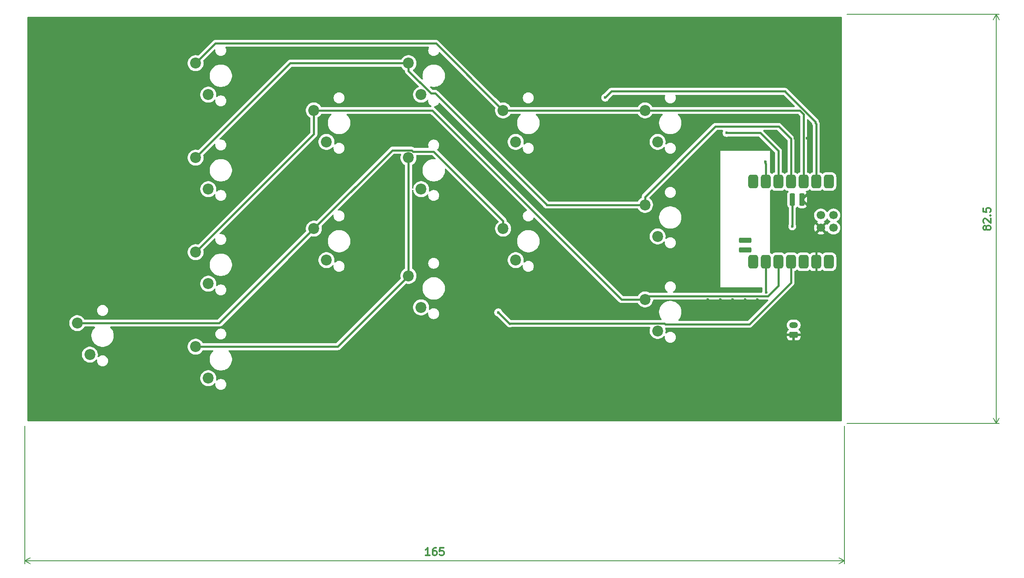
<source format=gbr>
%TF.GenerationSoftware,KiCad,Pcbnew,9.0.6*%
%TF.CreationDate,2026-01-24T17:24:49-08:00*%
%TF.ProjectId,board,626f6172-642e-46b6-9963-61645f706362,rev?*%
%TF.SameCoordinates,Original*%
%TF.FileFunction,Copper,L1,Top*%
%TF.FilePolarity,Positive*%
%FSLAX46Y46*%
G04 Gerber Fmt 4.6, Leading zero omitted, Abs format (unit mm)*
G04 Created by KiCad (PCBNEW 9.0.6) date 2026-01-24 17:24:49*
%MOMM*%
%LPD*%
G01*
G04 APERTURE LIST*
G04 Aperture macros list*
%AMRoundRect*
0 Rectangle with rounded corners*
0 $1 Rounding radius*
0 $2 $3 $4 $5 $6 $7 $8 $9 X,Y pos of 4 corners*
0 Add a 4 corners polygon primitive as box body*
4,1,4,$2,$3,$4,$5,$6,$7,$8,$9,$2,$3,0*
0 Add four circle primitives for the rounded corners*
1,1,$1+$1,$2,$3*
1,1,$1+$1,$4,$5*
1,1,$1+$1,$6,$7*
1,1,$1+$1,$8,$9*
0 Add four rect primitives between the rounded corners*
20,1,$1+$1,$2,$3,$4,$5,0*
20,1,$1+$1,$4,$5,$6,$7,0*
20,1,$1+$1,$6,$7,$8,$9,0*
20,1,$1+$1,$8,$9,$2,$3,0*%
G04 Aperture macros list end*
%ADD10C,0.300000*%
%TA.AperFunction,NonConductor*%
%ADD11C,0.300000*%
%TD*%
%TA.AperFunction,NonConductor*%
%ADD12C,0.200000*%
%TD*%
%TA.AperFunction,ComponentPad*%
%ADD13C,2.200000*%
%TD*%
%TA.AperFunction,ComponentPad*%
%ADD14C,5.000000*%
%TD*%
%TA.AperFunction,SMDPad,CuDef*%
%ADD15RoundRect,0.500000X-0.500000X0.875000X-0.500000X-0.875000X0.500000X-0.875000X0.500000X0.875000X0*%
%TD*%
%TA.AperFunction,SMDPad,CuDef*%
%ADD16RoundRect,0.275000X0.275000X-0.975000X0.275000X0.975000X-0.275000X0.975000X-0.275000X-0.975000X0*%
%TD*%
%TA.AperFunction,SMDPad,CuDef*%
%ADD17RoundRect,0.275000X0.975000X0.275000X-0.975000X0.275000X-0.975000X-0.275000X0.975000X-0.275000X0*%
%TD*%
%TA.AperFunction,SMDPad,CuDef*%
%ADD18C,1.700000*%
%TD*%
%TA.AperFunction,ComponentPad*%
%ADD19RoundRect,0.250000X0.625000X-0.350000X0.625000X0.350000X-0.625000X0.350000X-0.625000X-0.350000X0*%
%TD*%
%TA.AperFunction,ComponentPad*%
%ADD20O,1.750000X1.200000*%
%TD*%
%TA.AperFunction,ViaPad*%
%ADD21C,0.600000*%
%TD*%
%TA.AperFunction,Conductor*%
%ADD22C,0.400000*%
%TD*%
G04 APERTURE END LIST*
D10*
D11*
X218571185Y-103178570D02*
X218499757Y-103321427D01*
X218499757Y-103321427D02*
X218428328Y-103392856D01*
X218428328Y-103392856D02*
X218285471Y-103464284D01*
X218285471Y-103464284D02*
X218214042Y-103464284D01*
X218214042Y-103464284D02*
X218071185Y-103392856D01*
X218071185Y-103392856D02*
X217999757Y-103321427D01*
X217999757Y-103321427D02*
X217928328Y-103178570D01*
X217928328Y-103178570D02*
X217928328Y-102892856D01*
X217928328Y-102892856D02*
X217999757Y-102749999D01*
X217999757Y-102749999D02*
X218071185Y-102678570D01*
X218071185Y-102678570D02*
X218214042Y-102607141D01*
X218214042Y-102607141D02*
X218285471Y-102607141D01*
X218285471Y-102607141D02*
X218428328Y-102678570D01*
X218428328Y-102678570D02*
X218499757Y-102749999D01*
X218499757Y-102749999D02*
X218571185Y-102892856D01*
X218571185Y-102892856D02*
X218571185Y-103178570D01*
X218571185Y-103178570D02*
X218642614Y-103321427D01*
X218642614Y-103321427D02*
X218714042Y-103392856D01*
X218714042Y-103392856D02*
X218856900Y-103464284D01*
X218856900Y-103464284D02*
X219142614Y-103464284D01*
X219142614Y-103464284D02*
X219285471Y-103392856D01*
X219285471Y-103392856D02*
X219356900Y-103321427D01*
X219356900Y-103321427D02*
X219428328Y-103178570D01*
X219428328Y-103178570D02*
X219428328Y-102892856D01*
X219428328Y-102892856D02*
X219356900Y-102749999D01*
X219356900Y-102749999D02*
X219285471Y-102678570D01*
X219285471Y-102678570D02*
X219142614Y-102607141D01*
X219142614Y-102607141D02*
X218856900Y-102607141D01*
X218856900Y-102607141D02*
X218714042Y-102678570D01*
X218714042Y-102678570D02*
X218642614Y-102749999D01*
X218642614Y-102749999D02*
X218571185Y-102892856D01*
X218071185Y-102035713D02*
X217999757Y-101964285D01*
X217999757Y-101964285D02*
X217928328Y-101821428D01*
X217928328Y-101821428D02*
X217928328Y-101464285D01*
X217928328Y-101464285D02*
X217999757Y-101321428D01*
X217999757Y-101321428D02*
X218071185Y-101249999D01*
X218071185Y-101249999D02*
X218214042Y-101178570D01*
X218214042Y-101178570D02*
X218356900Y-101178570D01*
X218356900Y-101178570D02*
X218571185Y-101249999D01*
X218571185Y-101249999D02*
X219428328Y-102107142D01*
X219428328Y-102107142D02*
X219428328Y-101178570D01*
X219285471Y-100535714D02*
X219356900Y-100464285D01*
X219356900Y-100464285D02*
X219428328Y-100535714D01*
X219428328Y-100535714D02*
X219356900Y-100607142D01*
X219356900Y-100607142D02*
X219285471Y-100535714D01*
X219285471Y-100535714D02*
X219428328Y-100535714D01*
X217928328Y-99107142D02*
X217928328Y-99821428D01*
X217928328Y-99821428D02*
X218642614Y-99892856D01*
X218642614Y-99892856D02*
X218571185Y-99821428D01*
X218571185Y-99821428D02*
X218499757Y-99678571D01*
X218499757Y-99678571D02*
X218499757Y-99321428D01*
X218499757Y-99321428D02*
X218571185Y-99178571D01*
X218571185Y-99178571D02*
X218642614Y-99107142D01*
X218642614Y-99107142D02*
X218785471Y-99035713D01*
X218785471Y-99035713D02*
X219142614Y-99035713D01*
X219142614Y-99035713D02*
X219285471Y-99107142D01*
X219285471Y-99107142D02*
X219356900Y-99178571D01*
X219356900Y-99178571D02*
X219428328Y-99321428D01*
X219428328Y-99321428D02*
X219428328Y-99678571D01*
X219428328Y-99678571D02*
X219356900Y-99821428D01*
X219356900Y-99821428D02*
X219285471Y-99892856D01*
D12*
X190500000Y-60000000D02*
X221136420Y-60000000D01*
X221136420Y-142500000D02*
X190500000Y-142500000D01*
X220550000Y-60000000D02*
X220550000Y-142500000D01*
X220550000Y-60000000D02*
X221136421Y-61126504D01*
X220550000Y-60000000D02*
X219963579Y-61126504D01*
X220550000Y-142500000D02*
X219963579Y-141373496D01*
X220550000Y-142500000D02*
X221136421Y-141373496D01*
D10*
D11*
X106500001Y-169038328D02*
X105642858Y-169038328D01*
X106071429Y-169038328D02*
X106071429Y-167538328D01*
X106071429Y-167538328D02*
X105928572Y-167752614D01*
X105928572Y-167752614D02*
X105785715Y-167895471D01*
X105785715Y-167895471D02*
X105642858Y-167966900D01*
X107785715Y-167538328D02*
X107500000Y-167538328D01*
X107500000Y-167538328D02*
X107357143Y-167609757D01*
X107357143Y-167609757D02*
X107285715Y-167681185D01*
X107285715Y-167681185D02*
X107142857Y-167895471D01*
X107142857Y-167895471D02*
X107071429Y-168181185D01*
X107071429Y-168181185D02*
X107071429Y-168752614D01*
X107071429Y-168752614D02*
X107142857Y-168895471D01*
X107142857Y-168895471D02*
X107214286Y-168966900D01*
X107214286Y-168966900D02*
X107357143Y-169038328D01*
X107357143Y-169038328D02*
X107642857Y-169038328D01*
X107642857Y-169038328D02*
X107785715Y-168966900D01*
X107785715Y-168966900D02*
X107857143Y-168895471D01*
X107857143Y-168895471D02*
X107928572Y-168752614D01*
X107928572Y-168752614D02*
X107928572Y-168395471D01*
X107928572Y-168395471D02*
X107857143Y-168252614D01*
X107857143Y-168252614D02*
X107785715Y-168181185D01*
X107785715Y-168181185D02*
X107642857Y-168109757D01*
X107642857Y-168109757D02*
X107357143Y-168109757D01*
X107357143Y-168109757D02*
X107214286Y-168181185D01*
X107214286Y-168181185D02*
X107142857Y-168252614D01*
X107142857Y-168252614D02*
X107071429Y-168395471D01*
X109285714Y-167538328D02*
X108571428Y-167538328D01*
X108571428Y-167538328D02*
X108500000Y-168252614D01*
X108500000Y-168252614D02*
X108571428Y-168181185D01*
X108571428Y-168181185D02*
X108714286Y-168109757D01*
X108714286Y-168109757D02*
X109071428Y-168109757D01*
X109071428Y-168109757D02*
X109214286Y-168181185D01*
X109214286Y-168181185D02*
X109285714Y-168252614D01*
X109285714Y-168252614D02*
X109357143Y-168395471D01*
X109357143Y-168395471D02*
X109357143Y-168752614D01*
X109357143Y-168752614D02*
X109285714Y-168895471D01*
X109285714Y-168895471D02*
X109214286Y-168966900D01*
X109214286Y-168966900D02*
X109071428Y-169038328D01*
X109071428Y-169038328D02*
X108714286Y-169038328D01*
X108714286Y-169038328D02*
X108571428Y-168966900D01*
X108571428Y-168966900D02*
X108500000Y-168895471D01*
D12*
X25000000Y-143000000D02*
X25000000Y-170746420D01*
X190000000Y-170746420D02*
X190000000Y-143000000D01*
X25000000Y-170160000D02*
X190000000Y-170160000D01*
X25000000Y-170160000D02*
X26126504Y-169573579D01*
X25000000Y-170160000D02*
X26126504Y-170746421D01*
X190000000Y-170160000D02*
X188873496Y-170746421D01*
X190000000Y-170160000D02*
X188873496Y-169573579D01*
D13*
%TO.P,SW9,1,1*%
%TO.N,COL3*%
X102235000Y-69850000D03*
%TO.P,SW9,2,2*%
%TO.N,Net-(D9-A)*%
X104775000Y-76200000D03*
%TD*%
%TO.P,SW7,1,1*%
%TO.N,COL1*%
X102235000Y-88900000D03*
%TO.P,SW7,2,2*%
%TO.N,Net-(D7-A)*%
X104775000Y-95250000D03*
%TD*%
%TO.P,SW1,1,1*%
%TO.N,COL0*%
X35560000Y-122237500D03*
%TO.P,SW1,2,2*%
%TO.N,Net-(D1-A)*%
X38100000Y-128587500D03*
%TD*%
%TO.P,SW13,1,1*%
%TO.N,COL2*%
X149860000Y-117475000D03*
%TO.P,SW13,2,2*%
%TO.N,Net-(D13-A)*%
X152400000Y-123825000D03*
%TD*%
D14*
%TO.P,H1,1,1*%
%TO.N,GND*%
X30000000Y-65000000D03*
%TD*%
%TO.P,H4,1,1*%
%TO.N,GND*%
X185000000Y-137500000D03*
%TD*%
%TO.P,H5,1,1*%
%TO.N,GND*%
X107500000Y-137500000D03*
%TD*%
D13*
%TO.P,SW12,1,1*%
%TO.N,COL1*%
X102235000Y-112712500D03*
%TO.P,SW12,2,2*%
%TO.N,Net-(D12-A)*%
X104775000Y-119062500D03*
%TD*%
%TO.P,SW10,1,1*%
%TO.N,COL4*%
X121285000Y-79375000D03*
%TO.P,SW10,2,2*%
%TO.N,Net-(D10-A)*%
X123825000Y-85725000D03*
%TD*%
%TO.P,SW14,1,1*%
%TO.N,COL3*%
X149860000Y-98425000D03*
%TO.P,SW14,2,2*%
%TO.N,Net-(D14-A)*%
X152400000Y-104775000D03*
%TD*%
%TO.P,SW11,1,1*%
%TO.N,COL0*%
X83185000Y-103187500D03*
%TO.P,SW11,2,2*%
%TO.N,Net-(D11-A)*%
X85725000Y-109537500D03*
%TD*%
%TO.P,SW15,1,1*%
%TO.N,COL4*%
X149860000Y-79375000D03*
%TO.P,SW15,2,2*%
%TO.N,Net-(D15-A)*%
X152400000Y-85725000D03*
%TD*%
D14*
%TO.P,H3,1,1*%
%TO.N,GND*%
X185000000Y-65000000D03*
%TD*%
D13*
%TO.P,SW5,1,1*%
%TO.N,COL4*%
X59372500Y-69850000D03*
%TO.P,SW5,2,2*%
%TO.N,Net-(D5-A)*%
X61912500Y-76200000D03*
%TD*%
%TO.P,SW3,1,1*%
%TO.N,COL2*%
X59372500Y-107950000D03*
%TO.P,SW3,2,2*%
%TO.N,Net-(D3-A)*%
X61912500Y-114300000D03*
%TD*%
%TO.P,SW4,1,1*%
%TO.N,COL3*%
X59372500Y-88900000D03*
%TO.P,SW4,2,2*%
%TO.N,Net-(D4-A)*%
X61912500Y-95250000D03*
%TD*%
D14*
%TO.P,H2,1,1*%
%TO.N,GND*%
X30000000Y-137500000D03*
%TD*%
D15*
%TO.P,U1,1,P0.02_A0_D0*%
%TO.N,unconnected-(U1-P0.02_A0_D0-Pad1)*%
X186851500Y-93715000D03*
%TO.P,U1,2,P0.03_A1_D1*%
%TO.N,COL1*%
X184311500Y-93715000D03*
%TO.P,U1,3,P0.28_A2_D2*%
%TO.N,COL4*%
X181771500Y-93715000D03*
%TO.P,U1,4,P0.29_A3_D3*%
%TO.N,COL3*%
X179231500Y-93715000D03*
%TO.P,U1,5,P0.04_A4_D4_SDA*%
%TO.N,COL0*%
X176691500Y-93715000D03*
%TO.P,U1,6,P0.05_A5_D5_SCL*%
%TO.N,ROW0*%
X174151500Y-93715000D03*
%TO.P,U1,7,P1.11_D6_TX*%
%TO.N,unconnected-(U1-P1.11_D6_TX-Pad7)*%
X171611500Y-93715000D03*
%TO.P,U1,8,P1.12_D7_RX*%
%TO.N,unconnected-(U1-P1.12_D7_RX-Pad8)*%
X171611500Y-109880000D03*
%TO.P,U1,9,P1.13_D8_SCK*%
%TO.N,ROW2*%
X174151500Y-109880000D03*
%TO.P,U1,10,P1.14_D9_MISO*%
%TO.N,COL2*%
X176691500Y-109880000D03*
%TO.P,U1,11,P1.15_D10_MOSI*%
%TO.N,ROW1*%
X179231500Y-109880000D03*
%TO.P,U1,12,3V3*%
%TO.N,unconnected-(U1-3V3-Pad12)*%
X181771500Y-109880000D03*
%TO.P,U1,13,GND*%
%TO.N,GND*%
X184311500Y-109880000D03*
%TO.P,U1,14,5V*%
%TO.N,unconnected-(U1-5V-Pad14)*%
X186851500Y-109880000D03*
D16*
%TO.P,U1,15,BAT*%
%TO.N,Net-(J1-Pin_2)*%
X179545000Y-97325000D03*
%TO.P,U1,16,GND*%
%TO.N,GND*%
X181450000Y-97325000D03*
D17*
%TO.P,U1,17,NFC1*%
%TO.N,unconnected-(U1-NFC1-Pad17)*%
X169994600Y-105580000D03*
%TO.P,U1,18,NFC2*%
%TO.N,unconnected-(U1-NFC2-Pad18)*%
X169994600Y-107485000D03*
D18*
%TO.P,U1,19,PA31_SWDIO*%
%TO.N,unconnected-(U1-PA31_SWDIO-Pad19)*%
X187800000Y-100500000D03*
%TO.P,U1,20,PA30_SWCLK*%
%TO.N,unconnected-(U1-PA30_SWCLK-Pad20)*%
X187800000Y-103040000D03*
%TO.P,U1,21,RESET*%
%TO.N,unconnected-(U1-RESET-Pad21)*%
X185260000Y-100500000D03*
%TO.P,U1,22,GND*%
%TO.N,GND*%
X185260000Y-103040000D03*
%TD*%
D13*
%TO.P,SW8,1,1*%
%TO.N,COL2*%
X83185000Y-79375000D03*
%TO.P,SW8,2,2*%
%TO.N,Net-(D8-A)*%
X85725000Y-85725000D03*
%TD*%
%TO.P,SW6,1,1*%
%TO.N,COL0*%
X121285000Y-103187500D03*
%TO.P,SW6,2,2*%
%TO.N,Net-(D6-A)*%
X123825000Y-109537500D03*
%TD*%
%TO.P,SW2,1,1*%
%TO.N,COL1*%
X59372500Y-127000000D03*
%TO.P,SW2,2,2*%
%TO.N,Net-(D2-A)*%
X61912500Y-133350000D03*
%TD*%
D14*
%TO.P,H6,1,1*%
%TO.N,GND*%
X130000000Y-65000000D03*
%TD*%
D19*
%TO.P,J1,1,Pin_1*%
%TO.N,GND*%
X179784526Y-124634478D03*
D20*
%TO.P,J1,2,Pin_2*%
%TO.N,Net-(J1-Pin_2)*%
X179784526Y-122634478D03*
%TD*%
D21*
%TO.N,ROW0*%
X174050000Y-89710000D03*
%TO.N,ROW1*%
X120310000Y-120090000D03*
%TO.N,ROW2*%
X174250000Y-116070000D03*
%TO.N,COL0*%
X166270000Y-83900000D03*
%TO.N,COL1*%
X141830000Y-76780000D03*
%TO.N,Net-(J1-Pin_2)*%
X179500000Y-102750000D03*
%TO.N,GND*%
X162500000Y-117500000D03*
X180000000Y-117500000D03*
X167500000Y-117500000D03*
X30000000Y-100000000D03*
X172500000Y-117500000D03*
X162500000Y-102500000D03*
X162500000Y-105000000D03*
X165000000Y-117500000D03*
X177500000Y-85000000D03*
X162500000Y-110000000D03*
X47500000Y-137500000D03*
X180000000Y-85000000D03*
X162500000Y-92500000D03*
X182500000Y-117500000D03*
X162500000Y-95000000D03*
X162500000Y-87500000D03*
X162500000Y-107500000D03*
X170000000Y-117500000D03*
X47500000Y-87500000D03*
X40000000Y-112500000D03*
X162500000Y-112500000D03*
X162500000Y-115000000D03*
X40000000Y-100000000D03*
X40000000Y-87500000D03*
X172500000Y-85000000D03*
X30000000Y-87500000D03*
X30000000Y-112500000D03*
X185000000Y-117500000D03*
X162500000Y-97500000D03*
X167500000Y-85000000D03*
X30000000Y-120000000D03*
X47500000Y-112500000D03*
X30000000Y-75000000D03*
X182500000Y-85000000D03*
X187500000Y-85000000D03*
X47500000Y-100000000D03*
X162500000Y-100000000D03*
X40000000Y-75000000D03*
X187500000Y-117500000D03*
X47500000Y-75000000D03*
X162500000Y-90000000D03*
%TD*%
D22*
%TO.N,ROW0*%
X174050000Y-90070000D02*
X174151500Y-90171500D01*
X174151500Y-90171500D02*
X174151500Y-93715000D01*
X174050000Y-89710000D02*
X174050000Y-90070000D01*
%TO.N,ROW1*%
X120310000Y-120090000D02*
X122610000Y-122390000D01*
X179231500Y-114118443D02*
X179231500Y-109880000D01*
X170959943Y-122390000D02*
X171124971Y-122224971D01*
X171124971Y-122224971D02*
X179231500Y-114118443D01*
X122610000Y-122390000D02*
X122676000Y-122324000D01*
X170883942Y-122466000D02*
X171124971Y-122224971D01*
X122676000Y-122324000D02*
X153782763Y-122324000D01*
X153924763Y-122466000D02*
X170883942Y-122466000D01*
X153782763Y-122324000D02*
X153924763Y-122466000D01*
%TO.N,ROW2*%
X174151500Y-115971500D02*
X174151500Y-109880000D01*
X174250000Y-116070000D02*
X174151500Y-115971500D01*
%TO.N,COL0*%
X35560000Y-122237500D02*
X35560000Y-123022316D01*
X102856735Y-87399000D02*
X98973500Y-87399000D01*
X64135000Y-122237500D02*
X83185000Y-103187500D01*
X35560000Y-122237500D02*
X64135000Y-122237500D01*
X121285000Y-103187500D02*
X121285000Y-101631866D01*
X173050057Y-83900000D02*
X176691500Y-87541443D01*
X98973500Y-87399000D02*
X83185000Y-103187500D01*
X121285000Y-101631866D02*
X107314134Y-87661000D01*
X107314134Y-87661000D02*
X103118735Y-87661000D01*
X103118735Y-87661000D02*
X102856735Y-87399000D01*
X176691500Y-87541443D02*
X176691500Y-93715000D01*
X166270000Y-83900000D02*
X173050057Y-83900000D01*
%TO.N,COL1*%
X178133942Y-75634000D02*
X184150000Y-81650058D01*
X141830000Y-76780000D02*
X143076000Y-75534000D01*
X178033942Y-75534000D02*
X178133942Y-75634000D01*
X102235000Y-112712500D02*
X87947500Y-127000000D01*
X102235000Y-112712500D02*
X102235000Y-88900000D01*
X184150000Y-81650058D02*
X184150000Y-81900000D01*
X184311500Y-82094400D02*
X184311500Y-93715000D01*
X143076000Y-75534000D02*
X178033942Y-75534000D01*
X87947500Y-127000000D02*
X59372500Y-127000000D01*
%TO.N,COL2*%
X174551000Y-116799000D02*
X150536000Y-116799000D01*
X107000000Y-79375000D02*
X83185000Y-79375000D01*
X83185000Y-84137500D02*
X83185000Y-79375000D01*
X150536000Y-116799000D02*
X149860000Y-117475000D01*
X176691500Y-109880000D02*
X176691500Y-114658500D01*
X59372500Y-107950000D02*
X83185000Y-84137500D01*
X145100000Y-117475000D02*
X107000000Y-79375000D01*
X176691500Y-114658500D02*
X174551000Y-116799000D01*
X145100000Y-117475000D02*
X149860000Y-117475000D01*
%TO.N,COL3*%
X102235000Y-71405634D02*
X106779366Y-75950000D01*
X106779366Y-75950000D02*
X107634892Y-75950000D01*
X102235000Y-69850000D02*
X102235000Y-71405634D01*
X149860000Y-96790057D02*
X164030057Y-82620000D01*
X130025184Y-98425000D02*
X149860000Y-98425000D01*
X149860000Y-98425000D02*
X149860000Y-96790057D01*
X59372500Y-88900000D02*
X78422500Y-69850000D01*
X130025184Y-98340292D02*
X130025184Y-98425000D01*
X164030057Y-82620000D02*
X176770057Y-82620000D01*
X107634892Y-75950000D02*
X130025184Y-98340292D01*
X176770057Y-82620000D02*
X179231500Y-85081443D01*
X78422500Y-69850000D02*
X102235000Y-69850000D01*
X179231500Y-85081443D02*
X179231500Y-93715000D01*
%TO.N,COL4*%
X121285000Y-79375000D02*
X149860000Y-79375000D01*
X149860000Y-79375000D02*
X181025000Y-79375000D01*
X107751461Y-65841461D02*
X121285000Y-79375000D01*
X59372500Y-69850000D02*
X63381039Y-65841461D01*
X181025000Y-79375000D02*
X181771500Y-80121500D01*
X181771500Y-80121500D02*
X181771500Y-93715000D01*
X63381039Y-65841461D02*
X107751461Y-65841461D01*
%TO.N,Net-(J1-Pin_2)*%
X179502713Y-102747287D02*
X179502713Y-97298523D01*
X179500000Y-102750000D02*
X179502713Y-102747287D01*
%TO.N,GND*%
X184311500Y-109880000D02*
X184311500Y-103988500D01*
X184311500Y-109880000D02*
X184311500Y-112521500D01*
X184311500Y-103988500D02*
X185260000Y-103040000D01*
%TD*%
%TA.AperFunction,Conductor*%
%TO.N,GND*%
G36*
X108506687Y-77821851D02*
G01*
X108539707Y-77845472D01*
X129353989Y-98659754D01*
X129380869Y-98699982D01*
X129404408Y-98756809D01*
X129404410Y-98756813D01*
X129481066Y-98871537D01*
X129481072Y-98871545D01*
X129578638Y-98969111D01*
X129578642Y-98969114D01*
X129693366Y-99045771D01*
X129693379Y-99045778D01*
X129799565Y-99089761D01*
X129820856Y-99098580D01*
X129820860Y-99098580D01*
X129820861Y-99098581D01*
X129956188Y-99125500D01*
X129956191Y-99125500D01*
X130094177Y-99125500D01*
X148344652Y-99125500D01*
X148411691Y-99145185D01*
X148455137Y-99193205D01*
X148483282Y-99248443D01*
X148491132Y-99263848D01*
X148639201Y-99467649D01*
X148639205Y-99467654D01*
X148817345Y-99645794D01*
X148817350Y-99645798D01*
X148995117Y-99774952D01*
X149021155Y-99793870D01*
X149164184Y-99866747D01*
X149245616Y-99908239D01*
X149245618Y-99908239D01*
X149245621Y-99908241D01*
X149485215Y-99986090D01*
X149734038Y-100025500D01*
X149734039Y-100025500D01*
X149985961Y-100025500D01*
X149985962Y-100025500D01*
X150234785Y-99986090D01*
X150474379Y-99908241D01*
X150698845Y-99793870D01*
X150902656Y-99645793D01*
X151080793Y-99467656D01*
X151228870Y-99263845D01*
X151343241Y-99039379D01*
X151421090Y-98799785D01*
X151460500Y-98550962D01*
X151460500Y-98299038D01*
X151421090Y-98050215D01*
X151343241Y-97810621D01*
X151343239Y-97810618D01*
X151343239Y-97810616D01*
X151280855Y-97688181D01*
X151228870Y-97586155D01*
X151186715Y-97528134D01*
X151080798Y-97382350D01*
X151080794Y-97382345D01*
X150902654Y-97204205D01*
X150902649Y-97204201D01*
X150750123Y-97093384D01*
X150707457Y-97038054D01*
X150701478Y-96968441D01*
X150734084Y-96906646D01*
X150735257Y-96905455D01*
X151842323Y-95798389D01*
X153839500Y-95798389D01*
X153839500Y-95971610D01*
X153859447Y-96097555D01*
X153866598Y-96142701D01*
X153920127Y-96307445D01*
X153998768Y-96461788D01*
X154100586Y-96601928D01*
X154223072Y-96724414D01*
X154363212Y-96826232D01*
X154517555Y-96904873D01*
X154682299Y-96958402D01*
X154853389Y-96985500D01*
X154853390Y-96985500D01*
X155026610Y-96985500D01*
X155026611Y-96985500D01*
X155197701Y-96958402D01*
X155362445Y-96904873D01*
X155516788Y-96826232D01*
X155656928Y-96724414D01*
X155779414Y-96601928D01*
X155881232Y-96461788D01*
X155959873Y-96307445D01*
X156013402Y-96142701D01*
X156040500Y-95971611D01*
X156040500Y-95798389D01*
X156013402Y-95627299D01*
X155959873Y-95462555D01*
X155881232Y-95308212D01*
X155779414Y-95168072D01*
X155656928Y-95045586D01*
X155516788Y-94943768D01*
X155362445Y-94865127D01*
X155197701Y-94811598D01*
X155197699Y-94811597D01*
X155197698Y-94811597D01*
X155066271Y-94790781D01*
X155026611Y-94784500D01*
X154853389Y-94784500D01*
X154813728Y-94790781D01*
X154682302Y-94811597D01*
X154517552Y-94865128D01*
X154363211Y-94943768D01*
X154283256Y-95001859D01*
X154223072Y-95045586D01*
X154223070Y-95045588D01*
X154223069Y-95045588D01*
X154100588Y-95168069D01*
X154100588Y-95168070D01*
X154100586Y-95168072D01*
X154056859Y-95228256D01*
X153998768Y-95308211D01*
X153920128Y-95462552D01*
X153866597Y-95627302D01*
X153839500Y-95798389D01*
X151842323Y-95798389D01*
X164283895Y-83356819D01*
X164345218Y-83323334D01*
X164371576Y-83320500D01*
X165462468Y-83320500D01*
X165529507Y-83340185D01*
X165575262Y-83392989D01*
X165585206Y-83462147D01*
X165565570Y-83513391D01*
X165560609Y-83520815D01*
X165560602Y-83520827D01*
X165500264Y-83666498D01*
X165500261Y-83666510D01*
X165469500Y-83821153D01*
X165469500Y-83978846D01*
X165500261Y-84133489D01*
X165500264Y-84133501D01*
X165560602Y-84279172D01*
X165560609Y-84279185D01*
X165648210Y-84410288D01*
X165648213Y-84410292D01*
X165759707Y-84521786D01*
X165759711Y-84521789D01*
X165890814Y-84609390D01*
X165890827Y-84609397D01*
X165952398Y-84634900D01*
X166036503Y-84669737D01*
X166191153Y-84700499D01*
X166191156Y-84700500D01*
X166191158Y-84700500D01*
X166348844Y-84700500D01*
X166348845Y-84700499D01*
X166503497Y-84669737D01*
X166587609Y-84634897D01*
X166647864Y-84609939D01*
X166695316Y-84600500D01*
X172708538Y-84600500D01*
X172775577Y-84620185D01*
X172796219Y-84636819D01*
X175954681Y-87795281D01*
X175988166Y-87856604D01*
X175991000Y-87882962D01*
X175991000Y-91763222D01*
X175971315Y-91830261D01*
X175918511Y-91876016D01*
X175901113Y-91882437D01*
X175818456Y-91906088D01*
X175776414Y-91928049D01*
X175638093Y-92000302D01*
X175638091Y-92000303D01*
X175638090Y-92000304D01*
X175499861Y-92113015D01*
X175435464Y-92140124D01*
X175366635Y-92128115D01*
X175343139Y-92113015D01*
X175304929Y-92081859D01*
X175204907Y-92000302D01*
X175204904Y-92000300D01*
X175066588Y-91928049D01*
X175016281Y-91879562D01*
X175000000Y-91818141D01*
X175000000Y-87500000D01*
X165000000Y-87500000D01*
X165000000Y-115000000D01*
X173327000Y-115000000D01*
X173394039Y-115019685D01*
X173439794Y-115072489D01*
X173451000Y-115124000D01*
X173451000Y-115971403D01*
X173449986Y-115985120D01*
X173450093Y-115985131D01*
X173449939Y-115986690D01*
X173449855Y-115986897D01*
X173449654Y-115989621D01*
X173449194Y-115992718D01*
X173448666Y-115993858D01*
X173448616Y-115995600D01*
X173448310Y-115997138D01*
X173447248Y-115996926D01*
X173435757Y-116021780D01*
X173423760Y-116051469D01*
X173421193Y-116053284D01*
X173419874Y-116056138D01*
X173392858Y-116073322D01*
X173366714Y-116091812D01*
X173362755Y-116092470D01*
X173360921Y-116093638D01*
X173355886Y-116093614D01*
X173326540Y-116098500D01*
X155592495Y-116098500D01*
X155525456Y-116078815D01*
X155479701Y-116026011D01*
X155469757Y-115956853D01*
X155498782Y-115893297D01*
X155519606Y-115874184D01*
X155656928Y-115774414D01*
X155779414Y-115651928D01*
X155881232Y-115511788D01*
X155959873Y-115357445D01*
X156013402Y-115192701D01*
X156040500Y-115021611D01*
X156040500Y-114848389D01*
X156013402Y-114677299D01*
X155959873Y-114512555D01*
X155881232Y-114358212D01*
X155779414Y-114218072D01*
X155656928Y-114095586D01*
X155516788Y-113993768D01*
X155362445Y-113915127D01*
X155197701Y-113861598D01*
X155197699Y-113861597D01*
X155197698Y-113861597D01*
X155066271Y-113840781D01*
X155026611Y-113834500D01*
X154853389Y-113834500D01*
X154813728Y-113840781D01*
X154682302Y-113861597D01*
X154517552Y-113915128D01*
X154363211Y-113993768D01*
X154286574Y-114049449D01*
X154223072Y-114095586D01*
X154223070Y-114095588D01*
X154223069Y-114095588D01*
X154100588Y-114218069D01*
X154100588Y-114218070D01*
X154100586Y-114218072D01*
X154078050Y-114249090D01*
X153998768Y-114358211D01*
X153920128Y-114512552D01*
X153866597Y-114677302D01*
X153839500Y-114848389D01*
X153839500Y-115021610D01*
X153859447Y-115147555D01*
X153866598Y-115192701D01*
X153920127Y-115357445D01*
X153998768Y-115511788D01*
X154100586Y-115651928D01*
X154223072Y-115774414D01*
X154360391Y-115874182D01*
X154403056Y-115929512D01*
X154409035Y-115999126D01*
X154376429Y-116060921D01*
X154315590Y-116095278D01*
X154287505Y-116098500D01*
X150713640Y-116098500D01*
X150657345Y-116084985D01*
X150474383Y-115991760D01*
X150234785Y-115913910D01*
X149985962Y-115874500D01*
X149734038Y-115874500D01*
X149615359Y-115893297D01*
X149485214Y-115913910D01*
X149245616Y-115991760D01*
X149021151Y-116106132D01*
X148817350Y-116254201D01*
X148817345Y-116254205D01*
X148639205Y-116432345D01*
X148639201Y-116432350D01*
X148491132Y-116636151D01*
X148455137Y-116706795D01*
X148407162Y-116757591D01*
X148344652Y-116774500D01*
X145441519Y-116774500D01*
X145374480Y-116754815D01*
X145353838Y-116738181D01*
X133264695Y-104649038D01*
X150799500Y-104649038D01*
X150799500Y-104900961D01*
X150838910Y-105149785D01*
X150916760Y-105389383D01*
X151031132Y-105613848D01*
X151179201Y-105817649D01*
X151179205Y-105817654D01*
X151357345Y-105995794D01*
X151357350Y-105995798D01*
X151535117Y-106124952D01*
X151561155Y-106143870D01*
X151704184Y-106216747D01*
X151785616Y-106258239D01*
X151785618Y-106258239D01*
X151785621Y-106258241D01*
X152025215Y-106336090D01*
X152274038Y-106375500D01*
X152274039Y-106375500D01*
X152525961Y-106375500D01*
X152525962Y-106375500D01*
X152774785Y-106336090D01*
X153014379Y-106258241D01*
X153238845Y-106143870D01*
X153442656Y-105995793D01*
X153620793Y-105817656D01*
X153625380Y-105811341D01*
X153680708Y-105768675D01*
X153750322Y-105762693D01*
X153812118Y-105795296D01*
X153846477Y-105856134D01*
X153848174Y-105903621D01*
X153839500Y-105958389D01*
X153839500Y-106131611D01*
X153847677Y-106183239D01*
X153858157Y-106249411D01*
X153866598Y-106302701D01*
X153920127Y-106467445D01*
X153998768Y-106621788D01*
X154100586Y-106761928D01*
X154223072Y-106884414D01*
X154363212Y-106986232D01*
X154517555Y-107064873D01*
X154682299Y-107118402D01*
X154853389Y-107145500D01*
X154853390Y-107145500D01*
X155026610Y-107145500D01*
X155026611Y-107145500D01*
X155197701Y-107118402D01*
X155362445Y-107064873D01*
X155516788Y-106986232D01*
X155656928Y-106884414D01*
X155779414Y-106761928D01*
X155881232Y-106621788D01*
X155959873Y-106467445D01*
X156013402Y-106302701D01*
X156040500Y-106131611D01*
X156040500Y-105958389D01*
X156013402Y-105787299D01*
X155959873Y-105622555D01*
X155881232Y-105468212D01*
X155779414Y-105328072D01*
X155656928Y-105205586D01*
X155516788Y-105103768D01*
X155362445Y-105025127D01*
X155197701Y-104971598D01*
X155197699Y-104971597D01*
X155197698Y-104971597D01*
X155066271Y-104950781D01*
X155026611Y-104944500D01*
X154853389Y-104944500D01*
X154813728Y-104950781D01*
X154682302Y-104971597D01*
X154517552Y-105025128D01*
X154363211Y-105103768D01*
X154327993Y-105129356D01*
X154223072Y-105205586D01*
X154223070Y-105205588D01*
X154223068Y-105205589D01*
X154171139Y-105257518D01*
X154109816Y-105291002D01*
X154040124Y-105286017D01*
X153984191Y-105244146D01*
X153959775Y-105178681D01*
X153960986Y-105150438D01*
X153961088Y-105149788D01*
X153961090Y-105149785D01*
X154000500Y-104900962D01*
X154000500Y-104649038D01*
X153961090Y-104400215D01*
X153883241Y-104160621D01*
X153883239Y-104160618D01*
X153883239Y-104160616D01*
X153817630Y-104031852D01*
X153768870Y-103936155D01*
X153749952Y-103910117D01*
X153620798Y-103732350D01*
X153620794Y-103732345D01*
X153442654Y-103554205D01*
X153442649Y-103554201D01*
X153238848Y-103406132D01*
X153238847Y-103406131D01*
X153238845Y-103406130D01*
X153140936Y-103356243D01*
X153014383Y-103291760D01*
X152774785Y-103213910D01*
X152525962Y-103174500D01*
X152274038Y-103174500D01*
X152149626Y-103194205D01*
X152025214Y-103213910D01*
X151785616Y-103291760D01*
X151561151Y-103406132D01*
X151357350Y-103554201D01*
X151357345Y-103554205D01*
X151179205Y-103732345D01*
X151179201Y-103732350D01*
X151031132Y-103936151D01*
X150916760Y-104160616D01*
X150838910Y-104400214D01*
X150799500Y-104649038D01*
X133264695Y-104649038D01*
X129516773Y-100901116D01*
X129433143Y-100817486D01*
X152689500Y-100817486D01*
X152689500Y-101112513D01*
X152714192Y-101300061D01*
X152728007Y-101404993D01*
X152800191Y-101674390D01*
X152804361Y-101689951D01*
X152804364Y-101689961D01*
X152917254Y-101962500D01*
X152917258Y-101962510D01*
X153064761Y-102217993D01*
X153244352Y-102452040D01*
X153244358Y-102452047D01*
X153452952Y-102660641D01*
X153452959Y-102660647D01*
X153687006Y-102840238D01*
X153942489Y-102987741D01*
X153942490Y-102987741D01*
X153942493Y-102987743D01*
X154215048Y-103100639D01*
X154500007Y-103176993D01*
X154792494Y-103215500D01*
X154792501Y-103215500D01*
X155087499Y-103215500D01*
X155087506Y-103215500D01*
X155379993Y-103176993D01*
X155664952Y-103100639D01*
X155937507Y-102987743D01*
X156192994Y-102840238D01*
X156427042Y-102660646D01*
X156635646Y-102452042D01*
X156815238Y-102217994D01*
X156962743Y-101962507D01*
X157075639Y-101689952D01*
X157151993Y-101404993D01*
X157190500Y-101112506D01*
X157190500Y-100817494D01*
X157151993Y-100525007D01*
X157075639Y-100240048D01*
X157069427Y-100225052D01*
X157050060Y-100178296D01*
X156962743Y-99967493D01*
X156956203Y-99956166D01*
X156815238Y-99712006D01*
X156635647Y-99477959D01*
X156635641Y-99477952D01*
X156427047Y-99269358D01*
X156427040Y-99269352D01*
X156192993Y-99089761D01*
X155937510Y-98942258D01*
X155937500Y-98942254D01*
X155664961Y-98829364D01*
X155664954Y-98829362D01*
X155664952Y-98829361D01*
X155379993Y-98753007D01*
X155331113Y-98746571D01*
X155087513Y-98714500D01*
X155087506Y-98714500D01*
X154792494Y-98714500D01*
X154792486Y-98714500D01*
X154514085Y-98751153D01*
X154500007Y-98753007D01*
X154215048Y-98829361D01*
X154215038Y-98829364D01*
X153942499Y-98942254D01*
X153942489Y-98942258D01*
X153687006Y-99089761D01*
X153452959Y-99269352D01*
X153452952Y-99269358D01*
X153244358Y-99477952D01*
X153244352Y-99477959D01*
X153064761Y-99712006D01*
X152917258Y-99967489D01*
X152917254Y-99967499D01*
X152804364Y-100240038D01*
X152804361Y-100240048D01*
X152728008Y-100525004D01*
X152728006Y-100525015D01*
X152689500Y-100817486D01*
X129433143Y-100817486D01*
X107446546Y-78830888D01*
X107446538Y-78830882D01*
X107386334Y-78790655D01*
X107341528Y-78737043D01*
X107332821Y-78667718D01*
X107362975Y-78604691D01*
X107422418Y-78567971D01*
X107435814Y-78565082D01*
X107572701Y-78543402D01*
X107737445Y-78489873D01*
X107891788Y-78411232D01*
X108031928Y-78309414D01*
X108154414Y-78186928D01*
X108256232Y-78046788D01*
X108334873Y-77892445D01*
X108334876Y-77892435D01*
X108336734Y-77887952D01*
X108338356Y-77888624D01*
X108373489Y-77837195D01*
X108437835Y-77809968D01*
X108506687Y-77821851D01*
G37*
%TD.AperFunction*%
%TA.AperFunction,Conductor*%
G36*
X176495577Y-83340185D02*
G01*
X176516219Y-83356819D01*
X178494681Y-85335281D01*
X178528166Y-85396604D01*
X178531000Y-85422962D01*
X178531000Y-91763222D01*
X178511315Y-91830261D01*
X178458511Y-91876016D01*
X178441113Y-91882437D01*
X178358456Y-91906088D01*
X178316414Y-91928049D01*
X178178093Y-92000302D01*
X178178091Y-92000303D01*
X178178090Y-92000304D01*
X178039861Y-92113015D01*
X177975464Y-92140124D01*
X177906635Y-92128115D01*
X177883139Y-92113015D01*
X177744909Y-92000304D01*
X177744910Y-92000304D01*
X177744907Y-92000302D01*
X177564549Y-91906091D01*
X177564548Y-91906090D01*
X177564543Y-91906088D01*
X177481887Y-91882437D01*
X177422850Y-91845070D01*
X177393387Y-91781716D01*
X177392000Y-91763222D01*
X177392000Y-87472452D01*
X177391999Y-87472442D01*
X177391114Y-87467996D01*
X177391111Y-87467981D01*
X177373585Y-87379873D01*
X177365080Y-87337115D01*
X177350217Y-87301232D01*
X177312277Y-87209635D01*
X177235612Y-87094897D01*
X173672896Y-83532181D01*
X173639411Y-83470858D01*
X173644395Y-83401166D01*
X173686267Y-83345233D01*
X173751731Y-83320816D01*
X173760577Y-83320500D01*
X176428538Y-83320500D01*
X176495577Y-83340185D01*
G37*
%TD.AperFunction*%
%TA.AperFunction,Conductor*%
G36*
X182677203Y-81168364D02*
G01*
X182683681Y-81174396D01*
X183415755Y-81906470D01*
X183449240Y-81967793D01*
X183449691Y-81969959D01*
X183476418Y-82104322D01*
X183476421Y-82104332D01*
X183529221Y-82231804D01*
X183529228Y-82231817D01*
X183590102Y-82322920D01*
X183610980Y-82389597D01*
X183611000Y-82391811D01*
X183611000Y-91763222D01*
X183591315Y-91830261D01*
X183538511Y-91876016D01*
X183521113Y-91882437D01*
X183438456Y-91906088D01*
X183396414Y-91928049D01*
X183258093Y-92000302D01*
X183258091Y-92000303D01*
X183258090Y-92000304D01*
X183119861Y-92113015D01*
X183055464Y-92140124D01*
X182986635Y-92128115D01*
X182963139Y-92113015D01*
X182824909Y-92000304D01*
X182824910Y-92000304D01*
X182824907Y-92000302D01*
X182644549Y-91906091D01*
X182644548Y-91906090D01*
X182644543Y-91906088D01*
X182561887Y-91882437D01*
X182502850Y-91845070D01*
X182473387Y-91781716D01*
X182472000Y-91763222D01*
X182472000Y-81262077D01*
X182491685Y-81195038D01*
X182544489Y-81149283D01*
X182613647Y-81139339D01*
X182677203Y-81168364D01*
G37*
%TD.AperFunction*%
%TA.AperFunction,Conductor*%
G36*
X189442539Y-60520185D02*
G01*
X189488294Y-60572989D01*
X189499500Y-60624500D01*
X189499500Y-141875500D01*
X189479815Y-141942539D01*
X189427011Y-141988294D01*
X189375500Y-141999500D01*
X25624500Y-141999500D01*
X25557461Y-141979815D01*
X25511706Y-141927011D01*
X25500500Y-141875500D01*
X25500500Y-133224038D01*
X60312000Y-133224038D01*
X60312000Y-133475961D01*
X60351410Y-133724785D01*
X60429260Y-133964383D01*
X60543632Y-134188848D01*
X60691701Y-134392649D01*
X60691705Y-134392654D01*
X60869845Y-134570794D01*
X60869850Y-134570798D01*
X61047617Y-134699952D01*
X61073655Y-134718870D01*
X61216684Y-134791747D01*
X61298116Y-134833239D01*
X61298118Y-134833239D01*
X61298121Y-134833241D01*
X61537715Y-134911090D01*
X61786538Y-134950500D01*
X61786539Y-134950500D01*
X62038461Y-134950500D01*
X62038462Y-134950500D01*
X62287285Y-134911090D01*
X62526879Y-134833241D01*
X62751345Y-134718870D01*
X62955156Y-134570793D01*
X63133293Y-134392656D01*
X63137880Y-134386341D01*
X63193208Y-134343675D01*
X63262822Y-134337693D01*
X63324618Y-134370296D01*
X63358977Y-134431134D01*
X63360674Y-134478621D01*
X63352000Y-134533389D01*
X63352000Y-134706611D01*
X63379098Y-134877701D01*
X63432627Y-135042445D01*
X63511268Y-135196788D01*
X63613086Y-135336928D01*
X63735572Y-135459414D01*
X63875712Y-135561232D01*
X64030055Y-135639873D01*
X64194799Y-135693402D01*
X64365889Y-135720500D01*
X64365890Y-135720500D01*
X64539110Y-135720500D01*
X64539111Y-135720500D01*
X64710201Y-135693402D01*
X64874945Y-135639873D01*
X65029288Y-135561232D01*
X65169428Y-135459414D01*
X65291914Y-135336928D01*
X65393732Y-135196788D01*
X65472373Y-135042445D01*
X65525902Y-134877701D01*
X65553000Y-134706611D01*
X65553000Y-134533389D01*
X65525902Y-134362299D01*
X65472373Y-134197555D01*
X65393732Y-134043212D01*
X65291914Y-133903072D01*
X65169428Y-133780586D01*
X65029288Y-133678768D01*
X64874945Y-133600127D01*
X64710201Y-133546598D01*
X64710199Y-133546597D01*
X64710198Y-133546597D01*
X64578771Y-133525781D01*
X64539111Y-133519500D01*
X64365889Y-133519500D01*
X64326228Y-133525781D01*
X64194802Y-133546597D01*
X64030052Y-133600128D01*
X63875711Y-133678768D01*
X63812375Y-133724785D01*
X63735572Y-133780586D01*
X63735570Y-133780588D01*
X63735568Y-133780589D01*
X63683639Y-133832518D01*
X63622316Y-133866002D01*
X63552624Y-133861017D01*
X63496691Y-133819146D01*
X63472275Y-133753681D01*
X63473486Y-133725438D01*
X63473588Y-133724788D01*
X63473590Y-133724785D01*
X63513000Y-133475962D01*
X63513000Y-133224038D01*
X63473590Y-132975215D01*
X63395741Y-132735621D01*
X63395739Y-132735618D01*
X63395739Y-132735616D01*
X63354247Y-132654184D01*
X63281370Y-132511155D01*
X63262452Y-132485117D01*
X63133298Y-132307350D01*
X63133294Y-132307345D01*
X62955154Y-132129205D01*
X62955149Y-132129201D01*
X62751348Y-131981132D01*
X62751347Y-131981131D01*
X62751345Y-131981130D01*
X62681247Y-131945413D01*
X62526883Y-131866760D01*
X62287285Y-131788910D01*
X62038462Y-131749500D01*
X61786538Y-131749500D01*
X61662126Y-131769205D01*
X61537714Y-131788910D01*
X61298116Y-131866760D01*
X61073651Y-131981132D01*
X60869850Y-132129201D01*
X60869845Y-132129205D01*
X60691705Y-132307345D01*
X60691701Y-132307350D01*
X60543632Y-132511151D01*
X60429260Y-132735616D01*
X60351410Y-132975214D01*
X60312000Y-133224038D01*
X25500500Y-133224038D01*
X25500500Y-128461538D01*
X36499500Y-128461538D01*
X36499500Y-128713461D01*
X36538910Y-128962285D01*
X36616760Y-129201883D01*
X36731132Y-129426348D01*
X36879201Y-129630149D01*
X36879205Y-129630154D01*
X37057345Y-129808294D01*
X37057350Y-129808298D01*
X37235117Y-129937452D01*
X37261155Y-129956370D01*
X37404184Y-130029247D01*
X37485616Y-130070739D01*
X37485618Y-130070739D01*
X37485621Y-130070741D01*
X37725215Y-130148590D01*
X37974038Y-130188000D01*
X37974039Y-130188000D01*
X38225961Y-130188000D01*
X38225962Y-130188000D01*
X38474785Y-130148590D01*
X38714379Y-130070741D01*
X38938845Y-129956370D01*
X39142656Y-129808293D01*
X39320793Y-129630156D01*
X39325380Y-129623841D01*
X39380708Y-129581175D01*
X39450322Y-129575193D01*
X39512118Y-129607796D01*
X39546477Y-129668634D01*
X39548174Y-129716121D01*
X39539500Y-129770889D01*
X39539500Y-129944111D01*
X39566598Y-130115201D01*
X39620127Y-130279945D01*
X39698768Y-130434288D01*
X39800586Y-130574428D01*
X39923072Y-130696914D01*
X40063212Y-130798732D01*
X40217555Y-130877373D01*
X40382299Y-130930902D01*
X40553389Y-130958000D01*
X40553390Y-130958000D01*
X40726610Y-130958000D01*
X40726611Y-130958000D01*
X40897701Y-130930902D01*
X41062445Y-130877373D01*
X41216788Y-130798732D01*
X41356928Y-130696914D01*
X41479414Y-130574428D01*
X41581232Y-130434288D01*
X41659873Y-130279945D01*
X41713402Y-130115201D01*
X41740500Y-129944111D01*
X41740500Y-129770889D01*
X41713402Y-129599799D01*
X41659873Y-129435055D01*
X41581232Y-129280712D01*
X41479414Y-129140572D01*
X41356928Y-129018086D01*
X41216788Y-128916268D01*
X41062445Y-128837627D01*
X40897701Y-128784098D01*
X40897699Y-128784097D01*
X40897698Y-128784097D01*
X40766271Y-128763281D01*
X40726611Y-128757000D01*
X40553389Y-128757000D01*
X40513728Y-128763281D01*
X40382302Y-128784097D01*
X40217552Y-128837628D01*
X40063211Y-128916268D01*
X39999875Y-128962285D01*
X39923072Y-129018086D01*
X39923070Y-129018088D01*
X39923068Y-129018089D01*
X39871139Y-129070018D01*
X39809816Y-129103502D01*
X39740124Y-129098517D01*
X39684191Y-129056646D01*
X39659775Y-128991181D01*
X39660986Y-128962938D01*
X39661088Y-128962288D01*
X39661090Y-128962285D01*
X39700500Y-128713462D01*
X39700500Y-128461538D01*
X39661090Y-128212715D01*
X39583241Y-127973121D01*
X39583239Y-127973118D01*
X39583239Y-127973116D01*
X39516506Y-127842147D01*
X39468870Y-127748655D01*
X39434113Y-127700816D01*
X39320798Y-127544850D01*
X39320794Y-127544845D01*
X39142654Y-127366705D01*
X39142649Y-127366701D01*
X38938848Y-127218632D01*
X38938847Y-127218631D01*
X38938845Y-127218630D01*
X38868747Y-127182913D01*
X38714383Y-127104260D01*
X38474785Y-127026410D01*
X38225962Y-126987000D01*
X37974038Y-126987000D01*
X37849626Y-127006705D01*
X37725214Y-127026410D01*
X37485616Y-127104260D01*
X37261151Y-127218632D01*
X37057350Y-127366701D01*
X37057345Y-127366705D01*
X36879205Y-127544845D01*
X36879201Y-127544850D01*
X36731132Y-127748651D01*
X36616760Y-127973116D01*
X36538910Y-128212714D01*
X36499500Y-128461538D01*
X25500500Y-128461538D01*
X25500500Y-122111538D01*
X33959500Y-122111538D01*
X33959500Y-122363462D01*
X33974048Y-122455314D01*
X33998910Y-122612285D01*
X34076760Y-122851883D01*
X34133242Y-122962733D01*
X34186901Y-123068046D01*
X34191132Y-123076348D01*
X34339201Y-123280149D01*
X34339205Y-123280154D01*
X34517345Y-123458294D01*
X34517350Y-123458298D01*
X34678955Y-123575710D01*
X34721155Y-123606370D01*
X34864184Y-123679247D01*
X34945616Y-123720739D01*
X34945618Y-123720739D01*
X34945621Y-123720741D01*
X35185215Y-123798590D01*
X35434038Y-123838000D01*
X35434039Y-123838000D01*
X35685961Y-123838000D01*
X35685962Y-123838000D01*
X35934785Y-123798590D01*
X36174379Y-123720741D01*
X36398845Y-123606370D01*
X36602656Y-123458293D01*
X36780793Y-123280156D01*
X36928870Y-123076345D01*
X36959202Y-123016813D01*
X36964863Y-123005705D01*
X37012838Y-122954909D01*
X37075348Y-122938000D01*
X38997449Y-122938000D01*
X39064488Y-122957685D01*
X39110243Y-123010489D01*
X39120187Y-123079647D01*
X39091162Y-123143203D01*
X39085130Y-123149681D01*
X38944358Y-123290452D01*
X38944352Y-123290459D01*
X38764761Y-123524506D01*
X38617258Y-123779989D01*
X38617254Y-123779999D01*
X38504364Y-124052538D01*
X38504361Y-124052548D01*
X38436043Y-124307518D01*
X38428008Y-124337504D01*
X38428006Y-124337515D01*
X38389500Y-124629986D01*
X38389500Y-124925013D01*
X38417432Y-125137168D01*
X38428007Y-125217493D01*
X38498311Y-125479873D01*
X38504361Y-125502451D01*
X38504364Y-125502461D01*
X38617254Y-125775000D01*
X38617258Y-125775010D01*
X38764761Y-126030493D01*
X38944352Y-126264540D01*
X38944358Y-126264547D01*
X39152952Y-126473141D01*
X39152959Y-126473147D01*
X39387006Y-126652738D01*
X39642489Y-126800241D01*
X39642490Y-126800241D01*
X39642493Y-126800243D01*
X39915048Y-126913139D01*
X40200007Y-126989493D01*
X40492494Y-127028000D01*
X40492501Y-127028000D01*
X40787499Y-127028000D01*
X40787506Y-127028000D01*
X41079993Y-126989493D01*
X41364952Y-126913139D01*
X41637507Y-126800243D01*
X41892994Y-126652738D01*
X42127042Y-126473146D01*
X42335646Y-126264542D01*
X42515238Y-126030494D01*
X42662743Y-125775007D01*
X42775639Y-125502452D01*
X42851993Y-125217493D01*
X42890500Y-124925006D01*
X42890500Y-124629994D01*
X42856717Y-124373389D01*
X63352000Y-124373389D01*
X63352000Y-124546610D01*
X63371947Y-124672555D01*
X63379098Y-124717701D01*
X63432627Y-124882445D01*
X63511268Y-125036788D01*
X63613086Y-125176928D01*
X63735572Y-125299414D01*
X63875712Y-125401232D01*
X64030055Y-125479873D01*
X64194799Y-125533402D01*
X64365889Y-125560500D01*
X64365890Y-125560500D01*
X64539110Y-125560500D01*
X64539111Y-125560500D01*
X64710201Y-125533402D01*
X64874945Y-125479873D01*
X65029288Y-125401232D01*
X65169428Y-125299414D01*
X65291914Y-125176928D01*
X65393732Y-125036788D01*
X65472373Y-124882445D01*
X65525902Y-124717701D01*
X65553000Y-124546611D01*
X65553000Y-124373389D01*
X65525902Y-124202299D01*
X65472373Y-124037555D01*
X65393732Y-123883212D01*
X65291914Y-123743072D01*
X65169428Y-123620586D01*
X65029288Y-123518768D01*
X64874945Y-123440127D01*
X64710201Y-123386598D01*
X64710199Y-123386597D01*
X64710198Y-123386597D01*
X64578771Y-123365781D01*
X64539111Y-123359500D01*
X64365889Y-123359500D01*
X64326228Y-123365781D01*
X64194802Y-123386597D01*
X64030052Y-123440128D01*
X63875711Y-123518768D01*
X63858021Y-123531621D01*
X63735572Y-123620586D01*
X63735570Y-123620588D01*
X63735569Y-123620588D01*
X63613088Y-123743069D01*
X63613088Y-123743070D01*
X63613086Y-123743072D01*
X63586264Y-123779989D01*
X63511268Y-123883211D01*
X63432628Y-124037552D01*
X63379097Y-124202302D01*
X63352000Y-124373389D01*
X42856717Y-124373389D01*
X42851993Y-124337507D01*
X42775639Y-124052548D01*
X42769427Y-124037552D01*
X42733560Y-123950960D01*
X42662743Y-123779993D01*
X42515238Y-123524506D01*
X42458231Y-123450213D01*
X42335647Y-123290459D01*
X42335641Y-123290452D01*
X42194870Y-123149681D01*
X42161385Y-123088358D01*
X42166369Y-123018666D01*
X42208241Y-122962733D01*
X42273705Y-122938316D01*
X42282551Y-122938000D01*
X64203996Y-122938000D01*
X64295040Y-122919889D01*
X64339328Y-122911080D01*
X64403069Y-122884677D01*
X64466807Y-122858277D01*
X64466808Y-122858276D01*
X64466811Y-122858275D01*
X64581543Y-122781614D01*
X77951617Y-109411538D01*
X84124500Y-109411538D01*
X84124500Y-109663461D01*
X84163910Y-109912285D01*
X84241760Y-110151883D01*
X84356132Y-110376348D01*
X84504201Y-110580149D01*
X84504205Y-110580154D01*
X84682345Y-110758294D01*
X84682350Y-110758298D01*
X84860117Y-110887452D01*
X84886155Y-110906370D01*
X85029184Y-110979247D01*
X85110616Y-111020739D01*
X85110618Y-111020739D01*
X85110621Y-111020741D01*
X85350215Y-111098590D01*
X85599038Y-111138000D01*
X85599039Y-111138000D01*
X85850961Y-111138000D01*
X85850962Y-111138000D01*
X86099785Y-111098590D01*
X86339379Y-111020741D01*
X86563845Y-110906370D01*
X86767656Y-110758293D01*
X86945793Y-110580156D01*
X86950380Y-110573841D01*
X87005708Y-110531175D01*
X87075322Y-110525193D01*
X87137118Y-110557796D01*
X87171477Y-110618634D01*
X87173174Y-110666121D01*
X87164500Y-110720889D01*
X87164500Y-110894111D01*
X87170566Y-110932413D01*
X87183157Y-111011911D01*
X87191598Y-111065201D01*
X87245127Y-111229945D01*
X87323768Y-111384288D01*
X87425586Y-111524428D01*
X87548072Y-111646914D01*
X87688212Y-111748732D01*
X87842555Y-111827373D01*
X88007299Y-111880902D01*
X88178389Y-111908000D01*
X88178390Y-111908000D01*
X88351610Y-111908000D01*
X88351611Y-111908000D01*
X88522701Y-111880902D01*
X88687445Y-111827373D01*
X88841788Y-111748732D01*
X88981928Y-111646914D01*
X89104414Y-111524428D01*
X89206232Y-111384288D01*
X89284873Y-111229945D01*
X89338402Y-111065201D01*
X89365500Y-110894111D01*
X89365500Y-110720889D01*
X89338402Y-110549799D01*
X89284873Y-110385055D01*
X89206232Y-110230712D01*
X89104414Y-110090572D01*
X88981928Y-109968086D01*
X88841788Y-109866268D01*
X88687445Y-109787627D01*
X88522701Y-109734098D01*
X88522699Y-109734097D01*
X88522698Y-109734097D01*
X88391271Y-109713281D01*
X88351611Y-109707000D01*
X88178389Y-109707000D01*
X88138728Y-109713281D01*
X88007302Y-109734097D01*
X87842552Y-109787628D01*
X87688211Y-109866268D01*
X87624875Y-109912285D01*
X87548072Y-109968086D01*
X87548070Y-109968088D01*
X87548068Y-109968089D01*
X87496139Y-110020018D01*
X87434816Y-110053502D01*
X87365124Y-110048517D01*
X87309191Y-110006646D01*
X87284775Y-109941181D01*
X87285986Y-109912938D01*
X87286088Y-109912288D01*
X87286090Y-109912285D01*
X87325500Y-109663462D01*
X87325500Y-109411538D01*
X87286090Y-109162715D01*
X87208241Y-108923121D01*
X87208239Y-108923118D01*
X87208239Y-108923116D01*
X87166747Y-108841684D01*
X87093870Y-108698655D01*
X87045407Y-108631951D01*
X86945798Y-108494850D01*
X86945794Y-108494845D01*
X86767654Y-108316705D01*
X86767649Y-108316701D01*
X86563848Y-108168632D01*
X86563847Y-108168631D01*
X86563845Y-108168630D01*
X86493747Y-108132913D01*
X86339383Y-108054260D01*
X86099785Y-107976410D01*
X85850962Y-107937000D01*
X85599038Y-107937000D01*
X85474626Y-107956705D01*
X85350214Y-107976410D01*
X85110616Y-108054260D01*
X84886151Y-108168632D01*
X84682350Y-108316701D01*
X84682345Y-108316705D01*
X84504205Y-108494845D01*
X84504201Y-108494850D01*
X84356132Y-108698651D01*
X84241760Y-108923116D01*
X84163910Y-109162714D01*
X84124500Y-109411538D01*
X77951617Y-109411538D01*
X81783168Y-105579986D01*
X86014500Y-105579986D01*
X86014500Y-105875013D01*
X86046571Y-106118613D01*
X86053007Y-106167493D01*
X86123311Y-106429873D01*
X86129361Y-106452451D01*
X86129364Y-106452461D01*
X86242254Y-106725000D01*
X86242258Y-106725010D01*
X86389761Y-106980493D01*
X86569352Y-107214540D01*
X86569358Y-107214547D01*
X86777952Y-107423141D01*
X86777959Y-107423147D01*
X87012006Y-107602738D01*
X87267489Y-107750241D01*
X87267490Y-107750241D01*
X87267493Y-107750243D01*
X87540048Y-107863139D01*
X87825007Y-107939493D01*
X88117494Y-107978000D01*
X88117501Y-107978000D01*
X88412499Y-107978000D01*
X88412506Y-107978000D01*
X88704993Y-107939493D01*
X88989952Y-107863139D01*
X89262507Y-107750243D01*
X89517994Y-107602738D01*
X89752042Y-107423146D01*
X89960646Y-107214542D01*
X90140238Y-106980494D01*
X90287743Y-106725007D01*
X90400639Y-106452452D01*
X90476993Y-106167493D01*
X90515500Y-105875006D01*
X90515500Y-105579994D01*
X90476993Y-105287507D01*
X90400639Y-105002548D01*
X90394427Y-104987552D01*
X90358560Y-104900960D01*
X90287743Y-104729993D01*
X90281203Y-104718666D01*
X90140238Y-104474506D01*
X89960647Y-104240459D01*
X89960641Y-104240452D01*
X89752047Y-104031858D01*
X89752040Y-104031852D01*
X89517993Y-103852261D01*
X89262510Y-103704758D01*
X89262500Y-103704754D01*
X88989961Y-103591864D01*
X88989954Y-103591862D01*
X88989952Y-103591861D01*
X88704993Y-103515507D01*
X88656113Y-103509071D01*
X88412513Y-103477000D01*
X88412506Y-103477000D01*
X88117494Y-103477000D01*
X88117486Y-103477000D01*
X87839085Y-103513653D01*
X87825007Y-103515507D01*
X87664875Y-103558414D01*
X87540048Y-103591861D01*
X87540038Y-103591864D01*
X87267499Y-103704754D01*
X87267489Y-103704758D01*
X87012006Y-103852261D01*
X86777959Y-104031852D01*
X86777952Y-104031858D01*
X86569358Y-104240452D01*
X86569352Y-104240459D01*
X86389761Y-104474506D01*
X86242258Y-104729989D01*
X86242254Y-104729999D01*
X86129364Y-105002538D01*
X86129361Y-105002548D01*
X86061043Y-105257518D01*
X86053008Y-105287504D01*
X86053006Y-105287515D01*
X86014500Y-105579986D01*
X81783168Y-105579986D01*
X82608816Y-104754338D01*
X82670137Y-104720855D01*
X82734812Y-104724089D01*
X82810215Y-104748590D01*
X83059038Y-104788000D01*
X83059039Y-104788000D01*
X83310961Y-104788000D01*
X83310962Y-104788000D01*
X83559785Y-104748590D01*
X83799379Y-104670741D01*
X84023845Y-104556370D01*
X84227656Y-104408293D01*
X84405793Y-104230156D01*
X84553870Y-104026345D01*
X84668241Y-103801879D01*
X84746090Y-103562285D01*
X84785500Y-103313462D01*
X84785500Y-103061538D01*
X84746090Y-102812715D01*
X84721589Y-102737312D01*
X84719595Y-102667473D01*
X84751838Y-102611317D01*
X86962816Y-100400339D01*
X87024137Y-100366856D01*
X87093829Y-100371840D01*
X87149762Y-100413712D01*
X87174179Y-100479176D01*
X87172969Y-100507417D01*
X87164500Y-100560889D01*
X87164500Y-100560893D01*
X87164500Y-100734110D01*
X87177707Y-100817500D01*
X87191598Y-100905201D01*
X87245127Y-101069945D01*
X87323768Y-101224288D01*
X87425586Y-101364428D01*
X87548072Y-101486914D01*
X87688212Y-101588732D01*
X87842555Y-101667373D01*
X88007299Y-101720902D01*
X88178389Y-101748000D01*
X88178390Y-101748000D01*
X88351610Y-101748000D01*
X88351611Y-101748000D01*
X88522701Y-101720902D01*
X88687445Y-101667373D01*
X88841788Y-101588732D01*
X88981928Y-101486914D01*
X89104414Y-101364428D01*
X89206232Y-101224288D01*
X89284873Y-101069945D01*
X89338402Y-100905201D01*
X89365500Y-100734111D01*
X89365500Y-100560889D01*
X89338402Y-100389799D01*
X89284873Y-100225055D01*
X89206232Y-100070712D01*
X89104414Y-99930572D01*
X88981928Y-99808086D01*
X88841788Y-99706268D01*
X88687445Y-99627627D01*
X88522701Y-99574098D01*
X88522699Y-99574097D01*
X88522698Y-99574097D01*
X88391271Y-99553281D01*
X88351611Y-99547000D01*
X88178389Y-99547000D01*
X88124918Y-99555469D01*
X88055625Y-99546513D01*
X88002174Y-99501516D01*
X87981535Y-99434764D01*
X88000261Y-99367451D01*
X88017836Y-99345319D01*
X99227338Y-88135819D01*
X99288661Y-88102334D01*
X99315019Y-88099500D01*
X100644242Y-88099500D01*
X100711281Y-88119185D01*
X100757036Y-88171989D01*
X100766980Y-88241147D01*
X100754728Y-88279792D01*
X100751762Y-88285613D01*
X100751760Y-88285618D01*
X100751759Y-88285621D01*
X100726515Y-88363315D01*
X100673910Y-88525214D01*
X100634500Y-88774038D01*
X100634500Y-89025961D01*
X100673910Y-89274785D01*
X100751760Y-89514383D01*
X100866132Y-89738848D01*
X101014201Y-89942649D01*
X101014205Y-89942654D01*
X101192345Y-90120794D01*
X101192350Y-90120798D01*
X101396153Y-90268869D01*
X101466794Y-90304862D01*
X101517590Y-90352836D01*
X101534500Y-90415347D01*
X101534500Y-111197151D01*
X101514815Y-111264190D01*
X101466796Y-111307635D01*
X101396153Y-111343630D01*
X101192350Y-111491701D01*
X101192345Y-111491705D01*
X101014205Y-111669845D01*
X101014201Y-111669850D01*
X100866132Y-111873651D01*
X100751760Y-112098116D01*
X100673910Y-112337714D01*
X100634500Y-112586538D01*
X100634500Y-112838461D01*
X100673910Y-113087286D01*
X100673910Y-113087289D01*
X100698408Y-113162684D01*
X100700403Y-113232525D01*
X100668158Y-113288683D01*
X87693662Y-126263181D01*
X87632339Y-126296666D01*
X87605981Y-126299500D01*
X60887848Y-126299500D01*
X60820809Y-126279815D01*
X60777363Y-126231795D01*
X60769369Y-126216108D01*
X60741370Y-126161155D01*
X60707743Y-126114871D01*
X60593298Y-125957350D01*
X60593294Y-125957345D01*
X60415154Y-125779205D01*
X60415149Y-125779201D01*
X60211348Y-125631132D01*
X60211347Y-125631131D01*
X60211345Y-125631130D01*
X60104703Y-125576793D01*
X59986883Y-125516760D01*
X59747285Y-125438910D01*
X59662618Y-125425500D01*
X59498462Y-125399500D01*
X59246538Y-125399500D01*
X59122126Y-125419205D01*
X58997714Y-125438910D01*
X58758116Y-125516760D01*
X58533651Y-125631132D01*
X58329850Y-125779201D01*
X58329845Y-125779205D01*
X58151705Y-125957345D01*
X58151701Y-125957350D01*
X58003632Y-126161151D01*
X57889260Y-126385616D01*
X57811410Y-126625214D01*
X57772000Y-126874038D01*
X57772000Y-127125961D01*
X57811410Y-127374785D01*
X57889260Y-127614383D01*
X58003632Y-127838848D01*
X58151701Y-128042649D01*
X58151705Y-128042654D01*
X58329845Y-128220794D01*
X58329850Y-128220798D01*
X58507617Y-128349952D01*
X58533655Y-128368870D01*
X58676684Y-128441747D01*
X58758116Y-128483239D01*
X58758118Y-128483239D01*
X58758121Y-128483241D01*
X58997715Y-128561090D01*
X59246538Y-128600500D01*
X59246539Y-128600500D01*
X59498461Y-128600500D01*
X59498462Y-128600500D01*
X59747285Y-128561090D01*
X59986879Y-128483241D01*
X60211345Y-128368870D01*
X60415156Y-128220793D01*
X60593293Y-128042656D01*
X60741370Y-127838845D01*
X60777363Y-127768205D01*
X60825338Y-127717409D01*
X60887848Y-127700500D01*
X62809949Y-127700500D01*
X62876988Y-127720185D01*
X62922743Y-127772989D01*
X62932687Y-127842147D01*
X62903662Y-127905703D01*
X62897630Y-127912181D01*
X62756858Y-128052952D01*
X62756852Y-128052959D01*
X62577261Y-128287006D01*
X62429758Y-128542489D01*
X62429754Y-128542499D01*
X62316864Y-128815038D01*
X62316861Y-128815048D01*
X62248543Y-129070018D01*
X62240508Y-129100004D01*
X62240506Y-129100015D01*
X62202000Y-129392486D01*
X62202000Y-129687513D01*
X62234071Y-129931113D01*
X62240507Y-129979993D01*
X62264823Y-130070741D01*
X62316861Y-130264951D01*
X62316864Y-130264961D01*
X62429754Y-130537500D01*
X62429758Y-130537510D01*
X62577261Y-130792993D01*
X62756852Y-131027040D01*
X62756858Y-131027047D01*
X62965452Y-131235641D01*
X62965459Y-131235647D01*
X63199506Y-131415238D01*
X63454989Y-131562741D01*
X63454990Y-131562741D01*
X63454993Y-131562743D01*
X63727548Y-131675639D01*
X64012507Y-131751993D01*
X64304994Y-131790500D01*
X64305001Y-131790500D01*
X64599999Y-131790500D01*
X64600006Y-131790500D01*
X64892493Y-131751993D01*
X65177452Y-131675639D01*
X65450007Y-131562743D01*
X65705494Y-131415238D01*
X65939542Y-131235646D01*
X66148146Y-131027042D01*
X66327738Y-130792994D01*
X66475243Y-130537507D01*
X66588139Y-130264952D01*
X66664493Y-129979993D01*
X66703000Y-129687506D01*
X66703000Y-129392494D01*
X66664493Y-129100007D01*
X66588139Y-128815048D01*
X66475243Y-128542493D01*
X66327738Y-128287006D01*
X66148146Y-128052958D01*
X66148141Y-128052952D01*
X66007370Y-127912181D01*
X65973885Y-127850858D01*
X65978869Y-127781166D01*
X66020741Y-127725233D01*
X66086205Y-127700816D01*
X66095051Y-127700500D01*
X88016496Y-127700500D01*
X88107540Y-127682389D01*
X88151828Y-127673580D01*
X88215569Y-127647177D01*
X88279307Y-127620777D01*
X88279308Y-127620776D01*
X88279311Y-127620775D01*
X88394043Y-127544114D01*
X97001618Y-118936538D01*
X103174500Y-118936538D01*
X103174500Y-119188461D01*
X103213910Y-119437285D01*
X103291760Y-119676883D01*
X103331926Y-119755712D01*
X103383285Y-119856510D01*
X103406132Y-119901348D01*
X103554201Y-120105149D01*
X103554205Y-120105154D01*
X103732345Y-120283294D01*
X103732350Y-120283298D01*
X103910117Y-120412452D01*
X103936155Y-120431370D01*
X104079184Y-120504247D01*
X104160616Y-120545739D01*
X104160618Y-120545739D01*
X104160621Y-120545741D01*
X104400215Y-120623590D01*
X104649038Y-120663000D01*
X104649039Y-120663000D01*
X104900961Y-120663000D01*
X104900962Y-120663000D01*
X105149785Y-120623590D01*
X105389379Y-120545741D01*
X105613845Y-120431370D01*
X105817656Y-120283293D01*
X105995793Y-120105156D01*
X106000380Y-120098841D01*
X106055708Y-120056175D01*
X106125322Y-120050193D01*
X106187118Y-120082796D01*
X106221477Y-120143634D01*
X106223174Y-120191121D01*
X106214500Y-120245889D01*
X106214500Y-120419111D01*
X106222429Y-120469172D01*
X106233157Y-120536911D01*
X106241598Y-120590201D01*
X106295127Y-120754945D01*
X106373768Y-120909288D01*
X106475586Y-121049428D01*
X106598072Y-121171914D01*
X106738212Y-121273732D01*
X106892555Y-121352373D01*
X107057299Y-121405902D01*
X107228389Y-121433000D01*
X107228390Y-121433000D01*
X107401610Y-121433000D01*
X107401611Y-121433000D01*
X107572701Y-121405902D01*
X107737445Y-121352373D01*
X107891788Y-121273732D01*
X108031928Y-121171914D01*
X108154414Y-121049428D01*
X108256232Y-120909288D01*
X108334873Y-120754945D01*
X108388402Y-120590201D01*
X108415500Y-120419111D01*
X108415500Y-120245889D01*
X108388402Y-120074799D01*
X108334873Y-119910055D01*
X108256232Y-119755712D01*
X108154414Y-119615572D01*
X108031928Y-119493086D01*
X107891788Y-119391268D01*
X107737445Y-119312627D01*
X107572701Y-119259098D01*
X107572699Y-119259097D01*
X107572698Y-119259097D01*
X107441271Y-119238281D01*
X107401611Y-119232000D01*
X107228389Y-119232000D01*
X107188728Y-119238281D01*
X107057302Y-119259097D01*
X106892552Y-119312628D01*
X106738211Y-119391268D01*
X106674875Y-119437285D01*
X106598072Y-119493086D01*
X106598070Y-119493088D01*
X106598068Y-119493089D01*
X106546139Y-119545018D01*
X106484816Y-119578502D01*
X106415124Y-119573517D01*
X106359191Y-119531646D01*
X106334775Y-119466181D01*
X106335986Y-119437938D01*
X106336088Y-119437288D01*
X106336090Y-119437285D01*
X106375500Y-119188462D01*
X106375500Y-118936538D01*
X106336090Y-118687715D01*
X106258241Y-118448121D01*
X106258239Y-118448118D01*
X106258239Y-118448116D01*
X106192630Y-118319352D01*
X106143870Y-118223655D01*
X106123185Y-118195185D01*
X105995798Y-118019850D01*
X105995794Y-118019845D01*
X105817654Y-117841705D01*
X105817649Y-117841701D01*
X105613848Y-117693632D01*
X105613847Y-117693631D01*
X105613845Y-117693630D01*
X105543747Y-117657913D01*
X105389383Y-117579260D01*
X105149785Y-117501410D01*
X105137726Y-117499500D01*
X104900962Y-117462000D01*
X104649038Y-117462000D01*
X104582239Y-117472580D01*
X104400214Y-117501410D01*
X104160616Y-117579260D01*
X103936151Y-117693632D01*
X103732350Y-117841701D01*
X103732345Y-117841705D01*
X103554205Y-118019845D01*
X103554201Y-118019850D01*
X103406132Y-118223651D01*
X103291760Y-118448116D01*
X103213910Y-118687714D01*
X103174500Y-118936538D01*
X97001618Y-118936538D01*
X100833169Y-115104986D01*
X105064500Y-115104986D01*
X105064500Y-115400013D01*
X105096571Y-115643613D01*
X105103007Y-115692493D01*
X105162335Y-115913910D01*
X105179361Y-115977451D01*
X105179364Y-115977461D01*
X105292254Y-116250000D01*
X105292258Y-116250010D01*
X105439761Y-116505493D01*
X105619352Y-116739540D01*
X105619358Y-116739547D01*
X105827952Y-116948141D01*
X105827959Y-116948147D01*
X106062006Y-117127738D01*
X106317489Y-117275241D01*
X106317490Y-117275241D01*
X106317493Y-117275243D01*
X106590048Y-117388139D01*
X106875007Y-117464493D01*
X107167494Y-117503000D01*
X107167501Y-117503000D01*
X107462499Y-117503000D01*
X107462506Y-117503000D01*
X107754993Y-117464493D01*
X108039952Y-117388139D01*
X108312507Y-117275243D01*
X108567994Y-117127738D01*
X108802042Y-116948146D01*
X109010646Y-116739542D01*
X109190238Y-116505494D01*
X109337743Y-116250007D01*
X109450639Y-115977452D01*
X109526993Y-115692493D01*
X109565500Y-115400006D01*
X109565500Y-115104994D01*
X109526993Y-114812507D01*
X109450639Y-114527548D01*
X109444427Y-114512552D01*
X109384694Y-114368343D01*
X109337743Y-114254993D01*
X109190238Y-113999506D01*
X109125492Y-113915128D01*
X109010647Y-113765459D01*
X109010641Y-113765452D01*
X108802047Y-113556858D01*
X108802040Y-113556852D01*
X108567993Y-113377261D01*
X108312510Y-113229758D01*
X108312500Y-113229754D01*
X108039961Y-113116864D01*
X108039954Y-113116862D01*
X108039952Y-113116861D01*
X107754993Y-113040507D01*
X107706113Y-113034071D01*
X107462513Y-113002000D01*
X107462506Y-113002000D01*
X107167494Y-113002000D01*
X107167486Y-113002000D01*
X106889085Y-113038653D01*
X106875007Y-113040507D01*
X106730598Y-113079201D01*
X106590048Y-113116861D01*
X106590038Y-113116864D01*
X106317499Y-113229754D01*
X106317489Y-113229758D01*
X106062006Y-113377261D01*
X105827959Y-113556852D01*
X105827952Y-113556858D01*
X105619358Y-113765452D01*
X105619352Y-113765459D01*
X105439761Y-113999506D01*
X105292258Y-114254989D01*
X105292254Y-114254999D01*
X105179364Y-114527538D01*
X105179361Y-114527548D01*
X105111043Y-114782518D01*
X105103008Y-114812504D01*
X105103006Y-114812515D01*
X105064500Y-115104986D01*
X100833169Y-115104986D01*
X101658817Y-114279338D01*
X101720138Y-114245855D01*
X101784812Y-114249089D01*
X101860215Y-114273590D01*
X102109038Y-114313000D01*
X102109039Y-114313000D01*
X102360961Y-114313000D01*
X102360962Y-114313000D01*
X102609785Y-114273590D01*
X102849379Y-114195741D01*
X103073845Y-114081370D01*
X103277656Y-113933293D01*
X103455793Y-113755156D01*
X103603870Y-113551345D01*
X103718241Y-113326879D01*
X103796090Y-113087285D01*
X103835500Y-112838462D01*
X103835500Y-112586538D01*
X103796090Y-112337715D01*
X103718241Y-112098121D01*
X103718239Y-112098118D01*
X103718239Y-112098116D01*
X103656547Y-111977040D01*
X103603870Y-111873655D01*
X103560007Y-111813282D01*
X103455798Y-111669850D01*
X103455794Y-111669845D01*
X103277654Y-111491705D01*
X103277649Y-111491701D01*
X103073846Y-111343630D01*
X103003204Y-111307635D01*
X102952408Y-111259660D01*
X102935500Y-111197151D01*
X102935500Y-110085889D01*
X106214500Y-110085889D01*
X106214500Y-110259110D01*
X106234447Y-110385055D01*
X106241598Y-110430201D01*
X106295127Y-110594945D01*
X106373768Y-110749288D01*
X106475586Y-110889428D01*
X106598072Y-111011914D01*
X106738212Y-111113732D01*
X106892555Y-111192373D01*
X107057299Y-111245902D01*
X107228389Y-111273000D01*
X107228390Y-111273000D01*
X107401610Y-111273000D01*
X107401611Y-111273000D01*
X107572701Y-111245902D01*
X107737445Y-111192373D01*
X107891788Y-111113732D01*
X108031928Y-111011914D01*
X108154414Y-110889428D01*
X108256232Y-110749288D01*
X108334873Y-110594945D01*
X108388402Y-110430201D01*
X108415500Y-110259111D01*
X108415500Y-110085889D01*
X108388402Y-109914799D01*
X108334873Y-109750055D01*
X108256232Y-109595712D01*
X108154414Y-109455572D01*
X108110380Y-109411538D01*
X122224500Y-109411538D01*
X122224500Y-109663461D01*
X122263910Y-109912285D01*
X122341760Y-110151883D01*
X122456132Y-110376348D01*
X122604201Y-110580149D01*
X122604205Y-110580154D01*
X122782345Y-110758294D01*
X122782350Y-110758298D01*
X122960117Y-110887452D01*
X122986155Y-110906370D01*
X123129184Y-110979247D01*
X123210616Y-111020739D01*
X123210618Y-111020739D01*
X123210621Y-111020741D01*
X123450215Y-111098590D01*
X123699038Y-111138000D01*
X123699039Y-111138000D01*
X123950961Y-111138000D01*
X123950962Y-111138000D01*
X124199785Y-111098590D01*
X124439379Y-111020741D01*
X124663845Y-110906370D01*
X124867656Y-110758293D01*
X125045793Y-110580156D01*
X125050380Y-110573841D01*
X125105708Y-110531175D01*
X125175322Y-110525193D01*
X125237118Y-110557796D01*
X125271477Y-110618634D01*
X125273174Y-110666121D01*
X125264500Y-110720889D01*
X125264500Y-110894111D01*
X125270566Y-110932413D01*
X125283157Y-111011911D01*
X125291598Y-111065201D01*
X125345127Y-111229945D01*
X125423768Y-111384288D01*
X125525586Y-111524428D01*
X125648072Y-111646914D01*
X125788212Y-111748732D01*
X125942555Y-111827373D01*
X126107299Y-111880902D01*
X126278389Y-111908000D01*
X126278390Y-111908000D01*
X126451610Y-111908000D01*
X126451611Y-111908000D01*
X126622701Y-111880902D01*
X126787445Y-111827373D01*
X126941788Y-111748732D01*
X127081928Y-111646914D01*
X127204414Y-111524428D01*
X127306232Y-111384288D01*
X127384873Y-111229945D01*
X127438402Y-111065201D01*
X127465500Y-110894111D01*
X127465500Y-110720889D01*
X127438402Y-110549799D01*
X127384873Y-110385055D01*
X127306232Y-110230712D01*
X127204414Y-110090572D01*
X127081928Y-109968086D01*
X126941788Y-109866268D01*
X126787445Y-109787627D01*
X126622701Y-109734098D01*
X126622699Y-109734097D01*
X126622698Y-109734097D01*
X126491271Y-109713281D01*
X126451611Y-109707000D01*
X126278389Y-109707000D01*
X126238728Y-109713281D01*
X126107302Y-109734097D01*
X125942552Y-109787628D01*
X125788211Y-109866268D01*
X125724875Y-109912285D01*
X125648072Y-109968086D01*
X125648070Y-109968088D01*
X125648068Y-109968089D01*
X125596139Y-110020018D01*
X125534816Y-110053502D01*
X125465124Y-110048517D01*
X125409191Y-110006646D01*
X125384775Y-109941181D01*
X125385986Y-109912938D01*
X125386088Y-109912288D01*
X125386090Y-109912285D01*
X125425500Y-109663462D01*
X125425500Y-109411538D01*
X125386090Y-109162715D01*
X125308241Y-108923121D01*
X125308239Y-108923118D01*
X125308239Y-108923116D01*
X125266747Y-108841684D01*
X125193870Y-108698655D01*
X125145407Y-108631951D01*
X125045798Y-108494850D01*
X125045794Y-108494845D01*
X124867654Y-108316705D01*
X124867649Y-108316701D01*
X124663848Y-108168632D01*
X124663847Y-108168631D01*
X124663845Y-108168630D01*
X124593747Y-108132913D01*
X124439383Y-108054260D01*
X124199785Y-107976410D01*
X123950962Y-107937000D01*
X123699038Y-107937000D01*
X123574626Y-107956705D01*
X123450214Y-107976410D01*
X123210616Y-108054260D01*
X122986151Y-108168632D01*
X122782350Y-108316701D01*
X122782345Y-108316705D01*
X122604205Y-108494845D01*
X122604201Y-108494850D01*
X122456132Y-108698651D01*
X122341760Y-108923116D01*
X122263910Y-109162714D01*
X122224500Y-109411538D01*
X108110380Y-109411538D01*
X108031928Y-109333086D01*
X107891788Y-109231268D01*
X107737445Y-109152627D01*
X107572701Y-109099098D01*
X107572699Y-109099097D01*
X107572698Y-109099097D01*
X107441271Y-109078281D01*
X107401611Y-109072000D01*
X107228389Y-109072000D01*
X107188728Y-109078281D01*
X107057302Y-109099097D01*
X106892552Y-109152628D01*
X106738211Y-109231268D01*
X106658256Y-109289359D01*
X106598072Y-109333086D01*
X106598070Y-109333088D01*
X106598069Y-109333088D01*
X106475588Y-109455569D01*
X106475588Y-109455570D01*
X106475586Y-109455572D01*
X106448764Y-109492489D01*
X106373768Y-109595711D01*
X106295128Y-109750052D01*
X106241597Y-109914802D01*
X106214500Y-110085889D01*
X102935500Y-110085889D01*
X102935500Y-105579986D01*
X124114500Y-105579986D01*
X124114500Y-105875013D01*
X124146571Y-106118613D01*
X124153007Y-106167493D01*
X124223311Y-106429873D01*
X124229361Y-106452451D01*
X124229364Y-106452461D01*
X124342254Y-106725000D01*
X124342258Y-106725010D01*
X124489761Y-106980493D01*
X124669352Y-107214540D01*
X124669358Y-107214547D01*
X124877952Y-107423141D01*
X124877959Y-107423147D01*
X125112006Y-107602738D01*
X125367489Y-107750241D01*
X125367490Y-107750241D01*
X125367493Y-107750243D01*
X125640048Y-107863139D01*
X125925007Y-107939493D01*
X126217494Y-107978000D01*
X126217501Y-107978000D01*
X126512499Y-107978000D01*
X126512506Y-107978000D01*
X126804993Y-107939493D01*
X127089952Y-107863139D01*
X127362507Y-107750243D01*
X127617994Y-107602738D01*
X127852042Y-107423146D01*
X128060646Y-107214542D01*
X128240238Y-106980494D01*
X128387743Y-106725007D01*
X128500639Y-106452452D01*
X128576993Y-106167493D01*
X128615500Y-105875006D01*
X128615500Y-105579994D01*
X128576993Y-105287507D01*
X128500639Y-105002548D01*
X128494427Y-104987552D01*
X128458560Y-104900960D01*
X128387743Y-104729993D01*
X128381203Y-104718666D01*
X128240238Y-104474506D01*
X128060647Y-104240459D01*
X128060641Y-104240452D01*
X127852047Y-104031858D01*
X127852040Y-104031852D01*
X127617993Y-103852261D01*
X127362510Y-103704758D01*
X127362500Y-103704754D01*
X127089961Y-103591864D01*
X127089954Y-103591862D01*
X127089952Y-103591861D01*
X126804993Y-103515507D01*
X126756113Y-103509071D01*
X126512513Y-103477000D01*
X126512506Y-103477000D01*
X126217494Y-103477000D01*
X126217486Y-103477000D01*
X125939085Y-103513653D01*
X125925007Y-103515507D01*
X125764875Y-103558414D01*
X125640048Y-103591861D01*
X125640038Y-103591864D01*
X125367499Y-103704754D01*
X125367489Y-103704758D01*
X125112006Y-103852261D01*
X124877959Y-104031852D01*
X124877952Y-104031858D01*
X124669358Y-104240452D01*
X124669352Y-104240459D01*
X124489761Y-104474506D01*
X124342258Y-104729989D01*
X124342254Y-104729999D01*
X124229364Y-105002538D01*
X124229361Y-105002548D01*
X124161043Y-105257518D01*
X124153008Y-105287504D01*
X124153006Y-105287515D01*
X124114500Y-105579986D01*
X102935500Y-105579986D01*
X102935500Y-95442541D01*
X102955185Y-95375502D01*
X103007989Y-95329747D01*
X103077147Y-95319803D01*
X103140703Y-95348828D01*
X103178477Y-95407606D01*
X103181972Y-95423139D01*
X103206799Y-95579886D01*
X103213910Y-95624785D01*
X103291760Y-95864383D01*
X103406132Y-96088848D01*
X103554201Y-96292649D01*
X103554205Y-96292654D01*
X103732345Y-96470794D01*
X103732350Y-96470798D01*
X103890533Y-96585724D01*
X103936155Y-96618870D01*
X104079184Y-96691747D01*
X104160616Y-96733239D01*
X104160618Y-96733239D01*
X104160621Y-96733241D01*
X104400215Y-96811090D01*
X104649038Y-96850500D01*
X104649039Y-96850500D01*
X104900961Y-96850500D01*
X104900962Y-96850500D01*
X105149785Y-96811090D01*
X105389379Y-96733241D01*
X105613845Y-96618870D01*
X105817656Y-96470793D01*
X105995793Y-96292656D01*
X106000380Y-96286341D01*
X106055708Y-96243675D01*
X106125322Y-96237693D01*
X106187118Y-96270296D01*
X106221477Y-96331134D01*
X106223174Y-96378621D01*
X106214500Y-96433388D01*
X106214500Y-96606610D01*
X106233157Y-96724411D01*
X106241598Y-96777701D01*
X106284471Y-96909651D01*
X106295128Y-96942447D01*
X106312576Y-96976690D01*
X106373768Y-97096788D01*
X106475586Y-97236928D01*
X106598072Y-97359414D01*
X106738212Y-97461232D01*
X106892555Y-97539873D01*
X107057299Y-97593402D01*
X107228389Y-97620500D01*
X107228390Y-97620500D01*
X107401610Y-97620500D01*
X107401611Y-97620500D01*
X107572701Y-97593402D01*
X107737445Y-97539873D01*
X107891788Y-97461232D01*
X108031928Y-97359414D01*
X108154414Y-97236928D01*
X108256232Y-97096788D01*
X108334873Y-96942445D01*
X108388402Y-96777701D01*
X108415500Y-96606611D01*
X108415500Y-96433389D01*
X108388402Y-96262299D01*
X108334873Y-96097555D01*
X108256232Y-95943212D01*
X108154414Y-95803072D01*
X108031928Y-95680586D01*
X107891788Y-95578768D01*
X107737445Y-95500127D01*
X107572701Y-95446598D01*
X107572699Y-95446597D01*
X107572698Y-95446597D01*
X107424612Y-95423143D01*
X107401611Y-95419500D01*
X107228389Y-95419500D01*
X107205388Y-95423143D01*
X107057302Y-95446597D01*
X106892552Y-95500128D01*
X106738211Y-95578768D01*
X106674875Y-95624785D01*
X106598072Y-95680586D01*
X106598070Y-95680588D01*
X106598068Y-95680589D01*
X106546139Y-95732518D01*
X106484816Y-95766002D01*
X106415124Y-95761017D01*
X106359191Y-95719146D01*
X106334775Y-95653681D01*
X106335986Y-95625438D01*
X106336088Y-95624788D01*
X106336090Y-95624785D01*
X106375500Y-95375962D01*
X106375500Y-95124038D01*
X106336090Y-94875215D01*
X106258241Y-94635621D01*
X106258239Y-94635618D01*
X106258239Y-94635616D01*
X106216747Y-94554184D01*
X106143870Y-94411155D01*
X106124952Y-94385117D01*
X105995798Y-94207350D01*
X105995794Y-94207345D01*
X105817654Y-94029205D01*
X105817649Y-94029201D01*
X105613848Y-93881132D01*
X105613847Y-93881131D01*
X105613845Y-93881130D01*
X105543747Y-93845413D01*
X105389383Y-93766760D01*
X105149785Y-93688910D01*
X104900962Y-93649500D01*
X104649038Y-93649500D01*
X104524626Y-93669205D01*
X104400214Y-93688910D01*
X104160616Y-93766760D01*
X103936151Y-93881132D01*
X103732350Y-94029201D01*
X103732345Y-94029205D01*
X103554205Y-94207345D01*
X103554201Y-94207350D01*
X103406132Y-94411151D01*
X103291760Y-94635616D01*
X103213909Y-94875214D01*
X103181973Y-95076856D01*
X103152044Y-95139991D01*
X103092732Y-95176922D01*
X103022870Y-95175924D01*
X102964637Y-95137314D01*
X102936523Y-95073351D01*
X102935500Y-95057458D01*
X102935500Y-90415347D01*
X102955185Y-90348308D01*
X103003206Y-90304862D01*
X103073845Y-90268870D01*
X103277656Y-90120793D01*
X103455793Y-89942656D01*
X103603870Y-89738845D01*
X103718241Y-89514379D01*
X103796090Y-89274785D01*
X103835500Y-89025962D01*
X103835500Y-88774038D01*
X103796090Y-88525215D01*
X103796068Y-88525149D01*
X103795635Y-88523813D01*
X103795618Y-88523251D01*
X103794951Y-88520468D01*
X103795535Y-88520327D01*
X103793643Y-88453972D01*
X103829726Y-88394141D01*
X103892428Y-88363315D01*
X103913568Y-88361500D01*
X106972615Y-88361500D01*
X107039654Y-88381185D01*
X107060296Y-88397819D01*
X107652725Y-88990248D01*
X107686210Y-89051571D01*
X107681226Y-89121263D01*
X107639354Y-89177196D01*
X107573890Y-89201613D01*
X107548859Y-89200868D01*
X107462516Y-89189501D01*
X107462511Y-89189500D01*
X107462506Y-89189500D01*
X107167494Y-89189500D01*
X107167486Y-89189500D01*
X106889085Y-89226153D01*
X106875007Y-89228007D01*
X106700428Y-89274785D01*
X106590048Y-89304361D01*
X106590038Y-89304364D01*
X106317499Y-89417254D01*
X106317489Y-89417258D01*
X106062006Y-89564761D01*
X105827959Y-89744352D01*
X105827952Y-89744358D01*
X105619358Y-89952952D01*
X105619352Y-89952959D01*
X105439761Y-90187006D01*
X105292258Y-90442489D01*
X105292254Y-90442499D01*
X105179364Y-90715038D01*
X105179361Y-90715048D01*
X105103008Y-91000004D01*
X105103006Y-91000015D01*
X105064500Y-91292486D01*
X105064500Y-91587513D01*
X105090068Y-91781716D01*
X105103007Y-91879993D01*
X105179361Y-92164951D01*
X105179364Y-92164961D01*
X105292254Y-92437500D01*
X105292258Y-92437510D01*
X105439761Y-92692993D01*
X105619352Y-92927040D01*
X105619358Y-92927047D01*
X105827952Y-93135641D01*
X105827959Y-93135647D01*
X106062006Y-93315238D01*
X106317489Y-93462741D01*
X106317490Y-93462741D01*
X106317493Y-93462743D01*
X106590048Y-93575639D01*
X106875007Y-93651993D01*
X107167494Y-93690500D01*
X107167501Y-93690500D01*
X107462499Y-93690500D01*
X107462506Y-93690500D01*
X107754993Y-93651993D01*
X108039952Y-93575639D01*
X108312507Y-93462743D01*
X108567994Y-93315238D01*
X108802042Y-93135646D01*
X109010646Y-92927042D01*
X109190238Y-92692994D01*
X109337743Y-92437507D01*
X109450639Y-92164952D01*
X109526993Y-91879993D01*
X109565500Y-91587506D01*
X109565500Y-91292494D01*
X109554131Y-91206139D01*
X109564896Y-91137106D01*
X109611276Y-91084850D01*
X109678545Y-91065964D01*
X109745345Y-91086444D01*
X109764751Y-91102274D01*
X120363737Y-101701260D01*
X120397222Y-101762583D01*
X120392238Y-101832275D01*
X120350366Y-101888208D01*
X120348941Y-101889259D01*
X120242350Y-101966701D01*
X120242345Y-101966705D01*
X120064205Y-102144845D01*
X120064201Y-102144850D01*
X119916132Y-102348651D01*
X119801760Y-102573116D01*
X119748409Y-102737315D01*
X119723910Y-102812715D01*
X119684500Y-103061538D01*
X119684500Y-103313462D01*
X119699177Y-103406130D01*
X119723910Y-103562285D01*
X119801760Y-103801883D01*
X119916132Y-104026348D01*
X120064201Y-104230149D01*
X120064205Y-104230154D01*
X120242345Y-104408294D01*
X120242350Y-104408298D01*
X120420117Y-104537452D01*
X120446155Y-104556370D01*
X120589184Y-104629247D01*
X120670616Y-104670739D01*
X120670618Y-104670739D01*
X120670621Y-104670741D01*
X120910215Y-104748590D01*
X121159038Y-104788000D01*
X121159039Y-104788000D01*
X121410961Y-104788000D01*
X121410962Y-104788000D01*
X121659785Y-104748590D01*
X121899379Y-104670741D01*
X122123845Y-104556370D01*
X122327656Y-104408293D01*
X122505793Y-104230156D01*
X122653870Y-104026345D01*
X122768241Y-103801879D01*
X122846090Y-103562285D01*
X122885500Y-103313462D01*
X122885500Y-103061538D01*
X122846090Y-102812715D01*
X122768241Y-102573121D01*
X122768239Y-102573118D01*
X122768239Y-102573116D01*
X122706547Y-102452040D01*
X122653870Y-102348655D01*
X122602741Y-102278282D01*
X122505798Y-102144850D01*
X122505794Y-102144845D01*
X122327654Y-101966705D01*
X122327649Y-101966701D01*
X122123846Y-101818630D01*
X122053204Y-101782635D01*
X122002408Y-101734660D01*
X121985500Y-101672151D01*
X121985500Y-101562870D01*
X121958581Y-101427543D01*
X121958580Y-101427542D01*
X121958580Y-101427538D01*
X121958578Y-101427533D01*
X121905778Y-101300061D01*
X121905771Y-101300048D01*
X121844143Y-101207816D01*
X121829112Y-101185320D01*
X121829109Y-101185317D01*
X108024992Y-87381201D01*
X107991507Y-87319878D01*
X107996491Y-87250186D01*
X108029146Y-87203522D01*
X108028483Y-87202859D01*
X108031931Y-87199411D01*
X108154414Y-87076928D01*
X108256232Y-86936788D01*
X108334873Y-86782445D01*
X108388402Y-86617701D01*
X108415500Y-86446611D01*
X108415500Y-86273389D01*
X108388402Y-86102299D01*
X108334873Y-85937555D01*
X108256232Y-85783212D01*
X108154414Y-85643072D01*
X108031928Y-85520586D01*
X107891788Y-85418768D01*
X107737445Y-85340127D01*
X107572701Y-85286598D01*
X107572699Y-85286597D01*
X107572698Y-85286597D01*
X107441271Y-85265781D01*
X107401611Y-85259500D01*
X107228389Y-85259500D01*
X107188728Y-85265781D01*
X107057302Y-85286597D01*
X106892552Y-85340128D01*
X106738211Y-85418768D01*
X106732439Y-85422962D01*
X106598072Y-85520586D01*
X106598070Y-85520588D01*
X106598069Y-85520588D01*
X106475588Y-85643069D01*
X106475588Y-85643070D01*
X106475586Y-85643072D01*
X106456992Y-85668665D01*
X106373768Y-85783211D01*
X106295128Y-85937552D01*
X106241597Y-86102302D01*
X106214500Y-86273389D01*
X106214500Y-86446610D01*
X106241597Y-86617697D01*
X106295129Y-86782452D01*
X106296994Y-86786954D01*
X106295373Y-86787625D01*
X106306884Y-86848852D01*
X106280620Y-86913597D01*
X106223521Y-86953864D01*
X106183501Y-86960500D01*
X103460254Y-86960500D01*
X103393215Y-86940815D01*
X103372577Y-86924185D01*
X103303278Y-86854886D01*
X103294247Y-86848852D01*
X103188542Y-86778222D01*
X103061067Y-86725421D01*
X103061057Y-86725418D01*
X102925731Y-86698500D01*
X102925729Y-86698500D01*
X102925728Y-86698500D01*
X99042494Y-86698500D01*
X98904506Y-86698500D01*
X98904504Y-86698500D01*
X98769177Y-86725418D01*
X98769167Y-86725421D01*
X98641692Y-86778222D01*
X98526954Y-86854887D01*
X83761183Y-101620658D01*
X83699860Y-101654143D01*
X83635184Y-101650908D01*
X83559787Y-101626410D01*
X83393903Y-101600136D01*
X83310962Y-101587000D01*
X83059038Y-101587000D01*
X82934626Y-101606705D01*
X82810214Y-101626410D01*
X82570616Y-101704260D01*
X82346151Y-101818632D01*
X82142350Y-101966701D01*
X82142345Y-101966705D01*
X81964205Y-102144845D01*
X81964201Y-102144850D01*
X81816132Y-102348651D01*
X81701760Y-102573116D01*
X81623910Y-102812714D01*
X81584500Y-103061538D01*
X81584500Y-103313461D01*
X81623910Y-103562288D01*
X81648408Y-103637686D01*
X81650403Y-103707527D01*
X81618158Y-103763684D01*
X63881162Y-121500681D01*
X63819839Y-121534166D01*
X63793481Y-121537000D01*
X37075348Y-121537000D01*
X37008309Y-121517315D01*
X36964863Y-121469295D01*
X36956869Y-121453608D01*
X36928870Y-121398655D01*
X36895243Y-121352371D01*
X36780798Y-121194850D01*
X36780794Y-121194845D01*
X36602654Y-121016705D01*
X36602649Y-121016701D01*
X36398848Y-120868632D01*
X36398847Y-120868631D01*
X36398845Y-120868630D01*
X36328747Y-120832913D01*
X36174383Y-120754260D01*
X35934785Y-120676410D01*
X35850118Y-120663000D01*
X35685962Y-120637000D01*
X35434038Y-120637000D01*
X35309626Y-120656705D01*
X35185214Y-120676410D01*
X34945616Y-120754260D01*
X34721151Y-120868632D01*
X34517350Y-121016701D01*
X34517345Y-121016705D01*
X34339205Y-121194845D01*
X34339201Y-121194850D01*
X34191132Y-121398651D01*
X34076760Y-121623116D01*
X33998910Y-121862714D01*
X33998910Y-121862715D01*
X33959500Y-122111538D01*
X25500500Y-122111538D01*
X25500500Y-119610889D01*
X39539500Y-119610889D01*
X39539500Y-119784110D01*
X39559447Y-119910055D01*
X39566598Y-119955201D01*
X39620127Y-120119945D01*
X39698768Y-120274288D01*
X39800586Y-120414428D01*
X39923072Y-120536914D01*
X40063212Y-120638732D01*
X40217555Y-120717373D01*
X40382299Y-120770902D01*
X40553389Y-120798000D01*
X40553390Y-120798000D01*
X40726610Y-120798000D01*
X40726611Y-120798000D01*
X40897701Y-120770902D01*
X41062445Y-120717373D01*
X41216788Y-120638732D01*
X41356928Y-120536914D01*
X41479414Y-120414428D01*
X41581232Y-120274288D01*
X41659873Y-120119945D01*
X41713402Y-119955201D01*
X41740500Y-119784111D01*
X41740500Y-119610889D01*
X41713402Y-119439799D01*
X41659873Y-119275055D01*
X41581232Y-119120712D01*
X41479414Y-118980572D01*
X41356928Y-118858086D01*
X41216788Y-118756268D01*
X41062445Y-118677627D01*
X40897701Y-118624098D01*
X40897699Y-118624097D01*
X40897698Y-118624097D01*
X40766271Y-118603281D01*
X40726611Y-118597000D01*
X40553389Y-118597000D01*
X40513728Y-118603281D01*
X40382302Y-118624097D01*
X40217552Y-118677628D01*
X40063211Y-118756268D01*
X39983256Y-118814359D01*
X39923072Y-118858086D01*
X39923070Y-118858088D01*
X39923069Y-118858088D01*
X39800588Y-118980569D01*
X39800588Y-118980570D01*
X39800586Y-118980572D01*
X39773764Y-119017489D01*
X39698768Y-119120711D01*
X39620128Y-119275052D01*
X39620127Y-119275054D01*
X39620127Y-119275055D01*
X39615259Y-119290038D01*
X39566597Y-119439802D01*
X39539500Y-119610889D01*
X25500500Y-119610889D01*
X25500500Y-114174038D01*
X60312000Y-114174038D01*
X60312000Y-114425961D01*
X60351410Y-114674785D01*
X60429260Y-114914383D01*
X60543632Y-115138848D01*
X60691701Y-115342649D01*
X60691705Y-115342654D01*
X60869845Y-115520794D01*
X60869850Y-115520798D01*
X61047617Y-115649952D01*
X61073655Y-115668870D01*
X61216684Y-115741747D01*
X61298116Y-115783239D01*
X61298118Y-115783239D01*
X61298121Y-115783241D01*
X61537715Y-115861090D01*
X61786538Y-115900500D01*
X61786539Y-115900500D01*
X62038461Y-115900500D01*
X62038462Y-115900500D01*
X62287285Y-115861090D01*
X62526879Y-115783241D01*
X62751345Y-115668870D01*
X62955156Y-115520793D01*
X63133293Y-115342656D01*
X63137880Y-115336341D01*
X63193208Y-115293675D01*
X63262822Y-115287693D01*
X63324618Y-115320296D01*
X63358977Y-115381134D01*
X63360674Y-115428621D01*
X63352000Y-115483389D01*
X63352000Y-115656611D01*
X63360177Y-115708239D01*
X63370657Y-115774411D01*
X63379098Y-115827701D01*
X63432627Y-115992445D01*
X63511268Y-116146788D01*
X63613086Y-116286928D01*
X63735572Y-116409414D01*
X63875712Y-116511232D01*
X64030055Y-116589873D01*
X64194799Y-116643402D01*
X64365889Y-116670500D01*
X64365890Y-116670500D01*
X64539110Y-116670500D01*
X64539111Y-116670500D01*
X64710201Y-116643402D01*
X64874945Y-116589873D01*
X65029288Y-116511232D01*
X65169428Y-116409414D01*
X65291914Y-116286928D01*
X65393732Y-116146788D01*
X65472373Y-115992445D01*
X65525902Y-115827701D01*
X65553000Y-115656611D01*
X65553000Y-115483389D01*
X65525902Y-115312299D01*
X65472373Y-115147555D01*
X65393732Y-114993212D01*
X65291914Y-114853072D01*
X65169428Y-114730586D01*
X65029288Y-114628768D01*
X64874945Y-114550127D01*
X64710201Y-114496598D01*
X64710199Y-114496597D01*
X64710198Y-114496597D01*
X64578771Y-114475781D01*
X64539111Y-114469500D01*
X64365889Y-114469500D01*
X64326228Y-114475781D01*
X64194802Y-114496597D01*
X64030052Y-114550128D01*
X63875711Y-114628768D01*
X63808915Y-114677299D01*
X63735572Y-114730586D01*
X63735570Y-114730588D01*
X63735568Y-114730589D01*
X63683639Y-114782518D01*
X63622316Y-114816002D01*
X63552624Y-114811017D01*
X63496691Y-114769146D01*
X63472275Y-114703681D01*
X63473486Y-114675438D01*
X63473588Y-114674788D01*
X63473590Y-114674785D01*
X63513000Y-114425962D01*
X63513000Y-114174038D01*
X63473590Y-113925215D01*
X63395741Y-113685621D01*
X63395739Y-113685618D01*
X63395739Y-113685616D01*
X63330130Y-113556852D01*
X63281370Y-113461155D01*
X63262452Y-113435117D01*
X63133298Y-113257350D01*
X63133294Y-113257345D01*
X62955154Y-113079205D01*
X62955149Y-113079201D01*
X62751348Y-112931132D01*
X62751347Y-112931131D01*
X62751345Y-112931130D01*
X62681247Y-112895413D01*
X62526883Y-112816760D01*
X62287285Y-112738910D01*
X62038462Y-112699500D01*
X61786538Y-112699500D01*
X61662126Y-112719205D01*
X61537714Y-112738910D01*
X61298116Y-112816760D01*
X61073651Y-112931132D01*
X60869850Y-113079201D01*
X60869845Y-113079205D01*
X60691705Y-113257345D01*
X60691701Y-113257350D01*
X60543632Y-113461151D01*
X60429260Y-113685616D01*
X60351410Y-113925214D01*
X60312000Y-114174038D01*
X25500500Y-114174038D01*
X25500500Y-110342486D01*
X62202000Y-110342486D01*
X62202000Y-110637513D01*
X62225109Y-110813033D01*
X62240507Y-110929993D01*
X62316861Y-111214951D01*
X62316864Y-111214961D01*
X62429754Y-111487500D01*
X62429758Y-111487510D01*
X62577261Y-111742993D01*
X62756852Y-111977040D01*
X62756858Y-111977047D01*
X62965452Y-112185641D01*
X62965459Y-112185647D01*
X63199506Y-112365238D01*
X63454989Y-112512741D01*
X63454990Y-112512741D01*
X63454993Y-112512743D01*
X63727548Y-112625639D01*
X64012507Y-112701993D01*
X64304994Y-112740500D01*
X64305001Y-112740500D01*
X64599999Y-112740500D01*
X64600006Y-112740500D01*
X64892493Y-112701993D01*
X65177452Y-112625639D01*
X65450007Y-112512743D01*
X65705494Y-112365238D01*
X65939542Y-112185646D01*
X66148146Y-111977042D01*
X66327738Y-111742994D01*
X66475243Y-111487507D01*
X66588139Y-111214952D01*
X66664493Y-110929993D01*
X66703000Y-110637506D01*
X66703000Y-110342494D01*
X66664493Y-110050007D01*
X66588139Y-109765048D01*
X66581927Y-109750052D01*
X66546060Y-109663460D01*
X66475243Y-109492493D01*
X66375068Y-109318985D01*
X66327738Y-109237006D01*
X66148147Y-109002959D01*
X66148141Y-109002952D01*
X65939547Y-108794358D01*
X65939540Y-108794352D01*
X65705493Y-108614761D01*
X65450010Y-108467258D01*
X65450000Y-108467254D01*
X65177461Y-108354364D01*
X65177454Y-108354362D01*
X65177452Y-108354361D01*
X64892493Y-108278007D01*
X64843613Y-108271571D01*
X64600013Y-108239500D01*
X64600006Y-108239500D01*
X64304994Y-108239500D01*
X64304986Y-108239500D01*
X64026585Y-108276153D01*
X64012507Y-108278007D01*
X63910099Y-108305447D01*
X63727548Y-108354361D01*
X63727538Y-108354364D01*
X63454999Y-108467254D01*
X63454989Y-108467258D01*
X63199506Y-108614761D01*
X62965459Y-108794352D01*
X62965452Y-108794358D01*
X62756858Y-109002952D01*
X62756852Y-109002959D01*
X62577261Y-109237006D01*
X62429758Y-109492489D01*
X62429754Y-109492499D01*
X62316864Y-109765038D01*
X62316861Y-109765048D01*
X62248543Y-110020018D01*
X62240508Y-110050004D01*
X62240506Y-110050015D01*
X62202000Y-110342486D01*
X25500500Y-110342486D01*
X25500500Y-95124038D01*
X60312000Y-95124038D01*
X60312000Y-95375962D01*
X60344299Y-95579886D01*
X60351410Y-95624785D01*
X60429260Y-95864383D01*
X60543632Y-96088848D01*
X60691701Y-96292649D01*
X60691705Y-96292654D01*
X60869845Y-96470794D01*
X60869850Y-96470798D01*
X61028033Y-96585724D01*
X61073655Y-96618870D01*
X61216684Y-96691747D01*
X61298116Y-96733239D01*
X61298118Y-96733239D01*
X61298121Y-96733241D01*
X61537715Y-96811090D01*
X61786538Y-96850500D01*
X61786539Y-96850500D01*
X62038461Y-96850500D01*
X62038462Y-96850500D01*
X62287285Y-96811090D01*
X62526879Y-96733241D01*
X62751345Y-96618870D01*
X62955156Y-96470793D01*
X63133293Y-96292656D01*
X63137880Y-96286341D01*
X63193208Y-96243675D01*
X63262822Y-96237693D01*
X63324618Y-96270296D01*
X63358977Y-96331134D01*
X63360674Y-96378621D01*
X63352000Y-96433388D01*
X63352000Y-96606610D01*
X63370657Y-96724411D01*
X63379098Y-96777701D01*
X63421971Y-96909651D01*
X63432628Y-96942447D01*
X63450076Y-96976690D01*
X63511268Y-97096788D01*
X63613086Y-97236928D01*
X63735572Y-97359414D01*
X63875712Y-97461232D01*
X64030055Y-97539873D01*
X64194799Y-97593402D01*
X64365889Y-97620500D01*
X64365890Y-97620500D01*
X64539110Y-97620500D01*
X64539111Y-97620500D01*
X64710201Y-97593402D01*
X64874945Y-97539873D01*
X65029288Y-97461232D01*
X65169428Y-97359414D01*
X65291914Y-97236928D01*
X65393732Y-97096788D01*
X65472373Y-96942445D01*
X65525902Y-96777701D01*
X65553000Y-96606611D01*
X65553000Y-96433389D01*
X65525902Y-96262299D01*
X65472373Y-96097555D01*
X65393732Y-95943212D01*
X65291914Y-95803072D01*
X65169428Y-95680586D01*
X65029288Y-95578768D01*
X64874945Y-95500127D01*
X64710201Y-95446598D01*
X64710199Y-95446597D01*
X64710198Y-95446597D01*
X64562112Y-95423143D01*
X64539111Y-95419500D01*
X64365889Y-95419500D01*
X64342888Y-95423143D01*
X64194802Y-95446597D01*
X64030052Y-95500128D01*
X63875711Y-95578768D01*
X63812375Y-95624785D01*
X63735572Y-95680586D01*
X63735570Y-95680588D01*
X63735568Y-95680589D01*
X63683639Y-95732518D01*
X63622316Y-95766002D01*
X63552624Y-95761017D01*
X63496691Y-95719146D01*
X63472275Y-95653681D01*
X63473486Y-95625438D01*
X63473588Y-95624788D01*
X63473590Y-95624785D01*
X63513000Y-95375962D01*
X63513000Y-95124038D01*
X63473590Y-94875215D01*
X63395741Y-94635621D01*
X63395739Y-94635618D01*
X63395739Y-94635616D01*
X63354247Y-94554184D01*
X63281370Y-94411155D01*
X63262452Y-94385117D01*
X63133298Y-94207350D01*
X63133294Y-94207345D01*
X62955154Y-94029205D01*
X62955149Y-94029201D01*
X62751348Y-93881132D01*
X62751347Y-93881131D01*
X62751345Y-93881130D01*
X62681247Y-93845413D01*
X62526883Y-93766760D01*
X62287285Y-93688910D01*
X62038462Y-93649500D01*
X61786538Y-93649500D01*
X61662126Y-93669205D01*
X61537714Y-93688910D01*
X61298116Y-93766760D01*
X61073651Y-93881132D01*
X60869850Y-94029201D01*
X60869845Y-94029205D01*
X60691705Y-94207345D01*
X60691701Y-94207350D01*
X60543632Y-94411151D01*
X60429260Y-94635616D01*
X60354687Y-94865128D01*
X60351410Y-94875215D01*
X60312000Y-95124038D01*
X25500500Y-95124038D01*
X25500500Y-91292486D01*
X62202000Y-91292486D01*
X62202000Y-91587513D01*
X62227568Y-91781716D01*
X62240507Y-91879993D01*
X62316861Y-92164951D01*
X62316864Y-92164961D01*
X62429754Y-92437500D01*
X62429758Y-92437510D01*
X62577261Y-92692993D01*
X62756852Y-92927040D01*
X62756858Y-92927047D01*
X62965452Y-93135641D01*
X62965459Y-93135647D01*
X63199506Y-93315238D01*
X63454989Y-93462741D01*
X63454990Y-93462741D01*
X63454993Y-93462743D01*
X63727548Y-93575639D01*
X64012507Y-93651993D01*
X64304994Y-93690500D01*
X64305001Y-93690500D01*
X64599999Y-93690500D01*
X64600006Y-93690500D01*
X64892493Y-93651993D01*
X65177452Y-93575639D01*
X65450007Y-93462743D01*
X65705494Y-93315238D01*
X65939542Y-93135646D01*
X66148146Y-92927042D01*
X66327738Y-92692994D01*
X66475243Y-92437507D01*
X66588139Y-92164952D01*
X66664493Y-91879993D01*
X66703000Y-91587506D01*
X66703000Y-91292494D01*
X66664493Y-91000007D01*
X66588139Y-90715048D01*
X66475243Y-90442493D01*
X66459570Y-90415347D01*
X66327738Y-90187006D01*
X66148147Y-89952959D01*
X66148141Y-89952952D01*
X65939547Y-89744358D01*
X65939540Y-89744352D01*
X65705493Y-89564761D01*
X65450010Y-89417258D01*
X65450000Y-89417254D01*
X65177461Y-89304364D01*
X65177454Y-89304362D01*
X65177452Y-89304361D01*
X64892493Y-89228007D01*
X64843613Y-89221571D01*
X64600013Y-89189500D01*
X64600006Y-89189500D01*
X64304994Y-89189500D01*
X64304986Y-89189500D01*
X64026585Y-89226153D01*
X64012507Y-89228007D01*
X63837928Y-89274785D01*
X63727548Y-89304361D01*
X63727538Y-89304364D01*
X63454999Y-89417254D01*
X63454989Y-89417258D01*
X63199506Y-89564761D01*
X62965459Y-89744352D01*
X62965452Y-89744358D01*
X62756858Y-89952952D01*
X62756852Y-89952959D01*
X62577261Y-90187006D01*
X62429758Y-90442489D01*
X62429754Y-90442499D01*
X62316864Y-90715038D01*
X62316861Y-90715048D01*
X62240508Y-91000004D01*
X62240506Y-91000015D01*
X62202000Y-91292486D01*
X25500500Y-91292486D01*
X25500500Y-76074038D01*
X60312000Y-76074038D01*
X60312000Y-76325962D01*
X60324950Y-76407726D01*
X60351410Y-76574785D01*
X60429260Y-76814383D01*
X60469426Y-76893212D01*
X60530710Y-77013489D01*
X60543632Y-77038848D01*
X60691701Y-77242649D01*
X60691705Y-77242654D01*
X60869845Y-77420794D01*
X60869850Y-77420798D01*
X61047318Y-77549735D01*
X61073655Y-77568870D01*
X61216684Y-77641747D01*
X61298116Y-77683239D01*
X61298118Y-77683239D01*
X61298121Y-77683241D01*
X61537715Y-77761090D01*
X61786538Y-77800500D01*
X61786539Y-77800500D01*
X62038461Y-77800500D01*
X62038462Y-77800500D01*
X62287285Y-77761090D01*
X62526879Y-77683241D01*
X62751345Y-77568870D01*
X62955156Y-77420793D01*
X63133293Y-77242656D01*
X63137880Y-77236341D01*
X63193208Y-77193675D01*
X63262822Y-77187693D01*
X63324618Y-77220296D01*
X63358977Y-77281134D01*
X63360674Y-77328621D01*
X63352000Y-77383389D01*
X63352000Y-77556611D01*
X63355784Y-77580500D01*
X63370657Y-77674411D01*
X63379098Y-77727701D01*
X63432627Y-77892445D01*
X63511268Y-78046788D01*
X63613086Y-78186928D01*
X63735572Y-78309414D01*
X63875712Y-78411232D01*
X64030055Y-78489873D01*
X64194799Y-78543402D01*
X64365889Y-78570500D01*
X64365890Y-78570500D01*
X64539110Y-78570500D01*
X64539111Y-78570500D01*
X64710201Y-78543402D01*
X64874945Y-78489873D01*
X65029288Y-78411232D01*
X65169428Y-78309414D01*
X65291914Y-78186928D01*
X65393732Y-78046788D01*
X65472373Y-77892445D01*
X65525902Y-77727701D01*
X65553000Y-77556611D01*
X65553000Y-77383389D01*
X65525902Y-77212299D01*
X65472373Y-77047555D01*
X65393732Y-76893212D01*
X65291914Y-76753072D01*
X65169428Y-76630586D01*
X65029288Y-76528768D01*
X64874945Y-76450127D01*
X64710201Y-76396598D01*
X64710199Y-76396597D01*
X64710198Y-76396597D01*
X64578771Y-76375781D01*
X64539111Y-76369500D01*
X64365889Y-76369500D01*
X64326228Y-76375781D01*
X64194802Y-76396597D01*
X64030052Y-76450128D01*
X63875711Y-76528768D01*
X63812375Y-76574785D01*
X63735572Y-76630586D01*
X63735570Y-76630588D01*
X63735568Y-76630589D01*
X63683639Y-76682518D01*
X63622316Y-76716002D01*
X63552624Y-76711017D01*
X63496691Y-76669146D01*
X63472275Y-76603681D01*
X63473486Y-76575438D01*
X63473588Y-76574788D01*
X63473590Y-76574785D01*
X63513000Y-76325962D01*
X63513000Y-76074038D01*
X63473590Y-75825215D01*
X63395741Y-75585621D01*
X63395739Y-75585618D01*
X63395739Y-75585616D01*
X63354247Y-75504184D01*
X63281370Y-75361155D01*
X63258169Y-75329222D01*
X63133298Y-75157350D01*
X63133294Y-75157345D01*
X62955154Y-74979205D01*
X62955149Y-74979201D01*
X62751348Y-74831132D01*
X62751347Y-74831131D01*
X62751345Y-74831130D01*
X62618451Y-74763417D01*
X62526883Y-74716760D01*
X62287285Y-74638910D01*
X62220461Y-74628326D01*
X62038462Y-74599500D01*
X61786538Y-74599500D01*
X61662126Y-74619205D01*
X61537714Y-74638910D01*
X61298116Y-74716760D01*
X61073651Y-74831132D01*
X60869850Y-74979201D01*
X60869845Y-74979205D01*
X60691705Y-75157345D01*
X60691701Y-75157350D01*
X60543632Y-75361151D01*
X60429260Y-75585616D01*
X60354687Y-75815128D01*
X60351410Y-75825215D01*
X60312000Y-76074038D01*
X25500500Y-76074038D01*
X25500500Y-72242486D01*
X62202000Y-72242486D01*
X62202000Y-72537513D01*
X62234071Y-72781113D01*
X62240507Y-72829993D01*
X62316861Y-73114951D01*
X62316864Y-73114961D01*
X62429754Y-73387500D01*
X62429758Y-73387510D01*
X62577261Y-73642993D01*
X62756852Y-73877040D01*
X62756858Y-73877047D01*
X62965452Y-74085641D01*
X62965459Y-74085647D01*
X63199506Y-74265238D01*
X63454989Y-74412741D01*
X63454990Y-74412741D01*
X63454993Y-74412743D01*
X63727548Y-74525639D01*
X64012507Y-74601993D01*
X64304994Y-74640500D01*
X64305001Y-74640500D01*
X64599999Y-74640500D01*
X64600006Y-74640500D01*
X64892493Y-74601993D01*
X65177452Y-74525639D01*
X65450007Y-74412743D01*
X65705494Y-74265238D01*
X65939542Y-74085646D01*
X66148146Y-73877042D01*
X66327738Y-73642994D01*
X66475243Y-73387507D01*
X66588139Y-73114952D01*
X66664493Y-72829993D01*
X66703000Y-72537506D01*
X66703000Y-72242494D01*
X66664493Y-71950007D01*
X66588139Y-71665048D01*
X66475243Y-71392493D01*
X66459570Y-71365347D01*
X66327738Y-71137006D01*
X66148147Y-70902959D01*
X66148141Y-70902952D01*
X65939547Y-70694358D01*
X65939540Y-70694352D01*
X65705493Y-70514761D01*
X65450010Y-70367258D01*
X65450000Y-70367254D01*
X65177461Y-70254364D01*
X65177454Y-70254362D01*
X65177452Y-70254361D01*
X64892493Y-70178007D01*
X64843613Y-70171571D01*
X64600013Y-70139500D01*
X64600006Y-70139500D01*
X64304994Y-70139500D01*
X64304986Y-70139500D01*
X64026585Y-70176153D01*
X64012507Y-70178007D01*
X63837928Y-70224785D01*
X63727548Y-70254361D01*
X63727538Y-70254364D01*
X63454999Y-70367254D01*
X63454989Y-70367258D01*
X63199506Y-70514761D01*
X62965459Y-70694352D01*
X62965452Y-70694358D01*
X62756858Y-70902952D01*
X62756852Y-70902959D01*
X62577261Y-71137006D01*
X62429758Y-71392489D01*
X62429754Y-71392499D01*
X62316864Y-71665038D01*
X62316861Y-71665048D01*
X62266720Y-71852180D01*
X62240508Y-71950004D01*
X62240506Y-71950015D01*
X62202000Y-72242486D01*
X25500500Y-72242486D01*
X25500500Y-69724038D01*
X57772000Y-69724038D01*
X57772000Y-69975961D01*
X57811410Y-70224785D01*
X57889260Y-70464383D01*
X58003632Y-70688848D01*
X58151701Y-70892649D01*
X58151705Y-70892654D01*
X58329845Y-71070794D01*
X58329850Y-71070798D01*
X58436442Y-71148241D01*
X58533655Y-71218870D01*
X58643654Y-71274917D01*
X58758116Y-71333239D01*
X58758118Y-71333239D01*
X58758121Y-71333241D01*
X58997715Y-71411090D01*
X59246538Y-71450500D01*
X59246539Y-71450500D01*
X59498461Y-71450500D01*
X59498462Y-71450500D01*
X59747285Y-71411090D01*
X59986879Y-71333241D01*
X60211345Y-71218870D01*
X60415156Y-71070793D01*
X60593293Y-70892656D01*
X60741370Y-70688845D01*
X60855741Y-70464379D01*
X60933590Y-70224785D01*
X60973000Y-69975962D01*
X60973000Y-69724038D01*
X60933590Y-69475215D01*
X60909089Y-69399812D01*
X60907095Y-69329973D01*
X60939338Y-69273817D01*
X63150316Y-67062839D01*
X63211637Y-67029356D01*
X63281329Y-67034340D01*
X63337262Y-67076212D01*
X63361679Y-67141676D01*
X63360469Y-67169917D01*
X63352000Y-67223389D01*
X63352000Y-67396611D01*
X63379098Y-67567701D01*
X63432627Y-67732445D01*
X63511268Y-67886788D01*
X63613086Y-68026928D01*
X63735572Y-68149414D01*
X63875712Y-68251232D01*
X64030055Y-68329873D01*
X64194799Y-68383402D01*
X64365889Y-68410500D01*
X64365890Y-68410500D01*
X64539110Y-68410500D01*
X64539111Y-68410500D01*
X64710201Y-68383402D01*
X64874945Y-68329873D01*
X65029288Y-68251232D01*
X65169428Y-68149414D01*
X65291914Y-68026928D01*
X65393732Y-67886788D01*
X65472373Y-67732445D01*
X65525902Y-67567701D01*
X65553000Y-67396611D01*
X65553000Y-67223389D01*
X65525902Y-67052299D01*
X65472373Y-66887555D01*
X65393732Y-66733212D01*
X65392226Y-66730755D01*
X65391938Y-66729692D01*
X65391520Y-66728871D01*
X65391692Y-66728783D01*
X65373979Y-66663310D01*
X65395093Y-66596706D01*
X65448863Y-66552091D01*
X65497951Y-66541961D01*
X106269549Y-66541961D01*
X106336588Y-66561646D01*
X106382343Y-66614450D01*
X106392287Y-66683608D01*
X106375957Y-66728859D01*
X106375980Y-66728871D01*
X106375890Y-66729046D01*
X106375274Y-66730755D01*
X106373767Y-66733212D01*
X106295128Y-66887552D01*
X106241597Y-67052302D01*
X106227442Y-67141676D01*
X106214500Y-67223389D01*
X106214500Y-67396611D01*
X106241598Y-67567701D01*
X106295127Y-67732445D01*
X106373768Y-67886788D01*
X106475586Y-68026928D01*
X106598072Y-68149414D01*
X106738212Y-68251232D01*
X106892555Y-68329873D01*
X107057299Y-68383402D01*
X107228389Y-68410500D01*
X107228390Y-68410500D01*
X107401610Y-68410500D01*
X107401611Y-68410500D01*
X107572701Y-68383402D01*
X107737445Y-68329873D01*
X107891788Y-68251232D01*
X108031928Y-68149414D01*
X108154414Y-68026928D01*
X108256232Y-67886788D01*
X108334873Y-67732445D01*
X108350064Y-67685691D01*
X108389498Y-67628020D01*
X108453856Y-67600821D01*
X108522702Y-67612734D01*
X108555674Y-67636331D01*
X119718158Y-78798814D01*
X119751643Y-78860137D01*
X119748409Y-78924811D01*
X119723909Y-79000215D01*
X119684500Y-79249038D01*
X119684500Y-79500961D01*
X119723910Y-79749785D01*
X119801760Y-79989383D01*
X119916132Y-80213848D01*
X120064201Y-80417649D01*
X120064205Y-80417654D01*
X120242345Y-80595794D01*
X120242350Y-80595798D01*
X120420117Y-80724952D01*
X120446155Y-80743870D01*
X120584500Y-80814360D01*
X120670616Y-80858239D01*
X120670618Y-80858239D01*
X120670621Y-80858241D01*
X120910215Y-80936090D01*
X121159038Y-80975500D01*
X121159039Y-80975500D01*
X121410961Y-80975500D01*
X121410962Y-80975500D01*
X121659785Y-80936090D01*
X121899379Y-80858241D01*
X122123845Y-80743870D01*
X122327656Y-80595793D01*
X122505793Y-80417656D01*
X122653870Y-80213845D01*
X122689863Y-80143205D01*
X122737838Y-80092409D01*
X122800348Y-80075500D01*
X124722449Y-80075500D01*
X124789488Y-80095185D01*
X124835243Y-80147989D01*
X124845187Y-80217147D01*
X124816162Y-80280703D01*
X124810130Y-80287181D01*
X124669358Y-80427952D01*
X124669352Y-80427959D01*
X124489761Y-80662006D01*
X124342258Y-80917489D01*
X124342254Y-80917499D01*
X124229364Y-81190038D01*
X124229361Y-81190048D01*
X124160851Y-81445735D01*
X124153008Y-81475004D01*
X124153006Y-81475015D01*
X124114500Y-81767486D01*
X124114500Y-82062513D01*
X124136790Y-82231817D01*
X124153007Y-82354993D01*
X124229361Y-82639951D01*
X124229364Y-82639961D01*
X124342254Y-82912500D01*
X124342258Y-82912510D01*
X124489761Y-83167993D01*
X124669352Y-83402040D01*
X124669358Y-83402047D01*
X124877952Y-83610641D01*
X124877959Y-83610647D01*
X125112006Y-83790238D01*
X125367489Y-83937741D01*
X125367490Y-83937741D01*
X125367493Y-83937743D01*
X125640048Y-84050639D01*
X125925007Y-84126993D01*
X126217494Y-84165500D01*
X126217501Y-84165500D01*
X126512499Y-84165500D01*
X126512506Y-84165500D01*
X126804993Y-84126993D01*
X127089952Y-84050639D01*
X127362507Y-83937743D01*
X127617994Y-83790238D01*
X127852042Y-83610646D01*
X128060646Y-83402042D01*
X128240238Y-83167994D01*
X128387743Y-82912507D01*
X128500639Y-82639952D01*
X128576993Y-82354993D01*
X128615500Y-82062506D01*
X128615500Y-81767494D01*
X128576993Y-81475007D01*
X128500639Y-81190048D01*
X128387743Y-80917493D01*
X128372070Y-80890347D01*
X128240238Y-80662006D01*
X128060647Y-80427959D01*
X128060641Y-80427952D01*
X127919870Y-80287181D01*
X127886385Y-80225858D01*
X127891369Y-80156166D01*
X127933241Y-80100233D01*
X127998705Y-80075816D01*
X128007551Y-80075500D01*
X148344652Y-80075500D01*
X148411691Y-80095185D01*
X148455137Y-80143205D01*
X148491132Y-80213848D01*
X148639201Y-80417649D01*
X148639205Y-80417654D01*
X148817345Y-80595794D01*
X148817350Y-80595798D01*
X148995117Y-80724952D01*
X149021155Y-80743870D01*
X149159500Y-80814360D01*
X149245616Y-80858239D01*
X149245618Y-80858239D01*
X149245621Y-80858241D01*
X149485215Y-80936090D01*
X149734038Y-80975500D01*
X149734039Y-80975500D01*
X149985961Y-80975500D01*
X149985962Y-80975500D01*
X150234785Y-80936090D01*
X150474379Y-80858241D01*
X150698845Y-80743870D01*
X150902656Y-80595793D01*
X151080793Y-80417656D01*
X151228870Y-80213845D01*
X151264863Y-80143205D01*
X151312838Y-80092409D01*
X151375348Y-80075500D01*
X153297449Y-80075500D01*
X153364488Y-80095185D01*
X153410243Y-80147989D01*
X153420187Y-80217147D01*
X153391162Y-80280703D01*
X153385130Y-80287181D01*
X153244358Y-80427952D01*
X153244352Y-80427959D01*
X153064761Y-80662006D01*
X152917258Y-80917489D01*
X152917254Y-80917499D01*
X152804364Y-81190038D01*
X152804361Y-81190048D01*
X152735851Y-81445735D01*
X152728008Y-81475004D01*
X152728006Y-81475015D01*
X152689500Y-81767486D01*
X152689500Y-82062513D01*
X152711790Y-82231817D01*
X152728007Y-82354993D01*
X152804361Y-82639951D01*
X152804364Y-82639961D01*
X152917254Y-82912500D01*
X152917258Y-82912510D01*
X153064761Y-83167993D01*
X153244352Y-83402040D01*
X153244358Y-83402047D01*
X153452952Y-83610641D01*
X153452959Y-83610647D01*
X153687006Y-83790238D01*
X153942489Y-83937741D01*
X153942490Y-83937741D01*
X153942493Y-83937743D01*
X154215048Y-84050639D01*
X154500007Y-84126993D01*
X154792494Y-84165500D01*
X154792501Y-84165500D01*
X155087499Y-84165500D01*
X155087506Y-84165500D01*
X155379993Y-84126993D01*
X155664952Y-84050639D01*
X155937507Y-83937743D01*
X156192994Y-83790238D01*
X156427042Y-83610646D01*
X156635646Y-83402042D01*
X156815238Y-83167994D01*
X156962743Y-82912507D01*
X157075639Y-82639952D01*
X157151993Y-82354993D01*
X157190500Y-82062506D01*
X157190500Y-81767494D01*
X157151993Y-81475007D01*
X157075639Y-81190048D01*
X156962743Y-80917493D01*
X156947070Y-80890347D01*
X156815238Y-80662006D01*
X156635647Y-80427959D01*
X156635641Y-80427952D01*
X156494870Y-80287181D01*
X156461385Y-80225858D01*
X156466369Y-80156166D01*
X156508241Y-80100233D01*
X156573705Y-80075816D01*
X156582551Y-80075500D01*
X180683481Y-80075500D01*
X180750520Y-80095185D01*
X180771162Y-80111819D01*
X181034681Y-80375337D01*
X181068166Y-80436660D01*
X181071000Y-80463018D01*
X181071000Y-91763222D01*
X181051315Y-91830261D01*
X180998511Y-91876016D01*
X180981113Y-91882437D01*
X180898456Y-91906088D01*
X180856414Y-91928049D01*
X180718093Y-92000302D01*
X180718091Y-92000303D01*
X180718090Y-92000304D01*
X180579861Y-92113015D01*
X180515464Y-92140124D01*
X180446635Y-92128115D01*
X180423139Y-92113015D01*
X180284909Y-92000304D01*
X180284910Y-92000304D01*
X180284907Y-92000302D01*
X180104549Y-91906091D01*
X180104548Y-91906090D01*
X180104543Y-91906088D01*
X180021887Y-91882437D01*
X179962850Y-91845070D01*
X179933387Y-91781716D01*
X179932000Y-91763222D01*
X179932000Y-85012447D01*
X179905081Y-84877120D01*
X179905080Y-84877119D01*
X179905080Y-84877115D01*
X179905078Y-84877110D01*
X179852278Y-84749638D01*
X179852274Y-84749631D01*
X179819446Y-84700500D01*
X179775614Y-84634900D01*
X179775612Y-84634897D01*
X177216602Y-82075887D01*
X177101864Y-81999222D01*
X176974389Y-81946421D01*
X176974379Y-81946418D01*
X176839053Y-81919500D01*
X176839051Y-81919500D01*
X176839050Y-81919500D01*
X164099051Y-81919500D01*
X163961063Y-81919500D01*
X163961061Y-81919500D01*
X163825734Y-81946418D01*
X163825724Y-81946421D01*
X163698249Y-81999222D01*
X163583511Y-82075887D01*
X149315887Y-96343511D01*
X149255834Y-96433389D01*
X149255833Y-96433391D01*
X149239226Y-96458243D01*
X149239221Y-96458252D01*
X149186421Y-96585724D01*
X149186418Y-96585734D01*
X149159500Y-96721061D01*
X149159500Y-96909651D01*
X149139815Y-96976690D01*
X149091796Y-97020135D01*
X149021153Y-97056130D01*
X148817350Y-97204201D01*
X148817345Y-97204205D01*
X148639205Y-97382345D01*
X148639201Y-97382350D01*
X148491132Y-97586151D01*
X148455137Y-97656795D01*
X148407162Y-97707591D01*
X148344652Y-97724500D01*
X130451411Y-97724500D01*
X130384372Y-97704815D01*
X130363730Y-97688181D01*
X118357397Y-85681847D01*
X118274588Y-85599038D01*
X122224500Y-85599038D01*
X122224500Y-85850961D01*
X122263910Y-86099785D01*
X122341760Y-86339383D01*
X122456132Y-86563848D01*
X122604201Y-86767649D01*
X122604205Y-86767654D01*
X122782345Y-86945794D01*
X122782350Y-86945798D01*
X122802586Y-86960500D01*
X122986155Y-87093870D01*
X123129184Y-87166747D01*
X123210616Y-87208239D01*
X123210618Y-87208239D01*
X123210621Y-87208241D01*
X123450215Y-87286090D01*
X123699038Y-87325500D01*
X123699039Y-87325500D01*
X123950961Y-87325500D01*
X123950962Y-87325500D01*
X124199785Y-87286090D01*
X124439379Y-87208241D01*
X124663845Y-87093870D01*
X124867656Y-86945793D01*
X125045793Y-86767656D01*
X125050380Y-86761341D01*
X125105708Y-86718675D01*
X125175322Y-86712693D01*
X125237118Y-86745296D01*
X125271477Y-86806134D01*
X125273174Y-86853621D01*
X125264500Y-86908388D01*
X125264500Y-87081610D01*
X125291199Y-87250186D01*
X125291598Y-87252701D01*
X125344904Y-87416760D01*
X125345128Y-87417447D01*
X125403052Y-87531130D01*
X125423768Y-87571788D01*
X125525586Y-87711928D01*
X125648072Y-87834414D01*
X125788212Y-87936232D01*
X125942555Y-88014873D01*
X126107299Y-88068402D01*
X126278389Y-88095500D01*
X126278390Y-88095500D01*
X126451610Y-88095500D01*
X126451611Y-88095500D01*
X126622701Y-88068402D01*
X126787445Y-88014873D01*
X126941788Y-87936232D01*
X127081928Y-87834414D01*
X127204414Y-87711928D01*
X127306232Y-87571788D01*
X127384873Y-87417445D01*
X127438402Y-87252701D01*
X127465500Y-87081611D01*
X127465500Y-86908389D01*
X127438402Y-86737299D01*
X127384873Y-86572555D01*
X127306232Y-86418212D01*
X127204414Y-86278072D01*
X127081928Y-86155586D01*
X126941788Y-86053768D01*
X126787445Y-85975127D01*
X126622701Y-85921598D01*
X126622699Y-85921597D01*
X126622698Y-85921597D01*
X126491271Y-85900781D01*
X126451611Y-85894500D01*
X126278389Y-85894500D01*
X126238728Y-85900781D01*
X126107302Y-85921597D01*
X125942552Y-85975128D01*
X125788211Y-86053768D01*
X125724875Y-86099785D01*
X125648072Y-86155586D01*
X125648070Y-86155588D01*
X125648068Y-86155589D01*
X125596139Y-86207518D01*
X125534816Y-86241002D01*
X125465124Y-86236017D01*
X125409191Y-86194146D01*
X125384775Y-86128681D01*
X125385986Y-86100438D01*
X125386088Y-86099788D01*
X125386090Y-86099785D01*
X125425500Y-85850962D01*
X125425500Y-85599038D01*
X150799500Y-85599038D01*
X150799500Y-85850961D01*
X150838910Y-86099785D01*
X150916760Y-86339383D01*
X151031132Y-86563848D01*
X151179201Y-86767649D01*
X151179205Y-86767654D01*
X151357345Y-86945794D01*
X151357350Y-86945798D01*
X151377586Y-86960500D01*
X151561155Y-87093870D01*
X151704184Y-87166747D01*
X151785616Y-87208239D01*
X151785618Y-87208239D01*
X151785621Y-87208241D01*
X152025215Y-87286090D01*
X152274038Y-87325500D01*
X152274039Y-87325500D01*
X152525961Y-87325500D01*
X152525962Y-87325500D01*
X152774785Y-87286090D01*
X153014379Y-87208241D01*
X153238845Y-87093870D01*
X153442656Y-86945793D01*
X153620793Y-86767656D01*
X153625380Y-86761341D01*
X153680708Y-86718675D01*
X153750322Y-86712693D01*
X153812118Y-86745296D01*
X153846477Y-86806134D01*
X153848174Y-86853621D01*
X153839500Y-86908388D01*
X153839500Y-87081610D01*
X153866199Y-87250186D01*
X153866598Y-87252701D01*
X153919904Y-87416760D01*
X153920128Y-87417447D01*
X153978052Y-87531130D01*
X153998768Y-87571788D01*
X154100586Y-87711928D01*
X154223072Y-87834414D01*
X154363212Y-87936232D01*
X154517555Y-88014873D01*
X154682299Y-88068402D01*
X154853389Y-88095500D01*
X154853390Y-88095500D01*
X155026610Y-88095500D01*
X155026611Y-88095500D01*
X155197701Y-88068402D01*
X155362445Y-88014873D01*
X155516788Y-87936232D01*
X155656928Y-87834414D01*
X155779414Y-87711928D01*
X155881232Y-87571788D01*
X155959873Y-87417445D01*
X156013402Y-87252701D01*
X156040500Y-87081611D01*
X156040500Y-86908389D01*
X156013402Y-86737299D01*
X155959873Y-86572555D01*
X155881232Y-86418212D01*
X155779414Y-86278072D01*
X155656928Y-86155586D01*
X155516788Y-86053768D01*
X155362445Y-85975127D01*
X155197701Y-85921598D01*
X155197699Y-85921597D01*
X155197698Y-85921597D01*
X155066271Y-85900781D01*
X155026611Y-85894500D01*
X154853389Y-85894500D01*
X154813728Y-85900781D01*
X154682302Y-85921597D01*
X154517552Y-85975128D01*
X154363211Y-86053768D01*
X154299875Y-86099785D01*
X154223072Y-86155586D01*
X154223070Y-86155588D01*
X154223068Y-86155589D01*
X154171139Y-86207518D01*
X154109816Y-86241002D01*
X154040124Y-86236017D01*
X153984191Y-86194146D01*
X153959775Y-86128681D01*
X153960986Y-86100438D01*
X153961088Y-86099788D01*
X153961090Y-86099785D01*
X154000500Y-85850962D01*
X154000500Y-85599038D01*
X153961090Y-85350215D01*
X153883241Y-85110621D01*
X153883239Y-85110618D01*
X153883239Y-85110616D01*
X153833219Y-85012447D01*
X153768870Y-84886155D01*
X153669685Y-84749638D01*
X153620798Y-84682350D01*
X153620794Y-84682345D01*
X153442654Y-84504205D01*
X153442649Y-84504201D01*
X153238848Y-84356132D01*
X153238847Y-84356131D01*
X153238845Y-84356130D01*
X153157473Y-84314669D01*
X153014383Y-84241760D01*
X152774785Y-84163910D01*
X152525962Y-84124500D01*
X152274038Y-84124500D01*
X152149626Y-84144205D01*
X152025214Y-84163910D01*
X151785616Y-84241760D01*
X151561151Y-84356132D01*
X151357350Y-84504201D01*
X151357345Y-84504205D01*
X151179205Y-84682345D01*
X151179201Y-84682350D01*
X151031132Y-84886151D01*
X150916760Y-85110616D01*
X150838910Y-85350214D01*
X150799500Y-85599038D01*
X125425500Y-85599038D01*
X125386090Y-85350215D01*
X125308241Y-85110621D01*
X125308239Y-85110618D01*
X125308239Y-85110616D01*
X125258219Y-85012447D01*
X125193870Y-84886155D01*
X125094685Y-84749638D01*
X125045798Y-84682350D01*
X125045794Y-84682345D01*
X124867654Y-84504205D01*
X124867649Y-84504201D01*
X124663848Y-84356132D01*
X124663847Y-84356131D01*
X124663845Y-84356130D01*
X124582473Y-84314669D01*
X124439383Y-84241760D01*
X124199785Y-84163910D01*
X123950962Y-84124500D01*
X123699038Y-84124500D01*
X123574626Y-84144205D01*
X123450214Y-84163910D01*
X123210616Y-84241760D01*
X122986151Y-84356132D01*
X122782350Y-84504201D01*
X122782345Y-84504205D01*
X122604205Y-84682345D01*
X122604201Y-84682350D01*
X122456132Y-84886151D01*
X122341760Y-85110616D01*
X122263910Y-85350214D01*
X122224500Y-85599038D01*
X118274588Y-85599038D01*
X108081437Y-75405887D01*
X107966699Y-75329222D01*
X107839224Y-75276421D01*
X107839214Y-75276418D01*
X107703888Y-75249500D01*
X107703886Y-75249500D01*
X107703885Y-75249500D01*
X107120885Y-75249500D01*
X107053846Y-75229815D01*
X107033204Y-75213181D01*
X106583440Y-74763417D01*
X106549955Y-74702094D01*
X106554939Y-74632402D01*
X106596811Y-74576469D01*
X106662275Y-74552052D01*
X106703210Y-74555960D01*
X106875007Y-74601993D01*
X107167494Y-74640500D01*
X107167501Y-74640500D01*
X107462499Y-74640500D01*
X107462506Y-74640500D01*
X107754993Y-74601993D01*
X108039952Y-74525639D01*
X108312507Y-74412743D01*
X108567994Y-74265238D01*
X108802042Y-74085646D01*
X109010646Y-73877042D01*
X109190238Y-73642994D01*
X109337743Y-73387507D01*
X109450639Y-73114952D01*
X109526993Y-72829993D01*
X109565500Y-72537506D01*
X109565500Y-72242494D01*
X109526993Y-71950007D01*
X109450639Y-71665048D01*
X109337743Y-71392493D01*
X109322070Y-71365347D01*
X109190238Y-71137006D01*
X109010647Y-70902959D01*
X109010641Y-70902952D01*
X108802047Y-70694358D01*
X108802040Y-70694352D01*
X108567993Y-70514761D01*
X108312510Y-70367258D01*
X108312500Y-70367254D01*
X108039961Y-70254364D01*
X108039954Y-70254362D01*
X108039952Y-70254361D01*
X107754993Y-70178007D01*
X107706113Y-70171571D01*
X107462513Y-70139500D01*
X107462506Y-70139500D01*
X107167494Y-70139500D01*
X107167486Y-70139500D01*
X106889085Y-70176153D01*
X106875007Y-70178007D01*
X106700428Y-70224785D01*
X106590048Y-70254361D01*
X106590038Y-70254364D01*
X106317499Y-70367254D01*
X106317489Y-70367258D01*
X106062006Y-70514761D01*
X105827959Y-70694352D01*
X105827952Y-70694358D01*
X105619358Y-70902952D01*
X105619352Y-70902959D01*
X105439761Y-71137006D01*
X105292258Y-71392489D01*
X105292254Y-71392499D01*
X105179364Y-71665038D01*
X105179361Y-71665048D01*
X105129220Y-71852180D01*
X105103008Y-71950004D01*
X105103006Y-71950015D01*
X105064500Y-72242486D01*
X105064500Y-72537513D01*
X105096571Y-72781113D01*
X105103007Y-72829993D01*
X105103008Y-72829995D01*
X105149038Y-73001785D01*
X105147375Y-73071635D01*
X105108212Y-73129497D01*
X105043983Y-73157001D01*
X104975081Y-73145414D01*
X104941582Y-73121559D01*
X103156263Y-71336240D01*
X103122778Y-71274917D01*
X103127762Y-71205225D01*
X103169634Y-71149292D01*
X103171059Y-71148241D01*
X103277649Y-71070798D01*
X103277647Y-71070798D01*
X103277656Y-71070793D01*
X103455793Y-70892656D01*
X103603870Y-70688845D01*
X103718241Y-70464379D01*
X103796090Y-70224785D01*
X103835500Y-69975962D01*
X103835500Y-69724038D01*
X103796090Y-69475215D01*
X103718241Y-69235621D01*
X103718239Y-69235618D01*
X103718239Y-69235616D01*
X103665745Y-69132591D01*
X103603870Y-69011155D01*
X103584952Y-68985117D01*
X103455798Y-68807350D01*
X103455794Y-68807345D01*
X103277654Y-68629205D01*
X103277649Y-68629201D01*
X103073848Y-68481132D01*
X103073847Y-68481131D01*
X103073845Y-68481130D01*
X103003747Y-68445413D01*
X102849383Y-68366760D01*
X102609785Y-68288910D01*
X102360962Y-68249500D01*
X102109038Y-68249500D01*
X101984626Y-68269205D01*
X101860214Y-68288910D01*
X101620616Y-68366760D01*
X101396151Y-68481132D01*
X101192350Y-68629201D01*
X101192345Y-68629205D01*
X101014205Y-68807345D01*
X101014201Y-68807350D01*
X100866132Y-69011151D01*
X100830137Y-69081795D01*
X100782162Y-69132591D01*
X100719652Y-69149500D01*
X78353503Y-69149500D01*
X78256260Y-69168843D01*
X78256258Y-69168843D01*
X78245091Y-69171065D01*
X78218171Y-69176420D01*
X78165366Y-69198292D01*
X78090689Y-69229225D01*
X78090688Y-69229226D01*
X78069699Y-69243249D01*
X78069692Y-69243253D01*
X77975957Y-69305886D01*
X77975953Y-69305889D01*
X59948683Y-87333158D01*
X59887360Y-87366643D01*
X59822684Y-87363408D01*
X59747287Y-87338910D01*
X59581403Y-87312636D01*
X59498462Y-87299500D01*
X59246538Y-87299500D01*
X59122126Y-87319205D01*
X58997714Y-87338910D01*
X58758116Y-87416760D01*
X58533651Y-87531132D01*
X58329850Y-87679201D01*
X58329845Y-87679205D01*
X58151705Y-87857345D01*
X58151701Y-87857350D01*
X58003632Y-88061151D01*
X57889260Y-88285616D01*
X57811410Y-88525214D01*
X57772000Y-88774038D01*
X57772000Y-89025961D01*
X57811410Y-89274785D01*
X57889260Y-89514383D01*
X58003632Y-89738848D01*
X58151701Y-89942649D01*
X58151705Y-89942654D01*
X58329845Y-90120794D01*
X58329850Y-90120798D01*
X58507617Y-90249952D01*
X58533655Y-90268870D01*
X58672000Y-90339360D01*
X58758116Y-90383239D01*
X58758118Y-90383239D01*
X58758121Y-90383241D01*
X58997715Y-90461090D01*
X59246538Y-90500500D01*
X59246539Y-90500500D01*
X59498461Y-90500500D01*
X59498462Y-90500500D01*
X59747285Y-90461090D01*
X59986879Y-90383241D01*
X60211345Y-90268870D01*
X60415156Y-90120793D01*
X60593293Y-89942656D01*
X60741370Y-89738845D01*
X60855741Y-89514379D01*
X60933590Y-89274785D01*
X60973000Y-89025962D01*
X60973000Y-88774038D01*
X60933590Y-88525215D01*
X60909089Y-88449812D01*
X60907095Y-88379973D01*
X60939338Y-88323817D01*
X63150316Y-86112838D01*
X63211637Y-86079355D01*
X63281329Y-86084339D01*
X63337262Y-86126211D01*
X63361679Y-86191675D01*
X63360469Y-86219917D01*
X63352000Y-86273389D01*
X63352000Y-86273393D01*
X63352000Y-86446610D01*
X63371947Y-86572555D01*
X63379098Y-86617701D01*
X63432627Y-86782445D01*
X63511268Y-86936788D01*
X63613086Y-87076928D01*
X63735572Y-87199414D01*
X63875712Y-87301232D01*
X64030055Y-87379873D01*
X64194799Y-87433402D01*
X64365889Y-87460500D01*
X64365890Y-87460500D01*
X64539110Y-87460500D01*
X64539111Y-87460500D01*
X64710201Y-87433402D01*
X64874945Y-87379873D01*
X65029288Y-87301232D01*
X65169428Y-87199414D01*
X65291914Y-87076928D01*
X65393732Y-86936788D01*
X65472373Y-86782445D01*
X65525902Y-86617701D01*
X65553000Y-86446611D01*
X65553000Y-86273389D01*
X65525902Y-86102299D01*
X65472373Y-85937555D01*
X65393732Y-85783212D01*
X65291914Y-85643072D01*
X65169428Y-85520586D01*
X65029288Y-85418768D01*
X64874945Y-85340127D01*
X64710201Y-85286598D01*
X64710199Y-85286597D01*
X64710198Y-85286597D01*
X64578771Y-85265781D01*
X64539111Y-85259500D01*
X64365889Y-85259500D01*
X64320190Y-85266737D01*
X64312417Y-85267969D01*
X64243124Y-85259013D01*
X64189672Y-85214016D01*
X64169034Y-85147264D01*
X64187760Y-85079950D01*
X64205336Y-85057819D01*
X72514767Y-76748389D01*
X87164500Y-76748389D01*
X87164500Y-76921610D01*
X87184447Y-77047555D01*
X87191598Y-77092701D01*
X87245127Y-77257445D01*
X87323768Y-77411788D01*
X87425586Y-77551928D01*
X87548072Y-77674414D01*
X87688212Y-77776232D01*
X87842555Y-77854873D01*
X88007299Y-77908402D01*
X88178389Y-77935500D01*
X88178390Y-77935500D01*
X88351610Y-77935500D01*
X88351611Y-77935500D01*
X88522701Y-77908402D01*
X88687445Y-77854873D01*
X88841788Y-77776232D01*
X88981928Y-77674414D01*
X89104414Y-77551928D01*
X89206232Y-77411788D01*
X89284873Y-77257445D01*
X89338402Y-77092701D01*
X89365500Y-76921611D01*
X89365500Y-76748389D01*
X89338402Y-76577299D01*
X89284873Y-76412555D01*
X89206232Y-76258212D01*
X89104414Y-76118072D01*
X88981928Y-75995586D01*
X88841788Y-75893768D01*
X88687445Y-75815127D01*
X88522701Y-75761598D01*
X88522699Y-75761597D01*
X88522698Y-75761597D01*
X88391271Y-75740781D01*
X88351611Y-75734500D01*
X88178389Y-75734500D01*
X88138728Y-75740781D01*
X88007302Y-75761597D01*
X87842552Y-75815128D01*
X87688211Y-75893768D01*
X87608256Y-75951859D01*
X87548072Y-75995586D01*
X87548070Y-75995588D01*
X87548069Y-75995588D01*
X87425588Y-76118069D01*
X87425588Y-76118070D01*
X87425586Y-76118072D01*
X87396424Y-76158210D01*
X87323768Y-76258211D01*
X87245128Y-76412552D01*
X87191597Y-76577302D01*
X87164500Y-76748389D01*
X72514767Y-76748389D01*
X78676337Y-70586819D01*
X78737660Y-70553334D01*
X78764018Y-70550500D01*
X100719652Y-70550500D01*
X100786691Y-70570185D01*
X100830137Y-70618205D01*
X100866132Y-70688848D01*
X101014201Y-70892649D01*
X101014205Y-70892654D01*
X101192345Y-71070794D01*
X101192350Y-71070798D01*
X101396153Y-71218869D01*
X101466794Y-71254862D01*
X101517590Y-71302836D01*
X101534500Y-71365347D01*
X101534500Y-71474628D01*
X101534500Y-71474630D01*
X101534499Y-71474630D01*
X101561418Y-71609956D01*
X101561421Y-71609966D01*
X101614222Y-71737441D01*
X101690887Y-71852179D01*
X101690888Y-71852180D01*
X104315554Y-74476845D01*
X104349039Y-74538168D01*
X104344055Y-74607860D01*
X104302183Y-74663793D01*
X104266192Y-74682456D01*
X104242461Y-74690167D01*
X104160616Y-74716760D01*
X103936151Y-74831132D01*
X103732350Y-74979201D01*
X103732345Y-74979205D01*
X103554205Y-75157345D01*
X103554201Y-75157350D01*
X103406132Y-75361151D01*
X103291760Y-75585616D01*
X103217187Y-75815128D01*
X103213910Y-75825215D01*
X103174500Y-76074038D01*
X103174500Y-76325962D01*
X103187450Y-76407726D01*
X103213910Y-76574785D01*
X103291760Y-76814383D01*
X103331926Y-76893212D01*
X103393210Y-77013489D01*
X103406132Y-77038848D01*
X103554201Y-77242649D01*
X103554205Y-77242654D01*
X103732345Y-77420794D01*
X103732350Y-77420798D01*
X103909818Y-77549735D01*
X103936155Y-77568870D01*
X104079184Y-77641747D01*
X104160616Y-77683239D01*
X104160618Y-77683239D01*
X104160621Y-77683241D01*
X104400215Y-77761090D01*
X104649038Y-77800500D01*
X104649039Y-77800500D01*
X104900961Y-77800500D01*
X104900962Y-77800500D01*
X105149785Y-77761090D01*
X105389379Y-77683241D01*
X105613845Y-77568870D01*
X105817656Y-77420793D01*
X105995793Y-77242656D01*
X106000380Y-77236341D01*
X106055708Y-77193675D01*
X106125322Y-77187693D01*
X106187118Y-77220296D01*
X106221477Y-77281134D01*
X106223174Y-77328621D01*
X106214500Y-77383389D01*
X106214500Y-77556611D01*
X106218284Y-77580500D01*
X106233157Y-77674411D01*
X106241598Y-77727701D01*
X106295127Y-77892445D01*
X106373768Y-78046788D01*
X106475586Y-78186928D01*
X106598072Y-78309414D01*
X106738212Y-78411232D01*
X106780898Y-78432981D01*
X106794702Y-78440015D01*
X106845498Y-78487990D01*
X106862293Y-78555811D01*
X106839756Y-78621946D01*
X106785040Y-78665397D01*
X106738407Y-78674500D01*
X84700348Y-78674500D01*
X84633309Y-78654815D01*
X84589863Y-78606795D01*
X84581869Y-78591108D01*
X84553870Y-78536155D01*
X84518876Y-78487990D01*
X84405798Y-78332350D01*
X84405794Y-78332345D01*
X84227654Y-78154205D01*
X84227649Y-78154201D01*
X84023848Y-78006132D01*
X84023847Y-78006131D01*
X84023845Y-78006130D01*
X83953747Y-77970413D01*
X83799383Y-77891760D01*
X83559785Y-77813910D01*
X83534896Y-77809968D01*
X83310962Y-77774500D01*
X83059038Y-77774500D01*
X82934626Y-77794205D01*
X82810214Y-77813910D01*
X82570616Y-77891760D01*
X82346151Y-78006132D01*
X82142350Y-78154201D01*
X82142345Y-78154205D01*
X81964205Y-78332345D01*
X81964201Y-78332350D01*
X81816132Y-78536151D01*
X81701760Y-78760616D01*
X81623910Y-79000214D01*
X81584500Y-79249038D01*
X81584500Y-79500961D01*
X81623910Y-79749785D01*
X81701760Y-79989383D01*
X81816132Y-80213848D01*
X81964201Y-80417649D01*
X81964205Y-80417654D01*
X82142345Y-80595794D01*
X82142350Y-80595798D01*
X82346153Y-80743869D01*
X82416794Y-80779862D01*
X82467590Y-80827836D01*
X82484500Y-80890347D01*
X82484500Y-83795980D01*
X82464815Y-83863019D01*
X82448181Y-83883661D01*
X59948683Y-106383158D01*
X59887360Y-106416643D01*
X59822684Y-106413408D01*
X59747287Y-106388910D01*
X59581403Y-106362636D01*
X59498462Y-106349500D01*
X59246538Y-106349500D01*
X59122126Y-106369205D01*
X58997714Y-106388910D01*
X58758116Y-106466760D01*
X58533651Y-106581132D01*
X58329850Y-106729201D01*
X58329845Y-106729205D01*
X58151705Y-106907345D01*
X58151701Y-106907350D01*
X58003632Y-107111151D01*
X57889260Y-107335616D01*
X57859390Y-107427547D01*
X57811410Y-107575215D01*
X57772000Y-107824038D01*
X57772000Y-108075962D01*
X57786151Y-108165305D01*
X57811410Y-108324785D01*
X57889260Y-108564383D01*
X58003632Y-108788848D01*
X58151701Y-108992649D01*
X58151705Y-108992654D01*
X58329845Y-109170794D01*
X58329850Y-109170798D01*
X58507617Y-109299952D01*
X58533655Y-109318870D01*
X58676684Y-109391747D01*
X58758116Y-109433239D01*
X58758118Y-109433239D01*
X58758121Y-109433241D01*
X58997715Y-109511090D01*
X59246538Y-109550500D01*
X59246539Y-109550500D01*
X59498461Y-109550500D01*
X59498462Y-109550500D01*
X59747285Y-109511090D01*
X59986879Y-109433241D01*
X60211345Y-109318870D01*
X60415156Y-109170793D01*
X60593293Y-108992656D01*
X60741370Y-108788845D01*
X60855741Y-108564379D01*
X60933590Y-108324785D01*
X60973000Y-108075962D01*
X60973000Y-107824038D01*
X60933590Y-107575215D01*
X60909089Y-107499812D01*
X60907095Y-107429973D01*
X60939338Y-107373817D01*
X63150316Y-105162839D01*
X63211637Y-105129356D01*
X63281329Y-105134340D01*
X63337262Y-105176212D01*
X63361679Y-105241676D01*
X63360469Y-105269917D01*
X63352000Y-105323389D01*
X63352000Y-105323393D01*
X63352000Y-105496610D01*
X63371947Y-105622555D01*
X63379098Y-105667701D01*
X63432627Y-105832445D01*
X63511268Y-105986788D01*
X63613086Y-106126928D01*
X63735572Y-106249414D01*
X63875712Y-106351232D01*
X64030055Y-106429873D01*
X64194799Y-106483402D01*
X64365889Y-106510500D01*
X64365890Y-106510500D01*
X64539110Y-106510500D01*
X64539111Y-106510500D01*
X64710201Y-106483402D01*
X64874945Y-106429873D01*
X65029288Y-106351232D01*
X65169428Y-106249414D01*
X65291914Y-106126928D01*
X65393732Y-105986788D01*
X65472373Y-105832445D01*
X65525902Y-105667701D01*
X65553000Y-105496611D01*
X65553000Y-105323389D01*
X65525902Y-105152299D01*
X65472373Y-104987555D01*
X65393732Y-104833212D01*
X65291914Y-104693072D01*
X65169428Y-104570586D01*
X65029288Y-104468768D01*
X64874945Y-104390127D01*
X64710201Y-104336598D01*
X64710199Y-104336597D01*
X64710198Y-104336597D01*
X64578771Y-104315781D01*
X64539111Y-104309500D01*
X64365889Y-104309500D01*
X64312418Y-104317969D01*
X64243125Y-104309013D01*
X64189674Y-104264016D01*
X64169035Y-104197264D01*
X64187761Y-104129951D01*
X64205337Y-104107818D01*
X78126150Y-90187006D01*
X82714119Y-85599038D01*
X84124500Y-85599038D01*
X84124500Y-85850961D01*
X84163910Y-86099785D01*
X84241760Y-86339383D01*
X84356132Y-86563848D01*
X84504201Y-86767649D01*
X84504205Y-86767654D01*
X84682345Y-86945794D01*
X84682350Y-86945798D01*
X84702586Y-86960500D01*
X84886155Y-87093870D01*
X85029184Y-87166747D01*
X85110616Y-87208239D01*
X85110618Y-87208239D01*
X85110621Y-87208241D01*
X85350215Y-87286090D01*
X85599038Y-87325500D01*
X85599039Y-87325500D01*
X85850961Y-87325500D01*
X85850962Y-87325500D01*
X86099785Y-87286090D01*
X86339379Y-87208241D01*
X86563845Y-87093870D01*
X86767656Y-86945793D01*
X86945793Y-86767656D01*
X86950380Y-86761341D01*
X87005708Y-86718675D01*
X87075322Y-86712693D01*
X87137118Y-86745296D01*
X87171477Y-86806134D01*
X87173174Y-86853621D01*
X87164500Y-86908388D01*
X87164500Y-87081610D01*
X87191199Y-87250186D01*
X87191598Y-87252701D01*
X87244904Y-87416760D01*
X87245128Y-87417447D01*
X87303052Y-87531130D01*
X87323768Y-87571788D01*
X87425586Y-87711928D01*
X87548072Y-87834414D01*
X87688212Y-87936232D01*
X87842555Y-88014873D01*
X88007299Y-88068402D01*
X88178389Y-88095500D01*
X88178390Y-88095500D01*
X88351610Y-88095500D01*
X88351611Y-88095500D01*
X88522701Y-88068402D01*
X88687445Y-88014873D01*
X88841788Y-87936232D01*
X88981928Y-87834414D01*
X89104414Y-87711928D01*
X89206232Y-87571788D01*
X89284873Y-87417445D01*
X89338402Y-87252701D01*
X89365500Y-87081611D01*
X89365500Y-86908389D01*
X89338402Y-86737299D01*
X89284873Y-86572555D01*
X89206232Y-86418212D01*
X89104414Y-86278072D01*
X88981928Y-86155586D01*
X88841788Y-86053768D01*
X88687445Y-85975127D01*
X88522701Y-85921598D01*
X88522699Y-85921597D01*
X88522698Y-85921597D01*
X88391271Y-85900781D01*
X88351611Y-85894500D01*
X88178389Y-85894500D01*
X88138728Y-85900781D01*
X88007302Y-85921597D01*
X87842552Y-85975128D01*
X87688211Y-86053768D01*
X87624875Y-86099785D01*
X87548072Y-86155586D01*
X87548070Y-86155588D01*
X87548068Y-86155589D01*
X87496139Y-86207518D01*
X87434816Y-86241002D01*
X87365124Y-86236017D01*
X87309191Y-86194146D01*
X87284775Y-86128681D01*
X87285986Y-86100438D01*
X87286088Y-86099788D01*
X87286090Y-86099785D01*
X87325500Y-85850962D01*
X87325500Y-85599038D01*
X87286090Y-85350215D01*
X87208241Y-85110621D01*
X87208239Y-85110618D01*
X87208239Y-85110616D01*
X87158219Y-85012447D01*
X87093870Y-84886155D01*
X86994685Y-84749638D01*
X86945798Y-84682350D01*
X86945794Y-84682345D01*
X86767654Y-84504205D01*
X86767649Y-84504201D01*
X86563848Y-84356132D01*
X86563847Y-84356131D01*
X86563845Y-84356130D01*
X86482473Y-84314669D01*
X86339383Y-84241760D01*
X86099785Y-84163910D01*
X85850962Y-84124500D01*
X85599038Y-84124500D01*
X85474626Y-84144205D01*
X85350214Y-84163910D01*
X85110616Y-84241760D01*
X84886151Y-84356132D01*
X84682350Y-84504201D01*
X84682345Y-84504205D01*
X84504205Y-84682345D01*
X84504201Y-84682350D01*
X84356132Y-84886151D01*
X84241760Y-85110616D01*
X84163910Y-85350214D01*
X84124500Y-85599038D01*
X82714119Y-85599038D01*
X82806672Y-85506485D01*
X83729107Y-84584049D01*
X83729110Y-84584046D01*
X83729113Y-84584043D01*
X83736105Y-84573580D01*
X83805775Y-84469311D01*
X83856627Y-84346543D01*
X83858580Y-84341829D01*
X83863982Y-84314669D01*
X83885500Y-84206493D01*
X83885500Y-80890347D01*
X83905185Y-80823308D01*
X83953206Y-80779862D01*
X84023845Y-80743870D01*
X84227656Y-80595793D01*
X84405793Y-80417656D01*
X84553870Y-80213845D01*
X84589863Y-80143205D01*
X84637838Y-80092409D01*
X84700348Y-80075500D01*
X86622449Y-80075500D01*
X86689488Y-80095185D01*
X86735243Y-80147989D01*
X86745187Y-80217147D01*
X86716162Y-80280703D01*
X86710130Y-80287181D01*
X86569358Y-80427952D01*
X86569352Y-80427959D01*
X86389761Y-80662006D01*
X86242258Y-80917489D01*
X86242254Y-80917499D01*
X86129364Y-81190038D01*
X86129361Y-81190048D01*
X86060851Y-81445735D01*
X86053008Y-81475004D01*
X86053006Y-81475015D01*
X86014500Y-81767486D01*
X86014500Y-82062513D01*
X86036790Y-82231817D01*
X86053007Y-82354993D01*
X86129361Y-82639951D01*
X86129364Y-82639961D01*
X86242254Y-82912500D01*
X86242258Y-82912510D01*
X86389761Y-83167993D01*
X86569352Y-83402040D01*
X86569358Y-83402047D01*
X86777952Y-83610641D01*
X86777959Y-83610647D01*
X87012006Y-83790238D01*
X87267489Y-83937741D01*
X87267490Y-83937741D01*
X87267493Y-83937743D01*
X87540048Y-84050639D01*
X87825007Y-84126993D01*
X88117494Y-84165500D01*
X88117501Y-84165500D01*
X88412499Y-84165500D01*
X88412506Y-84165500D01*
X88704993Y-84126993D01*
X88989952Y-84050639D01*
X89262507Y-83937743D01*
X89517994Y-83790238D01*
X89752042Y-83610646D01*
X89960646Y-83402042D01*
X90140238Y-83167994D01*
X90287743Y-82912507D01*
X90400639Y-82639952D01*
X90476993Y-82354993D01*
X90515500Y-82062506D01*
X90515500Y-81767494D01*
X90476993Y-81475007D01*
X90400639Y-81190048D01*
X90287743Y-80917493D01*
X90272070Y-80890347D01*
X90140238Y-80662006D01*
X89960647Y-80427959D01*
X89960641Y-80427952D01*
X89819870Y-80287181D01*
X89786385Y-80225858D01*
X89791369Y-80156166D01*
X89833241Y-80100233D01*
X89898705Y-80075816D01*
X89907551Y-80075500D01*
X106658481Y-80075500D01*
X106725520Y-80095185D01*
X106746162Y-80111819D01*
X126040555Y-99406212D01*
X126074040Y-99467535D01*
X126069056Y-99537227D01*
X126027184Y-99593160D01*
X125991195Y-99611822D01*
X125942555Y-99627627D01*
X125942552Y-99627628D01*
X125942550Y-99627629D01*
X125788211Y-99706268D01*
X125708256Y-99764359D01*
X125648072Y-99808086D01*
X125648070Y-99808088D01*
X125648069Y-99808088D01*
X125525588Y-99930569D01*
X125525588Y-99930570D01*
X125525586Y-99930572D01*
X125506991Y-99956166D01*
X125423768Y-100070711D01*
X125345128Y-100225052D01*
X125291597Y-100389802D01*
X125264500Y-100560889D01*
X125264500Y-100734110D01*
X125277707Y-100817500D01*
X125291598Y-100905201D01*
X125345127Y-101069945D01*
X125423768Y-101224288D01*
X125525586Y-101364428D01*
X125648072Y-101486914D01*
X125788212Y-101588732D01*
X125942555Y-101667373D01*
X126107299Y-101720902D01*
X126278389Y-101748000D01*
X126278390Y-101748000D01*
X126451610Y-101748000D01*
X126451611Y-101748000D01*
X126622701Y-101720902D01*
X126787445Y-101667373D01*
X126941788Y-101588732D01*
X127081928Y-101486914D01*
X127204414Y-101364428D01*
X127306232Y-101224288D01*
X127384873Y-101069945D01*
X127400677Y-101021303D01*
X127440111Y-100963633D01*
X127504469Y-100936434D01*
X127573315Y-100948347D01*
X127606287Y-100971944D01*
X144653453Y-118019111D01*
X144653454Y-118019112D01*
X144768192Y-118095777D01*
X144874381Y-118139761D01*
X144895672Y-118148580D01*
X144895676Y-118148580D01*
X144895677Y-118148581D01*
X145031003Y-118175500D01*
X145031006Y-118175500D01*
X145031007Y-118175500D01*
X148344652Y-118175500D01*
X148411691Y-118195185D01*
X148455137Y-118243205D01*
X148491132Y-118313848D01*
X148639201Y-118517649D01*
X148639205Y-118517654D01*
X148817345Y-118695794D01*
X148817350Y-118695798D01*
X148995117Y-118824952D01*
X149021155Y-118843870D01*
X149164184Y-118916747D01*
X149245616Y-118958239D01*
X149245618Y-118958239D01*
X149245621Y-118958241D01*
X149485215Y-119036090D01*
X149734038Y-119075500D01*
X149734039Y-119075500D01*
X149985961Y-119075500D01*
X149985962Y-119075500D01*
X150234785Y-119036090D01*
X150474379Y-118958241D01*
X150698845Y-118843870D01*
X150902656Y-118695793D01*
X151080793Y-118517656D01*
X151228870Y-118313845D01*
X151343241Y-118089379D01*
X151421090Y-117849785D01*
X151444069Y-117704703D01*
X151460003Y-117604102D01*
X151489932Y-117540967D01*
X151549244Y-117504036D01*
X151582476Y-117499500D01*
X174560423Y-117499500D01*
X174627462Y-117519185D01*
X174673217Y-117571989D01*
X174683161Y-117641147D01*
X174654136Y-117704703D01*
X174648104Y-117711181D01*
X170630104Y-121729181D01*
X170568781Y-121762666D01*
X170542423Y-121765500D01*
X156671551Y-121765500D01*
X156604512Y-121745815D01*
X156558757Y-121693011D01*
X156548813Y-121623853D01*
X156577838Y-121560297D01*
X156583870Y-121553819D01*
X156635641Y-121502047D01*
X156635646Y-121502042D01*
X156815238Y-121267994D01*
X156962743Y-121012507D01*
X157075639Y-120739952D01*
X157151993Y-120454993D01*
X157190500Y-120162506D01*
X157190500Y-119867494D01*
X157151993Y-119575007D01*
X157075639Y-119290048D01*
X157069427Y-119275052D01*
X157033560Y-119188460D01*
X156962743Y-119017493D01*
X156862568Y-118843985D01*
X156815238Y-118762006D01*
X156635647Y-118527959D01*
X156635641Y-118527952D01*
X156427047Y-118319358D01*
X156427040Y-118319352D01*
X156192993Y-118139761D01*
X155937510Y-117992258D01*
X155937500Y-117992254D01*
X155664961Y-117879364D01*
X155664954Y-117879362D01*
X155664952Y-117879361D01*
X155379993Y-117803007D01*
X155331113Y-117796571D01*
X155087513Y-117764500D01*
X155087506Y-117764500D01*
X154792494Y-117764500D01*
X154792486Y-117764500D01*
X154514085Y-117801153D01*
X154500007Y-117803007D01*
X154355598Y-117841701D01*
X154215048Y-117879361D01*
X154215038Y-117879364D01*
X153942499Y-117992254D01*
X153942489Y-117992258D01*
X153687006Y-118139761D01*
X153452959Y-118319352D01*
X153452952Y-118319358D01*
X153244358Y-118527952D01*
X153244352Y-118527959D01*
X153064761Y-118762006D01*
X152917258Y-119017489D01*
X152917254Y-119017499D01*
X152804364Y-119290038D01*
X152804361Y-119290048D01*
X152728007Y-119575007D01*
X152728006Y-119575015D01*
X152689500Y-119867486D01*
X152689500Y-120162513D01*
X152721571Y-120406113D01*
X152728007Y-120454993D01*
X152798311Y-120717373D01*
X152804361Y-120739951D01*
X152804364Y-120739961D01*
X152917254Y-121012500D01*
X152917258Y-121012510D01*
X153064761Y-121267993D01*
X153184480Y-121424014D01*
X153209674Y-121489183D01*
X153195636Y-121557628D01*
X153146822Y-121607617D01*
X153086104Y-121623500D01*
X122885519Y-121623500D01*
X122818480Y-121603815D01*
X122797838Y-121587181D01*
X121106071Y-119895414D01*
X121079191Y-119855185D01*
X121019397Y-119710827D01*
X121019390Y-119710814D01*
X120931789Y-119579711D01*
X120931786Y-119579707D01*
X120820292Y-119468213D01*
X120820288Y-119468210D01*
X120689185Y-119380609D01*
X120689172Y-119380602D01*
X120543501Y-119320264D01*
X120543489Y-119320261D01*
X120388845Y-119289500D01*
X120388842Y-119289500D01*
X120231158Y-119289500D01*
X120231155Y-119289500D01*
X120076510Y-119320261D01*
X120076498Y-119320264D01*
X119930827Y-119380602D01*
X119930814Y-119380609D01*
X119799711Y-119468210D01*
X119799707Y-119468213D01*
X119688213Y-119579707D01*
X119688210Y-119579711D01*
X119600609Y-119710814D01*
X119600602Y-119710827D01*
X119540264Y-119856498D01*
X119540261Y-119856510D01*
X119509500Y-120011153D01*
X119509500Y-120168846D01*
X119540261Y-120323489D01*
X119540264Y-120323501D01*
X119600602Y-120469172D01*
X119600609Y-120469185D01*
X119688210Y-120600288D01*
X119688213Y-120600292D01*
X119799707Y-120711786D01*
X119799711Y-120711789D01*
X119930814Y-120799390D01*
X119930827Y-120799397D01*
X120075185Y-120859191D01*
X120115414Y-120886071D01*
X122163453Y-122934111D01*
X122163454Y-122934112D01*
X122163457Y-122934114D01*
X122278189Y-123010775D01*
X122405671Y-123063580D01*
X122420974Y-123066623D01*
X122428097Y-123068041D01*
X122428110Y-123068043D01*
X122428124Y-123068046D01*
X122484565Y-123079273D01*
X122541004Y-123090500D01*
X122541006Y-123090500D01*
X122678996Y-123090500D01*
X122791901Y-123068041D01*
X122814328Y-123063580D01*
X122861152Y-123044185D01*
X122885889Y-123033939D01*
X122933341Y-123024500D01*
X150809242Y-123024500D01*
X150876281Y-123044185D01*
X150922036Y-123096989D01*
X150931980Y-123166147D01*
X150919728Y-123204792D01*
X150916762Y-123210613D01*
X150916760Y-123210618D01*
X150916759Y-123210621D01*
X150901047Y-123258977D01*
X150838910Y-123450214D01*
X150799500Y-123699038D01*
X150799500Y-123950961D01*
X150838910Y-124199785D01*
X150916760Y-124439383D01*
X151031132Y-124663848D01*
X151179201Y-124867649D01*
X151179205Y-124867654D01*
X151357345Y-125045794D01*
X151357350Y-125045798D01*
X151483111Y-125137168D01*
X151561155Y-125193870D01*
X151704184Y-125266747D01*
X151785616Y-125308239D01*
X151785618Y-125308239D01*
X151785621Y-125308241D01*
X152025215Y-125386090D01*
X152274038Y-125425500D01*
X152274039Y-125425500D01*
X152525961Y-125425500D01*
X152525962Y-125425500D01*
X152774785Y-125386090D01*
X153014379Y-125308241D01*
X153238845Y-125193870D01*
X153442656Y-125045793D01*
X153620793Y-124867656D01*
X153625380Y-124861341D01*
X153680708Y-124818675D01*
X153750322Y-124812693D01*
X153812118Y-124845296D01*
X153846477Y-124906134D01*
X153848174Y-124953621D01*
X153839500Y-125008389D01*
X153839500Y-125181611D01*
X153847677Y-125233239D01*
X153858820Y-125303597D01*
X153866598Y-125352701D01*
X153920127Y-125517445D01*
X153998768Y-125671788D01*
X154100586Y-125811928D01*
X154223072Y-125934414D01*
X154363212Y-126036232D01*
X154517555Y-126114873D01*
X154682299Y-126168402D01*
X154853389Y-126195500D01*
X154853390Y-126195500D01*
X155026610Y-126195500D01*
X155026611Y-126195500D01*
X155197701Y-126168402D01*
X155362445Y-126114873D01*
X155516788Y-126036232D01*
X155656928Y-125934414D01*
X155779414Y-125811928D01*
X155881232Y-125671788D01*
X155959873Y-125517445D01*
X156013402Y-125352701D01*
X156040500Y-125181611D01*
X156040500Y-125008389D01*
X156027295Y-124925013D01*
X156015812Y-124852514D01*
X156015149Y-124848331D01*
X156013402Y-124837299D01*
X155959873Y-124672555D01*
X155881232Y-124518212D01*
X155779414Y-124378072D01*
X155656928Y-124255586D01*
X155516788Y-124153768D01*
X155362445Y-124075127D01*
X155197701Y-124021598D01*
X155197699Y-124021597D01*
X155197698Y-124021597D01*
X155066271Y-124000781D01*
X155026611Y-123994500D01*
X154853389Y-123994500D01*
X154813728Y-124000781D01*
X154682302Y-124021597D01*
X154517552Y-124075128D01*
X154363211Y-124153768D01*
X154299875Y-124199785D01*
X154223072Y-124255586D01*
X154223070Y-124255588D01*
X154223068Y-124255589D01*
X154171139Y-124307518D01*
X154109816Y-124341002D01*
X154040124Y-124336017D01*
X153984191Y-124294146D01*
X153959775Y-124228681D01*
X153960986Y-124200438D01*
X153961088Y-124199788D01*
X153961090Y-124199785D01*
X154000500Y-123950962D01*
X154000500Y-123699038D01*
X153961090Y-123450215D01*
X153961089Y-123450211D01*
X153961089Y-123450210D01*
X153921646Y-123328818D01*
X153919651Y-123258977D01*
X153955731Y-123199144D01*
X154018432Y-123168316D01*
X154039577Y-123166500D01*
X170952938Y-123166500D01*
X171070056Y-123143203D01*
X171088270Y-123139580D01*
X171152011Y-123113177D01*
X171215749Y-123086777D01*
X171215750Y-123086776D01*
X171215753Y-123086775D01*
X171330485Y-123010114D01*
X171399420Y-122941177D01*
X171399425Y-122941174D01*
X171406486Y-122934113D01*
X171406488Y-122934112D01*
X171585842Y-122754757D01*
X171792732Y-122547867D01*
X178409026Y-122547867D01*
X178409026Y-122721089D01*
X178417203Y-122772717D01*
X178429741Y-122851883D01*
X178436124Y-122892179D01*
X178489653Y-123056923D01*
X178568294Y-123211266D01*
X178670112Y-123351406D01*
X178670114Y-123351408D01*
X178778017Y-123459311D01*
X178811502Y-123520634D01*
X178806518Y-123590326D01*
X178764646Y-123646259D01*
X178755433Y-123652531D01*
X178691180Y-123692162D01*
X178567210Y-123816132D01*
X178475169Y-123965353D01*
X178475167Y-123965358D01*
X178420020Y-124131780D01*
X178420019Y-124131787D01*
X178409526Y-124234491D01*
X178409526Y-124384478D01*
X179504196Y-124384478D01*
X179484451Y-124404223D01*
X179435082Y-124489733D01*
X179409526Y-124585108D01*
X179409526Y-124683848D01*
X179435082Y-124779223D01*
X179484451Y-124864733D01*
X179504196Y-124884478D01*
X178409527Y-124884478D01*
X178409527Y-125034464D01*
X178420020Y-125137175D01*
X178475167Y-125303597D01*
X178475169Y-125303602D01*
X178567210Y-125452823D01*
X178691180Y-125576793D01*
X178840401Y-125668834D01*
X178840406Y-125668836D01*
X179006828Y-125723983D01*
X179006835Y-125723984D01*
X179109545Y-125734477D01*
X179534525Y-125734477D01*
X179534526Y-125734476D01*
X179534526Y-124914808D01*
X179554271Y-124934553D01*
X179639781Y-124983922D01*
X179735156Y-125009478D01*
X179833896Y-125009478D01*
X179929271Y-124983922D01*
X180014781Y-124934553D01*
X180034526Y-124914808D01*
X180034526Y-125734477D01*
X180459498Y-125734477D01*
X180459512Y-125734476D01*
X180562223Y-125723983D01*
X180728645Y-125668836D01*
X180728650Y-125668834D01*
X180877871Y-125576793D01*
X181001841Y-125452823D01*
X181093882Y-125303602D01*
X181093884Y-125303597D01*
X181149031Y-125137175D01*
X181149032Y-125137168D01*
X181159525Y-125034464D01*
X181159526Y-125034451D01*
X181159526Y-124884478D01*
X180064856Y-124884478D01*
X180084601Y-124864733D01*
X180133970Y-124779223D01*
X180159526Y-124683848D01*
X180159526Y-124585108D01*
X180133970Y-124489733D01*
X180084601Y-124404223D01*
X180064856Y-124384478D01*
X181159525Y-124384478D01*
X181159525Y-124234506D01*
X181159524Y-124234491D01*
X181149031Y-124131780D01*
X181093884Y-123965358D01*
X181093882Y-123965353D01*
X181001841Y-123816132D01*
X180877869Y-123692160D01*
X180813619Y-123652531D01*
X180766894Y-123600583D01*
X180755671Y-123531621D01*
X180783514Y-123467539D01*
X180791012Y-123459333D01*
X180898940Y-123351406D01*
X181000758Y-123211266D01*
X181079399Y-123056923D01*
X181132928Y-122892179D01*
X181160026Y-122721089D01*
X181160026Y-122547867D01*
X181132928Y-122376777D01*
X181079399Y-122212033D01*
X181000758Y-122057690D01*
X180898940Y-121917550D01*
X180776454Y-121795064D01*
X180636314Y-121693246D01*
X180481971Y-121614605D01*
X180317227Y-121561076D01*
X180317225Y-121561075D01*
X180317224Y-121561075D01*
X180165217Y-121537000D01*
X180146137Y-121533978D01*
X179422915Y-121533978D01*
X179403835Y-121537000D01*
X179251828Y-121561075D01*
X179087078Y-121614606D01*
X178932737Y-121693246D01*
X178860383Y-121745815D01*
X178792598Y-121795064D01*
X178792596Y-121795066D01*
X178792595Y-121795066D01*
X178670114Y-121917547D01*
X178670114Y-121917548D01*
X178670112Y-121917550D01*
X178626385Y-121977734D01*
X178568294Y-122057689D01*
X178489654Y-122212030D01*
X178436123Y-122376780D01*
X178423685Y-122455314D01*
X178409026Y-122547867D01*
X171792732Y-122547867D01*
X179775614Y-114564986D01*
X179852275Y-114450254D01*
X179862338Y-114425961D01*
X179879710Y-114384020D01*
X179905080Y-114322771D01*
X179925907Y-114218069D01*
X179932000Y-114187439D01*
X179932000Y-111831777D01*
X179951685Y-111764738D01*
X180004489Y-111718983D01*
X180021888Y-111712561D01*
X180104549Y-111688909D01*
X180284907Y-111594698D01*
X180423140Y-111481983D01*
X180487535Y-111454875D01*
X180556365Y-111466884D01*
X180579857Y-111481981D01*
X180718093Y-111594698D01*
X180898451Y-111688909D01*
X181094082Y-111744886D01*
X181213463Y-111755500D01*
X182329536Y-111755499D01*
X182448918Y-111744886D01*
X182644549Y-111688909D01*
X182824907Y-111594698D01*
X182963537Y-111481660D01*
X183027931Y-111454552D01*
X183096761Y-111466561D01*
X183120257Y-111481661D01*
X183258370Y-111594278D01*
X183438638Y-111688442D01*
X183634171Y-111744390D01*
X183634174Y-111744391D01*
X183753499Y-111754999D01*
X183753502Y-111755000D01*
X184869498Y-111755000D01*
X184869500Y-111754999D01*
X184988825Y-111744391D01*
X184988828Y-111744390D01*
X185184361Y-111688442D01*
X185364630Y-111594278D01*
X185502741Y-111481662D01*
X185567137Y-111454552D01*
X185635967Y-111466561D01*
X185659464Y-111481661D01*
X185798093Y-111594698D01*
X185978451Y-111688909D01*
X186174082Y-111744886D01*
X186293463Y-111755500D01*
X187409536Y-111755499D01*
X187528918Y-111744886D01*
X187724549Y-111688909D01*
X187904907Y-111594698D01*
X188062609Y-111466109D01*
X188191198Y-111308407D01*
X188285409Y-111128049D01*
X188341386Y-110932418D01*
X188352000Y-110813037D01*
X188351999Y-108946964D01*
X188341386Y-108827582D01*
X188285409Y-108631951D01*
X188191198Y-108451593D01*
X188121500Y-108366115D01*
X188062609Y-108293890D01*
X187908988Y-108168630D01*
X187904907Y-108165302D01*
X187724549Y-108071091D01*
X187724548Y-108071090D01*
X187724545Y-108071089D01*
X187607329Y-108037550D01*
X187528918Y-108015114D01*
X187528915Y-108015113D01*
X187528913Y-108015113D01*
X187462602Y-108009217D01*
X187409537Y-108004500D01*
X187409532Y-108004500D01*
X186293471Y-108004500D01*
X186293465Y-108004500D01*
X186293464Y-108004501D01*
X186287851Y-108005000D01*
X186174084Y-108015113D01*
X185978454Y-108071089D01*
X185798087Y-108165305D01*
X185659463Y-108278338D01*
X185595067Y-108305447D01*
X185526237Y-108293437D01*
X185502742Y-108278338D01*
X185364629Y-108165721D01*
X185184361Y-108071557D01*
X184988828Y-108015609D01*
X184988825Y-108015608D01*
X184869500Y-108005000D01*
X183753499Y-108005000D01*
X183634174Y-108015608D01*
X183634171Y-108015609D01*
X183438638Y-108071557D01*
X183258370Y-108165721D01*
X183120257Y-108278338D01*
X183055861Y-108305447D01*
X182987031Y-108293438D01*
X182963535Y-108278338D01*
X182913758Y-108237750D01*
X182824907Y-108165302D01*
X182644549Y-108071091D01*
X182644548Y-108071090D01*
X182644545Y-108071089D01*
X182527329Y-108037550D01*
X182448918Y-108015114D01*
X182448915Y-108015113D01*
X182448913Y-108015113D01*
X182382602Y-108009217D01*
X182329537Y-108004500D01*
X182329532Y-108004500D01*
X181213471Y-108004500D01*
X181213465Y-108004500D01*
X181213464Y-108004501D01*
X181207851Y-108005000D01*
X181094084Y-108015113D01*
X180898454Y-108071089D01*
X180856414Y-108093049D01*
X180718093Y-108165302D01*
X180718091Y-108165303D01*
X180718090Y-108165304D01*
X180579861Y-108278015D01*
X180515464Y-108305124D01*
X180446635Y-108293115D01*
X180423139Y-108278015D01*
X180359885Y-108226438D01*
X180284907Y-108165302D01*
X180104549Y-108071091D01*
X180104548Y-108071090D01*
X180104545Y-108071089D01*
X179987329Y-108037550D01*
X179908918Y-108015114D01*
X179908915Y-108015113D01*
X179908913Y-108015113D01*
X179842602Y-108009217D01*
X179789537Y-108004500D01*
X179789532Y-108004500D01*
X178673471Y-108004500D01*
X178673465Y-108004500D01*
X178673464Y-108004501D01*
X178667851Y-108005000D01*
X178554084Y-108015113D01*
X178358454Y-108071089D01*
X178316414Y-108093049D01*
X178178093Y-108165302D01*
X178178091Y-108165303D01*
X178178090Y-108165304D01*
X178039861Y-108278015D01*
X177975464Y-108305124D01*
X177906635Y-108293115D01*
X177883139Y-108278015D01*
X177819885Y-108226438D01*
X177744907Y-108165302D01*
X177564549Y-108071091D01*
X177564548Y-108071090D01*
X177564545Y-108071089D01*
X177447329Y-108037550D01*
X177368918Y-108015114D01*
X177368915Y-108015113D01*
X177368913Y-108015113D01*
X177302602Y-108009217D01*
X177249537Y-108004500D01*
X177249532Y-108004500D01*
X176133471Y-108004500D01*
X176133465Y-108004500D01*
X176133464Y-108004501D01*
X176127851Y-108005000D01*
X176014084Y-108015113D01*
X175818454Y-108071089D01*
X175776414Y-108093049D01*
X175638093Y-108165302D01*
X175638091Y-108165303D01*
X175638090Y-108165304D01*
X175499861Y-108278015D01*
X175435464Y-108305124D01*
X175366635Y-108293115D01*
X175343139Y-108278015D01*
X175295904Y-108239500D01*
X175204907Y-108165302D01*
X175204904Y-108165300D01*
X175066588Y-108093049D01*
X175016281Y-108044562D01*
X175000000Y-107983141D01*
X175000000Y-104155269D01*
X184498282Y-104155269D01*
X184498282Y-104155270D01*
X184552449Y-104194624D01*
X184741782Y-104291095D01*
X184943870Y-104356757D01*
X185153754Y-104390000D01*
X185366246Y-104390000D01*
X185576127Y-104356757D01*
X185576130Y-104356757D01*
X185778217Y-104291095D01*
X185967554Y-104194622D01*
X186021716Y-104155270D01*
X186021717Y-104155270D01*
X185260000Y-103393554D01*
X184498282Y-104155269D01*
X175000000Y-104155269D01*
X175000000Y-95611857D01*
X175019685Y-95544818D01*
X175066586Y-95501950D01*
X175204907Y-95429698D01*
X175343140Y-95316983D01*
X175407535Y-95289875D01*
X175476365Y-95301884D01*
X175499857Y-95316981D01*
X175638093Y-95429698D01*
X175818451Y-95523909D01*
X176014082Y-95579886D01*
X176133463Y-95590500D01*
X177249536Y-95590499D01*
X177368918Y-95579886D01*
X177564549Y-95523909D01*
X177744907Y-95429698D01*
X177883140Y-95316983D01*
X177947535Y-95289875D01*
X178016365Y-95301884D01*
X178039857Y-95316981D01*
X178178093Y-95429698D01*
X178358451Y-95523909D01*
X178554082Y-95579886D01*
X178647217Y-95588166D01*
X178712249Y-95613710D01*
X178753148Y-95670358D01*
X178756928Y-95740126D01*
X178723917Y-95799360D01*
X178659852Y-95863425D01*
X178566877Y-96011395D01*
X178509159Y-96176341D01*
X178509157Y-96176351D01*
X178494500Y-96306441D01*
X178494500Y-98343558D01*
X178509157Y-98473648D01*
X178509159Y-98473658D01*
X178566877Y-98638604D01*
X178566878Y-98638606D01*
X178580166Y-98659754D01*
X178659853Y-98786576D01*
X178765894Y-98892617D01*
X178799379Y-98953940D01*
X178802213Y-98980298D01*
X178802213Y-102318134D01*
X178792774Y-102365586D01*
X178730264Y-102516498D01*
X178730261Y-102516510D01*
X178699500Y-102671153D01*
X178699500Y-102828846D01*
X178730261Y-102983489D01*
X178730264Y-102983501D01*
X178790602Y-103129172D01*
X178790609Y-103129185D01*
X178878210Y-103260288D01*
X178878213Y-103260292D01*
X178989707Y-103371786D01*
X178989711Y-103371789D01*
X179120814Y-103459390D01*
X179120827Y-103459397D01*
X179256288Y-103515506D01*
X179266503Y-103519737D01*
X179421153Y-103550499D01*
X179421156Y-103550500D01*
X179421158Y-103550500D01*
X179578844Y-103550500D01*
X179578845Y-103550499D01*
X179733497Y-103519737D01*
X179879179Y-103459394D01*
X180010289Y-103371789D01*
X180121789Y-103260289D01*
X180209394Y-103129179D01*
X180269737Y-102983497D01*
X180279632Y-102933753D01*
X183910000Y-102933753D01*
X183910000Y-103146246D01*
X183943242Y-103356127D01*
X183943242Y-103356130D01*
X184008904Y-103558217D01*
X184105375Y-103747550D01*
X184144728Y-103801716D01*
X184906445Y-103039999D01*
X184144728Y-102278282D01*
X184144727Y-102278282D01*
X184105380Y-102332439D01*
X184008904Y-102521782D01*
X183943242Y-102723869D01*
X183943242Y-102723872D01*
X183910000Y-102933753D01*
X180279632Y-102933753D01*
X180285413Y-102904689D01*
X180300500Y-102828844D01*
X180300500Y-102671155D01*
X180300499Y-102671153D01*
X180270748Y-102521588D01*
X180269737Y-102516503D01*
X180218288Y-102392293D01*
X180212652Y-102378686D01*
X180203213Y-102331234D01*
X180203213Y-100393713D01*
X183909500Y-100393713D01*
X183909500Y-100606287D01*
X183942754Y-100816243D01*
X183985677Y-100948347D01*
X184008444Y-101018414D01*
X184104951Y-101207820D01*
X184229890Y-101379786D01*
X184380213Y-101530109D01*
X184552179Y-101655048D01*
X184552181Y-101655049D01*
X184552184Y-101655051D01*
X184561493Y-101659794D01*
X184612290Y-101707766D01*
X184629087Y-101775587D01*
X184606552Y-101841722D01*
X184561505Y-101880760D01*
X184552446Y-101885376D01*
X184552440Y-101885380D01*
X184498282Y-101924727D01*
X184498282Y-101924728D01*
X185260000Y-102686446D01*
X185260001Y-102686446D01*
X186021716Y-101924728D01*
X185967547Y-101885373D01*
X185967547Y-101885372D01*
X185958500Y-101880763D01*
X185907706Y-101832788D01*
X185890912Y-101764966D01*
X185913451Y-101698832D01*
X185958508Y-101659793D01*
X185967816Y-101655051D01*
X186094689Y-101562873D01*
X186139786Y-101530109D01*
X186139788Y-101530106D01*
X186139792Y-101530104D01*
X186290104Y-101379792D01*
X186290106Y-101379788D01*
X186290109Y-101379786D01*
X186415048Y-101207820D01*
X186415047Y-101207820D01*
X186415051Y-101207816D01*
X186419514Y-101199054D01*
X186467488Y-101148259D01*
X186535308Y-101131463D01*
X186601444Y-101153999D01*
X186640486Y-101199056D01*
X186644951Y-101207820D01*
X186769890Y-101379786D01*
X186920213Y-101530109D01*
X187092182Y-101655050D01*
X187100946Y-101659516D01*
X187151742Y-101707491D01*
X187168536Y-101775312D01*
X187145998Y-101841447D01*
X187100946Y-101880484D01*
X187092182Y-101884949D01*
X186920213Y-102009890D01*
X186769890Y-102160213D01*
X186644949Y-102332182D01*
X186640202Y-102341499D01*
X186592227Y-102392293D01*
X186524405Y-102409087D01*
X186458271Y-102386548D01*
X186419234Y-102341495D01*
X186414626Y-102332452D01*
X186375270Y-102278282D01*
X186375269Y-102278282D01*
X185613554Y-103039999D01*
X185613554Y-103040000D01*
X186375270Y-103801717D01*
X186375270Y-103801716D01*
X186414622Y-103747555D01*
X186419232Y-103738507D01*
X186467205Y-103687709D01*
X186535025Y-103670912D01*
X186601161Y-103693447D01*
X186640204Y-103738504D01*
X186644949Y-103747817D01*
X186769890Y-103919786D01*
X186920213Y-104070109D01*
X187092179Y-104195048D01*
X187092181Y-104195049D01*
X187092184Y-104195051D01*
X187281588Y-104291557D01*
X187483757Y-104357246D01*
X187693713Y-104390500D01*
X187693714Y-104390500D01*
X187906286Y-104390500D01*
X187906287Y-104390500D01*
X188116243Y-104357246D01*
X188318412Y-104291557D01*
X188507816Y-104195051D01*
X188609039Y-104121509D01*
X188679786Y-104070109D01*
X188679788Y-104070106D01*
X188679792Y-104070104D01*
X188830104Y-103919792D01*
X188830106Y-103919788D01*
X188830109Y-103919786D01*
X188955048Y-103747820D01*
X188955050Y-103747817D01*
X188955051Y-103747816D01*
X189051557Y-103558412D01*
X189117246Y-103356243D01*
X189150500Y-103146287D01*
X189150500Y-102933713D01*
X189117246Y-102723757D01*
X189051557Y-102521588D01*
X188955051Y-102332184D01*
X188955049Y-102332181D01*
X188955048Y-102332179D01*
X188830109Y-102160213D01*
X188679786Y-102009890D01*
X188507820Y-101884951D01*
X188499600Y-101880763D01*
X188499054Y-101880485D01*
X188448259Y-101832512D01*
X188431463Y-101764692D01*
X188453999Y-101698556D01*
X188499054Y-101659515D01*
X188507816Y-101655051D01*
X188599097Y-101588732D01*
X188679786Y-101530109D01*
X188679788Y-101530106D01*
X188679792Y-101530104D01*
X188830104Y-101379792D01*
X188830106Y-101379788D01*
X188830109Y-101379786D01*
X188955048Y-101207820D01*
X188955047Y-101207820D01*
X188955051Y-101207816D01*
X189051557Y-101018412D01*
X189117246Y-100816243D01*
X189150500Y-100606287D01*
X189150500Y-100393713D01*
X189117246Y-100183757D01*
X189051557Y-99981588D01*
X188955051Y-99792184D01*
X188955049Y-99792181D01*
X188955048Y-99792179D01*
X188830109Y-99620213D01*
X188679786Y-99469890D01*
X188507820Y-99344951D01*
X188318414Y-99248444D01*
X188318413Y-99248443D01*
X188318412Y-99248443D01*
X188116243Y-99182754D01*
X188116241Y-99182753D01*
X188116240Y-99182753D01*
X187954957Y-99157208D01*
X187906287Y-99149500D01*
X187693713Y-99149500D01*
X187645042Y-99157208D01*
X187483760Y-99182753D01*
X187281585Y-99248444D01*
X187092179Y-99344951D01*
X186920213Y-99469890D01*
X186769890Y-99620213D01*
X186644949Y-99792182D01*
X186640484Y-99800946D01*
X186592509Y-99851742D01*
X186524688Y-99868536D01*
X186458553Y-99845998D01*
X186419516Y-99800946D01*
X186415050Y-99792182D01*
X186290109Y-99620213D01*
X186139786Y-99469890D01*
X185967820Y-99344951D01*
X185778414Y-99248444D01*
X185778413Y-99248443D01*
X185778412Y-99248443D01*
X185576243Y-99182754D01*
X185576241Y-99182753D01*
X185576240Y-99182753D01*
X185414957Y-99157208D01*
X185366287Y-99149500D01*
X185153713Y-99149500D01*
X185105042Y-99157208D01*
X184943760Y-99182753D01*
X184741585Y-99248444D01*
X184552179Y-99344951D01*
X184380213Y-99469890D01*
X184229890Y-99620213D01*
X184104951Y-99792179D01*
X184008444Y-99981585D01*
X183942753Y-100183760D01*
X183936213Y-100225052D01*
X183909500Y-100393713D01*
X180203213Y-100393713D01*
X180203213Y-99043625D01*
X180222898Y-98976586D01*
X180245532Y-98950328D01*
X180252916Y-98943862D01*
X180306576Y-98910147D01*
X180413095Y-98803627D01*
X180416172Y-98800934D01*
X180444300Y-98787914D01*
X180471494Y-98773065D01*
X180475727Y-98773367D01*
X180479579Y-98771585D01*
X180510274Y-98775838D01*
X180541185Y-98778049D01*
X180545296Y-98780691D01*
X180548787Y-98781175D01*
X180556972Y-98788195D01*
X180585534Y-98806550D01*
X180688737Y-98909753D01*
X180836613Y-99002669D01*
X181001460Y-99060351D01*
X181131469Y-99074999D01*
X181131473Y-99075000D01*
X181768527Y-99075000D01*
X181768530Y-99074999D01*
X181898539Y-99060351D01*
X182063386Y-99002669D01*
X182211262Y-98909753D01*
X182334753Y-98786262D01*
X182334755Y-98786259D01*
X182420786Y-98649338D01*
X181360905Y-97589457D01*
X181327420Y-97528134D01*
X181332404Y-97458442D01*
X181360905Y-97414095D01*
X181450000Y-97325000D01*
X181449999Y-97324999D01*
X181803552Y-97324999D01*
X181803552Y-97325000D01*
X182499999Y-98021448D01*
X182500000Y-98021447D01*
X182500000Y-96628552D01*
X182499999Y-96628551D01*
X181803552Y-97324999D01*
X181449999Y-97324999D01*
X181360904Y-97235904D01*
X181327419Y-97174581D01*
X181332403Y-97104889D01*
X181360904Y-97060542D01*
X182420787Y-96000659D01*
X182334756Y-95863740D01*
X182271086Y-95800070D01*
X182237601Y-95738747D01*
X182242585Y-95669055D01*
X182284457Y-95613122D01*
X182347785Y-95588876D01*
X182448918Y-95579886D01*
X182644549Y-95523909D01*
X182824907Y-95429698D01*
X182963140Y-95316983D01*
X183027535Y-95289875D01*
X183096365Y-95301884D01*
X183119857Y-95316981D01*
X183258093Y-95429698D01*
X183438451Y-95523909D01*
X183634082Y-95579886D01*
X183753463Y-95590500D01*
X184869536Y-95590499D01*
X184988918Y-95579886D01*
X185184549Y-95523909D01*
X185364907Y-95429698D01*
X185503140Y-95316983D01*
X185567535Y-95289875D01*
X185636365Y-95301884D01*
X185659857Y-95316981D01*
X185798093Y-95429698D01*
X185978451Y-95523909D01*
X186174082Y-95579886D01*
X186293463Y-95590500D01*
X187409536Y-95590499D01*
X187528918Y-95579886D01*
X187724549Y-95523909D01*
X187904907Y-95429698D01*
X188062609Y-95301109D01*
X188191198Y-95143407D01*
X188285409Y-94963049D01*
X188341386Y-94767418D01*
X188352000Y-94648037D01*
X188351999Y-92781964D01*
X188341386Y-92662582D01*
X188285409Y-92466951D01*
X188191198Y-92286593D01*
X188121500Y-92201115D01*
X188062609Y-92128890D01*
X187904909Y-92000304D01*
X187904910Y-92000304D01*
X187904907Y-92000302D01*
X187724549Y-91906091D01*
X187724548Y-91906090D01*
X187724545Y-91906089D01*
X187607329Y-91872550D01*
X187528918Y-91850114D01*
X187528915Y-91850113D01*
X187528913Y-91850113D01*
X187462602Y-91844217D01*
X187409537Y-91839500D01*
X187409532Y-91839500D01*
X186293471Y-91839500D01*
X186293465Y-91839500D01*
X186293464Y-91839501D01*
X186281816Y-91840536D01*
X186174084Y-91850113D01*
X185978454Y-91906089D01*
X185936414Y-91928049D01*
X185798093Y-92000302D01*
X185798091Y-92000303D01*
X185798090Y-92000304D01*
X185659861Y-92113015D01*
X185595464Y-92140124D01*
X185526635Y-92128115D01*
X185503139Y-92113015D01*
X185364909Y-92000304D01*
X185364910Y-92000304D01*
X185364907Y-92000302D01*
X185184549Y-91906091D01*
X185184548Y-91906090D01*
X185184543Y-91906088D01*
X185101887Y-91882437D01*
X185042850Y-91845070D01*
X185013387Y-91781716D01*
X185012000Y-91763222D01*
X185012000Y-82025404D01*
X184985081Y-81890077D01*
X184985080Y-81890076D01*
X184985080Y-81890072D01*
X184985078Y-81890067D01*
X184932278Y-81762595D01*
X184932271Y-81762582D01*
X184871398Y-81671479D01*
X184850520Y-81604801D01*
X184850500Y-81602588D01*
X184850500Y-81581062D01*
X184823581Y-81445735D01*
X184823580Y-81445734D01*
X184823580Y-81445730D01*
X184823578Y-81445725D01*
X184770777Y-81318250D01*
X184694112Y-81203512D01*
X184694111Y-81203511D01*
X178580485Y-75089886D01*
X178580483Y-75089884D01*
X178480485Y-74989886D01*
X178365753Y-74913225D01*
X178365754Y-74913225D01*
X178365749Y-74913222D01*
X178238274Y-74860421D01*
X178238264Y-74860418D01*
X178102938Y-74833500D01*
X178102936Y-74833500D01*
X178102935Y-74833500D01*
X143144994Y-74833500D01*
X143007006Y-74833500D01*
X143007004Y-74833500D01*
X142871677Y-74860418D01*
X142871667Y-74860421D01*
X142744192Y-74913222D01*
X142629454Y-74989887D01*
X141635412Y-75983929D01*
X141595184Y-76010809D01*
X141450823Y-76070604D01*
X141450814Y-76070609D01*
X141319711Y-76158210D01*
X141319707Y-76158213D01*
X141208213Y-76269707D01*
X141208210Y-76269711D01*
X141120609Y-76400814D01*
X141120602Y-76400827D01*
X141060264Y-76546498D01*
X141060261Y-76546510D01*
X141029500Y-76701153D01*
X141029500Y-76858846D01*
X141060261Y-77013489D01*
X141060264Y-77013501D01*
X141120602Y-77159172D01*
X141120609Y-77159185D01*
X141208210Y-77290288D01*
X141208213Y-77290292D01*
X141319707Y-77401786D01*
X141319711Y-77401789D01*
X141450814Y-77489390D01*
X141450827Y-77489397D01*
X141596498Y-77549735D01*
X141596503Y-77549737D01*
X141751153Y-77580499D01*
X141751156Y-77580500D01*
X141751158Y-77580500D01*
X141908844Y-77580500D01*
X141908845Y-77580499D01*
X142063497Y-77549737D01*
X142209179Y-77489394D01*
X142340289Y-77401789D01*
X142451789Y-77290289D01*
X142539394Y-77159179D01*
X142539395Y-77159176D01*
X142539397Y-77159173D01*
X142589236Y-77038848D01*
X142599192Y-77014810D01*
X142626069Y-76974586D01*
X143329838Y-76270819D01*
X143391161Y-76237334D01*
X143417519Y-76234500D01*
X153808501Y-76234500D01*
X153875540Y-76254185D01*
X153921295Y-76306989D01*
X153931239Y-76376147D01*
X153921223Y-76407726D01*
X153921994Y-76408046D01*
X153920129Y-76412547D01*
X153866597Y-76577302D01*
X153839500Y-76748389D01*
X153839500Y-76921610D01*
X153859447Y-77047555D01*
X153866598Y-77092701D01*
X153920127Y-77257445D01*
X153998768Y-77411788D01*
X154100586Y-77551928D01*
X154223072Y-77674414D01*
X154363212Y-77776232D01*
X154517555Y-77854873D01*
X154682299Y-77908402D01*
X154853389Y-77935500D01*
X154853390Y-77935500D01*
X155026610Y-77935500D01*
X155026611Y-77935500D01*
X155197701Y-77908402D01*
X155362445Y-77854873D01*
X155516788Y-77776232D01*
X155656928Y-77674414D01*
X155779414Y-77551928D01*
X155881232Y-77411788D01*
X155959873Y-77257445D01*
X156013402Y-77092701D01*
X156040500Y-76921611D01*
X156040500Y-76748389D01*
X156013402Y-76577299D01*
X155959873Y-76412555D01*
X155959871Y-76412552D01*
X155959870Y-76412547D01*
X155958006Y-76408046D01*
X155959626Y-76407374D01*
X155948116Y-76346148D01*
X155974380Y-76281403D01*
X156031479Y-76241136D01*
X156071499Y-76234500D01*
X177692423Y-76234500D01*
X177759462Y-76254185D01*
X177780104Y-76270819D01*
X179972104Y-78462819D01*
X180005589Y-78524142D01*
X180000605Y-78593834D01*
X179958733Y-78649767D01*
X179893269Y-78674184D01*
X179884423Y-78674500D01*
X151375348Y-78674500D01*
X151308309Y-78654815D01*
X151264863Y-78606795D01*
X151256869Y-78591108D01*
X151228870Y-78536155D01*
X151193876Y-78487990D01*
X151080798Y-78332350D01*
X151080794Y-78332345D01*
X150902654Y-78154205D01*
X150902649Y-78154201D01*
X150698848Y-78006132D01*
X150698847Y-78006131D01*
X150698845Y-78006130D01*
X150628747Y-77970413D01*
X150474383Y-77891760D01*
X150234785Y-77813910D01*
X150209896Y-77809968D01*
X149985962Y-77774500D01*
X149734038Y-77774500D01*
X149609626Y-77794205D01*
X149485214Y-77813910D01*
X149245616Y-77891760D01*
X149021151Y-78006132D01*
X148817350Y-78154201D01*
X148817345Y-78154205D01*
X148639205Y-78332345D01*
X148639201Y-78332350D01*
X148491132Y-78536151D01*
X148455137Y-78606795D01*
X148407162Y-78657591D01*
X148344652Y-78674500D01*
X122800348Y-78674500D01*
X122733309Y-78654815D01*
X122689863Y-78606795D01*
X122681869Y-78591108D01*
X122653870Y-78536155D01*
X122618876Y-78487990D01*
X122505798Y-78332350D01*
X122505794Y-78332345D01*
X122327654Y-78154205D01*
X122327649Y-78154201D01*
X122123848Y-78006132D01*
X122123847Y-78006131D01*
X122123845Y-78006130D01*
X122053747Y-77970413D01*
X121899383Y-77891760D01*
X121659785Y-77813910D01*
X121634896Y-77809968D01*
X121410962Y-77774500D01*
X121159038Y-77774500D01*
X121148103Y-77776232D01*
X120910215Y-77813909D01*
X120834811Y-77838409D01*
X120764970Y-77840403D01*
X120708814Y-77808158D01*
X119731854Y-76831198D01*
X119649045Y-76748389D01*
X125264500Y-76748389D01*
X125264500Y-76921610D01*
X125284447Y-77047555D01*
X125291598Y-77092701D01*
X125345127Y-77257445D01*
X125423768Y-77411788D01*
X125525586Y-77551928D01*
X125648072Y-77674414D01*
X125788212Y-77776232D01*
X125942555Y-77854873D01*
X126107299Y-77908402D01*
X126278389Y-77935500D01*
X126278390Y-77935500D01*
X126451610Y-77935500D01*
X126451611Y-77935500D01*
X126622701Y-77908402D01*
X126787445Y-77854873D01*
X126941788Y-77776232D01*
X127081928Y-77674414D01*
X127204414Y-77551928D01*
X127306232Y-77411788D01*
X127384873Y-77257445D01*
X127438402Y-77092701D01*
X127465500Y-76921611D01*
X127465500Y-76748389D01*
X127438402Y-76577299D01*
X127384873Y-76412555D01*
X127306232Y-76258212D01*
X127204414Y-76118072D01*
X127081928Y-75995586D01*
X126941788Y-75893768D01*
X126787445Y-75815127D01*
X126622701Y-75761598D01*
X126622699Y-75761597D01*
X126622698Y-75761597D01*
X126491271Y-75740781D01*
X126451611Y-75734500D01*
X126278389Y-75734500D01*
X126238728Y-75740781D01*
X126107302Y-75761597D01*
X125942552Y-75815128D01*
X125788211Y-75893768D01*
X125708256Y-75951859D01*
X125648072Y-75995586D01*
X125648070Y-75995588D01*
X125648069Y-75995588D01*
X125525588Y-76118069D01*
X125525588Y-76118070D01*
X125525586Y-76118072D01*
X125496424Y-76158210D01*
X125423768Y-76258211D01*
X125345128Y-76412552D01*
X125291597Y-76577302D01*
X125264500Y-76748389D01*
X119649045Y-76748389D01*
X108198007Y-65297349D01*
X108198006Y-65297348D01*
X108083268Y-65220683D01*
X107955793Y-65167882D01*
X107955783Y-65167879D01*
X107820457Y-65140961D01*
X107820455Y-65140961D01*
X107820454Y-65140961D01*
X63312046Y-65140961D01*
X63312042Y-65140961D01*
X63203629Y-65162526D01*
X63203628Y-65162526D01*
X63176720Y-65167879D01*
X63176710Y-65167881D01*
X63049229Y-65220685D01*
X62934493Y-65297348D01*
X59948683Y-68283158D01*
X59887360Y-68316643D01*
X59822684Y-68313408D01*
X59747287Y-68288910D01*
X59581403Y-68262636D01*
X59498462Y-68249500D01*
X59246538Y-68249500D01*
X59122126Y-68269205D01*
X58997714Y-68288910D01*
X58758116Y-68366760D01*
X58533651Y-68481132D01*
X58329850Y-68629201D01*
X58329845Y-68629205D01*
X58151705Y-68807345D01*
X58151701Y-68807350D01*
X58003632Y-69011151D01*
X57889260Y-69235616D01*
X57811410Y-69475214D01*
X57772000Y-69724038D01*
X25500500Y-69724038D01*
X25500500Y-60624500D01*
X25520185Y-60557461D01*
X25572989Y-60511706D01*
X25624500Y-60500500D01*
X189375500Y-60500500D01*
X189442539Y-60520185D01*
G37*
%TD.AperFunction*%
%TD*%
M02*

</source>
